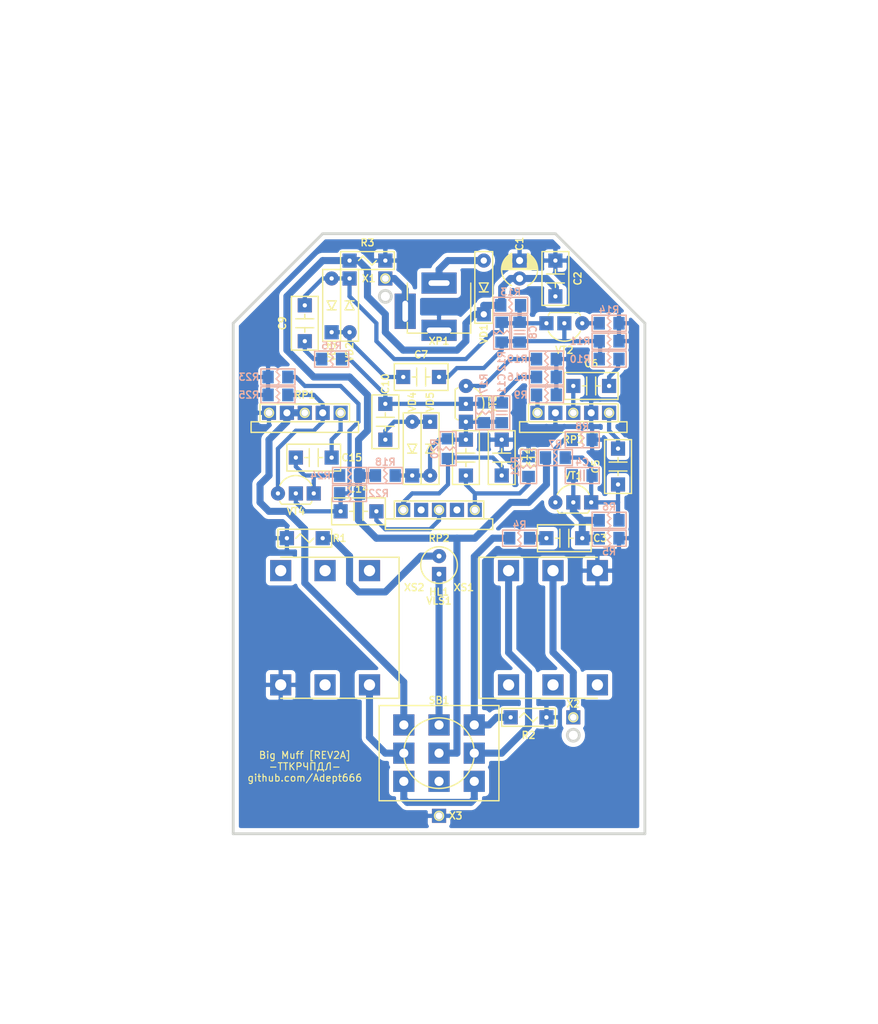
<source format=kicad_pcb>
(kicad_pcb (version 20171130) (host pcbnew 5.1.6-c6e7f7d~87~ubuntu19.10.1)

  (general
    (thickness 1.5)
    (drawings 10)
    (tracks 215)
    (zones 0)
    (modules 63)
    (nets 45)
  )

  (page A4 portrait)
  (title_block
    (title "Big Muff (NYC)")
    (date 2021-04-03)
    (rev 2A)
    (company "Igor Ivanov")
    (comment 1 https://github.com/Adept666)
    (comment 2 "This project is licensed under GNU General Public License v3.0 or later")
  )

  (layers
    (0 F.Cu jumper)
    (31 B.Cu signal)
    (36 B.SilkS user)
    (37 F.SilkS user)
    (38 B.Mask user)
    (40 Dwgs.User user)
    (42 Eco1.User user)
    (44 Edge.Cuts user)
    (45 Margin user)
    (46 B.CrtYd user)
    (47 F.CrtYd user)
    (48 B.Fab user)
    (49 F.Fab user)
  )

  (setup
    (last_trace_width 1)
    (user_trace_width 0.6)
    (trace_clearance 0)
    (zone_clearance 0.6)
    (zone_45_only no)
    (trace_min 0.2)
    (via_size 2)
    (via_drill 1)
    (via_min_size 0.4)
    (via_min_drill 0.3)
    (uvia_size 0.3)
    (uvia_drill 0.1)
    (uvias_allowed no)
    (uvia_min_size 0)
    (uvia_min_drill 0)
    (edge_width 0.4)
    (segment_width 0.2)
    (pcb_text_width 0.3)
    (pcb_text_size 1.5 1.5)
    (mod_edge_width 0.15)
    (mod_text_size 1 1)
    (mod_text_width 0.15)
    (pad_size 2 2)
    (pad_drill 1)
    (pad_to_mask_clearance 0.2)
    (solder_mask_min_width 0.25)
    (aux_axis_origin 0 0)
    (visible_elements 7FFFFFFF)
    (pcbplotparams
      (layerselection 0x20000_7ffffffe)
      (usegerberextensions false)
      (usegerberattributes false)
      (usegerberadvancedattributes false)
      (creategerberjobfile false)
      (excludeedgelayer false)
      (linewidth 0.100000)
      (plotframeref true)
      (viasonmask false)
      (mode 1)
      (useauxorigin false)
      (hpglpennumber 1)
      (hpglpenspeed 20)
      (hpglpendiameter 15.000000)
      (psnegative false)
      (psa4output false)
      (plotreference false)
      (plotvalue true)
      (plotinvisibletext false)
      (padsonsilk true)
      (subtractmaskfromsilk false)
      (outputformat 4)
      (mirror false)
      (drillshape 0)
      (scaleselection 1)
      (outputdirectory ""))
  )

  (net 0 "")
  (net 1 COM)
  (net 2 "Net-(HL1-PadC)")
  (net 3 /LED)
  (net 4 "Net-(SB1-PadNC1)")
  (net 5 "Net-(SB1-PadNC2)")
  (net 6 "Net-(XS1-PadSN)")
  (net 7 "Net-(XS1-PadRN)")
  (net 8 "Net-(XS1-PadTN)")
  (net 9 "Net-(XS2-PadSN)")
  (net 10 "Net-(XS2-PadTN)")
  (net 11 /IN-SCH)
  (net 12 /IN-CON)
  (net 13 /OUT-SCH)
  (net 14 /OUT-CON)
  (net 15 /PP3-POS)
  (net 16 /PP3-NEG)
  (net 17 "Net-(XS2-PadR)")
  (net 18 "Net-(XS2-PadRN)")
  (net 19 "Net-(VD1-PadA)")
  (net 20 "Net-(C3-Pad2)")
  (net 21 "Net-(C4-Pad2)")
  (net 22 "Net-(C5-Pad2)")
  (net 23 "Net-(C6-Pad1)")
  (net 24 "Net-(C6-Pad2)")
  (net 25 "Net-(C7-Pad1)")
  (net 26 "Net-(C7-Pad2)")
  (net 27 "Net-(C8-Pad2)")
  (net 28 "Net-(C9-Pad2)")
  (net 29 "Net-(C10-Pad1)")
  (net 30 "Net-(C10-Pad2)")
  (net 31 "Net-(C11-Pad2)")
  (net 32 "Net-(C12-Pad2)")
  (net 33 "Net-(C13-Pad1)")
  (net 34 "Net-(C14-Pad1)")
  (net 35 "Net-(C14-Pad2)")
  (net 36 "Net-(C15-Pad1)")
  (net 37 "Net-(C15-Pad2)")
  (net 38 "Net-(R8-Pad2)")
  (net 39 "Net-(C3-Pad1)")
  (net 40 "Net-(R9-Pad2)")
  (net 41 "Net-(R14-Pad2)")
  (net 42 "Net-(R19-Pad2)")
  (net 43 "Net-(R25-Pad2)")
  (net 44 V)

  (net_class Default "This is the default net class."
    (clearance 0)
    (trace_width 1)
    (via_dia 2)
    (via_drill 1)
    (uvia_dia 0.3)
    (uvia_drill 0.1)
    (add_net /IN-CON)
    (add_net /IN-SCH)
    (add_net /LED)
    (add_net /OUT-CON)
    (add_net /OUT-SCH)
    (add_net /PP3-NEG)
    (add_net /PP3-POS)
    (add_net COM)
    (add_net "Net-(C10-Pad1)")
    (add_net "Net-(C10-Pad2)")
    (add_net "Net-(C11-Pad2)")
    (add_net "Net-(C12-Pad2)")
    (add_net "Net-(C13-Pad1)")
    (add_net "Net-(C14-Pad1)")
    (add_net "Net-(C14-Pad2)")
    (add_net "Net-(C15-Pad1)")
    (add_net "Net-(C15-Pad2)")
    (add_net "Net-(C3-Pad1)")
    (add_net "Net-(C3-Pad2)")
    (add_net "Net-(C4-Pad2)")
    (add_net "Net-(C5-Pad2)")
    (add_net "Net-(C6-Pad1)")
    (add_net "Net-(C6-Pad2)")
    (add_net "Net-(C7-Pad1)")
    (add_net "Net-(C7-Pad2)")
    (add_net "Net-(C8-Pad2)")
    (add_net "Net-(C9-Pad2)")
    (add_net "Net-(HL1-PadC)")
    (add_net "Net-(R14-Pad2)")
    (add_net "Net-(R19-Pad2)")
    (add_net "Net-(R25-Pad2)")
    (add_net "Net-(R8-Pad2)")
    (add_net "Net-(R9-Pad2)")
    (add_net "Net-(SB1-PadNC1)")
    (add_net "Net-(SB1-PadNC2)")
    (add_net "Net-(VD1-PadA)")
    (add_net "Net-(XS1-PadRN)")
    (add_net "Net-(XS1-PadSN)")
    (add_net "Net-(XS1-PadTN)")
    (add_net "Net-(XS2-PadR)")
    (add_net "Net-(XS2-PadRN)")
    (add_net "Net-(XS2-PadSN)")
    (add_net "Net-(XS2-PadTN)")
    (add_net V)
  )

  (module SBKCL:RP-PDB181-K-F-PCB-RND (layer F.Cu) (tedit 5F7F3DEC) (tstamp 5E5B6DB9)
    (at 124.46 108.15)
    (path /5F3FC4FA)
    (fp_text reference RP3 (at 0 15.04) (layer F.SilkS)
      (effects (font (size 1 1) (thickness 0.2)))
    )
    (fp_text value A100K (at 0 11.23) (layer F.Fab)
      (effects (font (size 1 1) (thickness 0.2)))
    )
    (fp_circle (center 0 0) (end 3.5 0) (layer Dwgs.User) (width 0.2))
    (fp_circle (center 0 0) (end 3 0) (layer Dwgs.User) (width 0.2))
    (fp_line (start 7.5 4) (end 7.5 12.5) (layer Dwgs.User) (width 0.2))
    (fp_line (start -7.5 4) (end -7.5 12.5) (layer Dwgs.User) (width 0.2))
    (fp_circle (center 0 0) (end 8.5 0) (layer Dwgs.User) (width 0.2))
    (fp_line (start -8.383913 -1.4) (end -7.3 -1.4) (layer Dwgs.User) (width 0.2))
    (fp_line (start -8.383913 1.4) (end -7.3 1.4) (layer Dwgs.User) (width 0.2))
    (fp_line (start -7.3 -1.4) (end -7.3 1.4) (layer Dwgs.User) (width 0.2))
    (fp_line (start -7.5 12.5) (end 7.5 12.5) (layer Dwgs.User) (width 0.2))
    (fp_circle (center 0 0) (end 3.7 0) (layer Eco1.User) (width 0.4))
    (fp_line (start -2.54 1.5) (end 2.54 1.5) (layer Dwgs.User) (width 0.2))
    (fp_line (start -7.62 12.5) (end 7.62 12.5) (layer F.Fab) (width 0.2))
    (fp_line (start -7.62 14) (end 7.62 14) (layer F.Fab) (width 0.2))
    (fp_line (start -7.62 12.5) (end -7.62 14) (layer F.Fab) (width 0.2))
    (fp_line (start 7.62 12.5) (end 7.62 14) (layer F.Fab) (width 0.2))
    (fp_line (start -6.35 9.96) (end 6.35 9.96) (layer F.Fab) (width 0.2))
    (fp_line (start -6.35 9.96) (end -6.35 12.5) (layer F.Fab) (width 0.2))
    (fp_line (start 6.35 9.96) (end 6.35 12.5) (layer F.Fab) (width 0.2))
    (fp_line (start -6.35 9.96) (end 6.35 9.96) (layer F.SilkS) (width 0.2))
    (fp_line (start -7.62 12.5) (end 7.62 12.5) (layer F.SilkS) (width 0.2))
    (fp_line (start -7.62 14) (end 7.62 14) (layer F.SilkS) (width 0.2))
    (fp_line (start -6.35 9.96) (end -6.35 12.5) (layer F.SilkS) (width 0.2))
    (fp_line (start 6.35 9.96) (end 6.35 12.5) (layer F.SilkS) (width 0.2))
    (fp_line (start -7.62 12.5) (end -7.62 14) (layer F.SilkS) (width 0.2))
    (fp_line (start 7.62 12.5) (end 7.62 14) (layer F.SilkS) (width 0.2))
    (fp_circle (center -5.08 11.23) (end -4.445 11.23) (layer F.SilkS) (width 0.2))
    (fp_circle (center 0 11.23) (end 0.635 11.23) (layer F.SilkS) (width 0.2))
    (fp_circle (center 5.08 11.23) (end 5.715 11.23) (layer F.SilkS) (width 0.2))
    (fp_line (start -6.35 9.96) (end 6.35 9.96) (layer F.CrtYd) (width 0.1))
    (fp_line (start -7.62 12.5) (end -6.35 12.5) (layer F.CrtYd) (width 0.1))
    (fp_line (start 6.35 12.5) (end 7.62 12.5) (layer F.CrtYd) (width 0.1))
    (fp_line (start -7.62 14) (end 7.62 14) (layer F.CrtYd) (width 0.1))
    (fp_line (start -6.35 9.96) (end -6.35 12.5) (layer F.CrtYd) (width 0.1))
    (fp_line (start 6.35 9.96) (end 6.35 12.5) (layer F.CrtYd) (width 0.1))
    (fp_line (start -7.62 12.5) (end -7.62 14) (layer F.CrtYd) (width 0.1))
    (fp_line (start 7.62 12.5) (end 7.62 14) (layer F.CrtYd) (width 0.1))
    (fp_circle (center -7.9 0) (end -6.4 0) (layer Eco1.User) (width 0.4))
    (pad 3 thru_hole rect (at 5.08 11.23) (size 2 2) (drill 1) (layers B.Cu B.Mask)
      (net 22 "Net-(C5-Pad2)"))
    (pad NC2 thru_hole rect (at 2.54 11.23) (size 2 2) (drill 1) (layers B.Cu B.Mask))
    (pad 2 thru_hole rect (at 0 11.23) (size 2 2) (drill 1) (layers B.Cu B.Mask)
      (net 23 "Net-(C6-Pad1)"))
    (pad NC1 thru_hole rect (at -2.54 11.23) (size 2 2) (drill 1) (layers B.Cu B.Mask))
    (pad 1 thru_hole rect (at -5.08 11.23) (size 2 2) (drill 1) (layers B.Cu B.Mask)
      (net 40 "Net-(R9-Pad2)"))
  )

  (module SBKCL:RP-PDB181-K-F-PCB-RND (layer F.Cu) (tedit 5F7F3DEC) (tstamp 5F7F73E9)
    (at 105.41 121.92)
    (path /5F3FC4FC)
    (fp_text reference RP2 (at 0 15.24) (layer F.SilkS)
      (effects (font (size 1 1) (thickness 0.2)))
    )
    (fp_text value B100K (at 0 11.43) (layer F.Fab)
      (effects (font (size 1 1) (thickness 0.2)))
    )
    (fp_circle (center 0 0) (end 3.5 0) (layer Dwgs.User) (width 0.2))
    (fp_circle (center 0 0) (end 3 0) (layer Dwgs.User) (width 0.2))
    (fp_line (start 7.5 4) (end 7.5 12.5) (layer Dwgs.User) (width 0.2))
    (fp_line (start -7.5 4) (end -7.5 12.5) (layer Dwgs.User) (width 0.2))
    (fp_circle (center 0 0) (end 8.5 0) (layer Dwgs.User) (width 0.2))
    (fp_line (start -8.383913 -1.4) (end -7.3 -1.4) (layer Dwgs.User) (width 0.2))
    (fp_line (start -8.383913 1.4) (end -7.3 1.4) (layer Dwgs.User) (width 0.2))
    (fp_line (start -7.3 -1.4) (end -7.3 1.4) (layer Dwgs.User) (width 0.2))
    (fp_line (start -7.5 12.5) (end 7.5 12.5) (layer Dwgs.User) (width 0.2))
    (fp_circle (center 0 0) (end 3.7 0) (layer Eco1.User) (width 0.4))
    (fp_line (start -2.54 1.5) (end 2.54 1.5) (layer Dwgs.User) (width 0.2))
    (fp_line (start -7.62 12.5) (end 7.62 12.5) (layer F.Fab) (width 0.2))
    (fp_line (start -7.62 14) (end 7.62 14) (layer F.Fab) (width 0.2))
    (fp_line (start -7.62 12.5) (end -7.62 14) (layer F.Fab) (width 0.2))
    (fp_line (start 7.62 12.5) (end 7.62 14) (layer F.Fab) (width 0.2))
    (fp_line (start -6.35 9.96) (end 6.35 9.96) (layer F.Fab) (width 0.2))
    (fp_line (start -6.35 9.96) (end -6.35 12.5) (layer F.Fab) (width 0.2))
    (fp_line (start 6.35 9.96) (end 6.35 12.5) (layer F.Fab) (width 0.2))
    (fp_line (start -6.35 9.96) (end 6.35 9.96) (layer F.SilkS) (width 0.2))
    (fp_line (start -7.62 12.5) (end 7.62 12.5) (layer F.SilkS) (width 0.2))
    (fp_line (start -7.62 14) (end 7.62 14) (layer F.SilkS) (width 0.2))
    (fp_line (start -6.35 9.96) (end -6.35 12.5) (layer F.SilkS) (width 0.2))
    (fp_line (start 6.35 9.96) (end 6.35 12.5) (layer F.SilkS) (width 0.2))
    (fp_line (start -7.62 12.5) (end -7.62 14) (layer F.SilkS) (width 0.2))
    (fp_line (start 7.62 12.5) (end 7.62 14) (layer F.SilkS) (width 0.2))
    (fp_circle (center -5.08 11.23) (end -4.445 11.23) (layer F.SilkS) (width 0.2))
    (fp_circle (center 0 11.23) (end 0.635 11.23) (layer F.SilkS) (width 0.2))
    (fp_circle (center 5.08 11.23) (end 5.715 11.23) (layer F.SilkS) (width 0.2))
    (fp_line (start -6.35 9.96) (end 6.35 9.96) (layer F.CrtYd) (width 0.1))
    (fp_line (start -7.62 12.5) (end -6.35 12.5) (layer F.CrtYd) (width 0.1))
    (fp_line (start 6.35 12.5) (end 7.62 12.5) (layer F.CrtYd) (width 0.1))
    (fp_line (start -7.62 14) (end 7.62 14) (layer F.CrtYd) (width 0.1))
    (fp_line (start -6.35 9.96) (end -6.35 12.5) (layer F.CrtYd) (width 0.1))
    (fp_line (start 6.35 9.96) (end 6.35 12.5) (layer F.CrtYd) (width 0.1))
    (fp_line (start -7.62 12.5) (end -7.62 14) (layer F.CrtYd) (width 0.1))
    (fp_line (start 7.62 12.5) (end 7.62 14) (layer F.CrtYd) (width 0.1))
    (fp_circle (center -7.9 0) (end -6.4 0) (layer Eco1.User) (width 0.4))
    (pad 3 thru_hole rect (at 5.08 11.23) (size 2 2) (drill 1) (layers B.Cu B.Mask)
      (net 32 "Net-(C12-Pad2)"))
    (pad NC2 thru_hole rect (at 2.54 11.23) (size 2 2) (drill 1) (layers B.Cu B.Mask))
    (pad 2 thru_hole rect (at 0 11.23) (size 2 2) (drill 1) (layers B.Cu B.Mask)
      (net 34 "Net-(C14-Pad1)"))
    (pad NC1 thru_hole rect (at -2.54 11.23) (size 2 2) (drill 1) (layers B.Cu B.Mask))
    (pad 1 thru_hole rect (at -5.08 11.23) (size 2 2) (drill 1) (layers B.Cu B.Mask)
      (net 33 "Net-(C13-Pad1)"))
  )

  (module SBKCL:RP-PDB181-K-F-PCB-RND (layer F.Cu) (tedit 5F7F3DEC) (tstamp 5F457720)
    (at 86.36 108.15)
    (path /5F3FC4FD)
    (fp_text reference RP1 (at 0 8.69) (layer F.SilkS)
      (effects (font (size 1 1) (thickness 0.2)))
    )
    (fp_text value A100K (at 0 11.23) (layer F.Fab)
      (effects (font (size 1 1) (thickness 0.2)))
    )
    (fp_circle (center 0 0) (end 3.5 0) (layer Dwgs.User) (width 0.2))
    (fp_circle (center 0 0) (end 3 0) (layer Dwgs.User) (width 0.2))
    (fp_line (start 7.5 4) (end 7.5 12.5) (layer Dwgs.User) (width 0.2))
    (fp_line (start -7.5 4) (end -7.5 12.5) (layer Dwgs.User) (width 0.2))
    (fp_circle (center 0 0) (end 8.5 0) (layer Dwgs.User) (width 0.2))
    (fp_line (start -8.383913 -1.4) (end -7.3 -1.4) (layer Dwgs.User) (width 0.2))
    (fp_line (start -8.383913 1.4) (end -7.3 1.4) (layer Dwgs.User) (width 0.2))
    (fp_line (start -7.3 -1.4) (end -7.3 1.4) (layer Dwgs.User) (width 0.2))
    (fp_line (start -7.5 12.5) (end 7.5 12.5) (layer Dwgs.User) (width 0.2))
    (fp_circle (center 0 0) (end 3.7 0) (layer Eco1.User) (width 0.4))
    (fp_line (start -2.54 1.5) (end 2.54 1.5) (layer Dwgs.User) (width 0.2))
    (fp_line (start -7.62 12.5) (end 7.62 12.5) (layer F.Fab) (width 0.2))
    (fp_line (start -7.62 14) (end 7.62 14) (layer F.Fab) (width 0.2))
    (fp_line (start -7.62 12.5) (end -7.62 14) (layer F.Fab) (width 0.2))
    (fp_line (start 7.62 12.5) (end 7.62 14) (layer F.Fab) (width 0.2))
    (fp_line (start -6.35 9.96) (end 6.35 9.96) (layer F.Fab) (width 0.2))
    (fp_line (start -6.35 9.96) (end -6.35 12.5) (layer F.Fab) (width 0.2))
    (fp_line (start 6.35 9.96) (end 6.35 12.5) (layer F.Fab) (width 0.2))
    (fp_line (start -6.35 9.96) (end 6.35 9.96) (layer F.SilkS) (width 0.2))
    (fp_line (start -7.62 12.5) (end 7.62 12.5) (layer F.SilkS) (width 0.2))
    (fp_line (start -7.62 14) (end 7.62 14) (layer F.SilkS) (width 0.2))
    (fp_line (start -6.35 9.96) (end -6.35 12.5) (layer F.SilkS) (width 0.2))
    (fp_line (start 6.35 9.96) (end 6.35 12.5) (layer F.SilkS) (width 0.2))
    (fp_line (start -7.62 12.5) (end -7.62 14) (layer F.SilkS) (width 0.2))
    (fp_line (start 7.62 12.5) (end 7.62 14) (layer F.SilkS) (width 0.2))
    (fp_circle (center -5.08 11.23) (end -4.445 11.23) (layer F.SilkS) (width 0.2))
    (fp_circle (center 0 11.23) (end 0.635 11.23) (layer F.SilkS) (width 0.2))
    (fp_circle (center 5.08 11.23) (end 5.715 11.23) (layer F.SilkS) (width 0.2))
    (fp_line (start -6.35 9.96) (end 6.35 9.96) (layer F.CrtYd) (width 0.1))
    (fp_line (start -7.62 12.5) (end -6.35 12.5) (layer F.CrtYd) (width 0.1))
    (fp_line (start 6.35 12.5) (end 7.62 12.5) (layer F.CrtYd) (width 0.1))
    (fp_line (start -7.62 14) (end 7.62 14) (layer F.CrtYd) (width 0.1))
    (fp_line (start -6.35 9.96) (end -6.35 12.5) (layer F.CrtYd) (width 0.1))
    (fp_line (start 6.35 9.96) (end 6.35 12.5) (layer F.CrtYd) (width 0.1))
    (fp_line (start -7.62 12.5) (end -7.62 14) (layer F.CrtYd) (width 0.1))
    (fp_line (start 7.62 12.5) (end 7.62 14) (layer F.CrtYd) (width 0.1))
    (fp_circle (center -7.9 0) (end -6.4 0) (layer Eco1.User) (width 0.4))
    (pad 3 thru_hole rect (at 5.08 11.23) (size 2 2) (drill 1) (layers B.Cu B.Mask)
      (net 37 "Net-(C15-Pad2)"))
    (pad NC2 thru_hole rect (at 2.54 11.23) (size 2 2) (drill 1) (layers B.Cu B.Mask))
    (pad 2 thru_hole rect (at 0 11.23) (size 2 2) (drill 1) (layers B.Cu B.Mask)
      (net 13 /OUT-SCH))
    (pad NC1 thru_hole rect (at -2.54 11.23) (size 2 2) (drill 1) (layers B.Cu B.Mask))
    (pad 1 thru_hole rect (at -5.08 11.23) (size 2 2) (drill 1) (layers B.Cu B.Mask)
      (net 1 COM))
  )

  (module SBKCL:B013_big_muff_r2a locked (layer F.Cu) (tedit 5F641B2E) (tstamp 5F50226F)
    (at 105.41 148.59)
    (path /5E73CB02)
    (fp_text reference VE1 (at 0 54.61) (layer F.SilkS) hide
      (effects (font (size 1 1) (thickness 0.2)))
    )
    (fp_text value B013 (at 0 53.34) (layer F.Fab) hide
      (effects (font (size 1 1) (thickness 0.2)))
    )
    (fp_line (start 23.85 52.25) (end 23.85 55.75) (layer Eco1.User) (width 0.4))
    (fp_line (start -23.85 52.25) (end -23.85 55.75) (layer Eco1.User) (width 0.4))
    (fp_line (start 23.85 -55.75) (end 23.85 -52.25) (layer Eco1.User) (width 0.4))
    (fp_line (start -23.85 -55.75) (end -23.85 -52.25) (layer Eco1.User) (width 0.4))
    (fp_line (start 27.1 49) (end 30.45 49) (layer Eco1.User) (width 0.4))
    (fp_line (start -30.45 49) (end -27.1 49) (layer Eco1.User) (width 0.4))
    (fp_line (start 27.1 -49) (end 30.45 -49) (layer Eco1.User) (width 0.4))
    (fp_line (start -30.45 -49) (end -27.1 -49) (layer Eco1.User) (width 0.4))
    (fp_circle (center 27.1 52.25) (end 28.6 52.25) (layer Eco1.User) (width 0.4))
    (fp_circle (center -27.1 52.25) (end -25.6 52.25) (layer Eco1.User) (width 0.4))
    (fp_circle (center 27.1 -52.25) (end 28.6 -52.25) (layer Eco1.User) (width 0.4))
    (fp_circle (center -27.1 -52.25) (end -25.6 -52.25) (layer Eco1.User) (width 0.4))
    (fp_line (start 30.45 -55.75) (end 30.45 55.75) (layer Eco1.User) (width 0.4))
    (fp_line (start -30.45 -55.75) (end -30.45 55.75) (layer Eco1.User) (width 0.4))
    (fp_line (start -30.45 55.75) (end 30.45 55.75) (layer Eco1.User) (width 0.4))
    (fp_line (start -30.45 -55.75) (end 30.45 -55.75) (layer Eco1.User) (width 0.4))
    (fp_line (start 31.8 -57.25) (end 31.8 57.25) (layer Eco1.User) (width 0.4))
    (fp_line (start -31.8 -57.25) (end -31.8 57.25) (layer Eco1.User) (width 0.4))
    (fp_line (start -31.8 57.25) (end 31.8 57.25) (layer Eco1.User) (width 0.4))
    (fp_line (start -31.8 -57.25) (end 31.8 -57.25) (layer Eco1.User) (width 0.4))
    (fp_line (start -31.8 -87.55) (end 31.8 -87.55) (layer Eco1.User) (width 0.4))
    (fp_line (start -62.1 -57.25) (end -31.8 -57.25) (layer Eco1.User) (width 0.4))
    (fp_line (start 31.8 -57.25) (end 62.1 -57.25) (layer Eco1.User) (width 0.4))
    (fp_line (start -62.1 57.25) (end -31.8 57.25) (layer Eco1.User) (width 0.4))
    (fp_line (start 31.8 57.25) (end 62.1 57.25) (layer Eco1.User) (width 0.4))
    (fp_line (start -31.8 -87.55) (end -31.8 -57.25) (layer Eco1.User) (width 0.4))
    (fp_line (start 31.8 -87.55) (end 31.8 -57.25) (layer Eco1.User) (width 0.4))
    (fp_line (start -62.1 -57.25) (end -62.1 57.25) (layer Eco1.User) (width 0.4))
    (fp_line (start 62.1 -57.25) (end 62.1 57.25) (layer Eco1.User) (width 0.4))
    (fp_line (start -31.8 -83.55) (end 31.8 -83.55) (layer Eco1.User) (width 0.4))
    (fp_line (start -58.1 -57.25) (end -58.1 57.25) (layer Eco1.User) (width 0.4))
    (fp_line (start 58.1 -57.25) (end 58.1 57.25) (layer Eco1.User) (width 0.4))
    (fp_circle (center 0 -71) (end 5.5 -71) (layer Eco1.User) (width 0.4))
    (fp_circle (center -43.95 1.27) (end -37.95 1.27) (layer Eco1.User) (width 0.4))
    (fp_circle (center 43.95 1.27) (end 49.95 1.27) (layer Eco1.User) (width 0.4))
    (fp_arc (start 27.1 52.25) (end 27.1 49) (angle -90) (layer Eco1.User) (width 0.4))
    (fp_arc (start -27.1 52.25) (end -23.85 52.25) (angle -90) (layer Eco1.User) (width 0.4))
    (fp_arc (start 27.1 -52.25) (end 23.85 -52.25) (angle -90) (layer Eco1.User) (width 0.4))
    (fp_arc (start -27.1 -52.25) (end -27.1 -49) (angle -90) (layer Eco1.User) (width 0.4))
  )

  (module KCL:R-MFR-12 (layer F.Cu) (tedit 5D7AAF20) (tstamp 5F406881)
    (at 95.25 97.79 180)
    (path /5F414B0E)
    (fp_text reference R3 (at 0 2.54) (layer F.SilkS)
      (effects (font (size 1 1) (thickness 0.2)))
    )
    (fp_text value 223 (at 0 0) (layer F.Fab)
      (effects (font (size 1 1) (thickness 0.2)))
    )
    (fp_line (start 0.635 0.635) (end 1.27 0) (layer F.SilkS) (width 0.2))
    (fp_line (start -0.635 -0.635) (end 0.635 0.635) (layer F.SilkS) (width 0.2))
    (fp_line (start -1.27 0) (end -0.635 -0.635) (layer F.SilkS) (width 0.2))
    (fp_line (start -3.81 1.27) (end -3.81 -1.27) (layer F.CrtYd) (width 0.1))
    (fp_line (start 3.81 1.27) (end -3.81 1.27) (layer F.CrtYd) (width 0.1))
    (fp_line (start 3.81 -1.27) (end 3.81 1.27) (layer F.CrtYd) (width 0.1))
    (fp_line (start -3.81 -1.27) (end 3.81 -1.27) (layer F.CrtYd) (width 0.1))
    (fp_line (start 3.81 -1.27) (end 3.81 1.27) (layer F.SilkS) (width 0.2))
    (fp_line (start -3.81 -1.27) (end -3.81 1.27) (layer F.SilkS) (width 0.2))
    (fp_line (start -3.81 1.27) (end 3.81 1.27) (layer F.SilkS) (width 0.2))
    (fp_line (start -3.81 -1.27) (end 3.81 -1.27) (layer F.SilkS) (width 0.2))
    (fp_line (start 1.7 -0.95) (end 1.7 0.95) (layer F.Fab) (width 0.2))
    (fp_line (start -1.7 -0.95) (end -1.7 0.95) (layer F.Fab) (width 0.2))
    (fp_line (start -1.7 0.95) (end 1.7 0.95) (layer F.Fab) (width 0.2))
    (fp_line (start -1.7 -0.95) (end 1.7 -0.95) (layer F.Fab) (width 0.2))
    (pad 1 thru_hole rect (at -2.54 0 180) (size 2 2) (drill 0.6) (layers *.Cu *.Mask)
      (net 1 COM))
    (pad 2 thru_hole rect (at 2.54 0 180) (size 2 2) (drill 0.6) (layers *.Cu *.Mask)
      (net 44 V))
  )

  (module KCL:C-SM-1206 (layer B.Cu) (tedit 5F453DFF) (tstamp 5F4286E2)
    (at 114.3 119.38 270)
    (path /5E8C5900)
    (fp_text reference C11 (at -2.54 0 270) (layer B.SilkS)
      (effects (font (size 1 1) (thickness 0.2)) (justify right mirror))
    )
    (fp_text value 471 (at 0 0 270) (layer B.Fab)
      (effects (font (size 1 1) (thickness 0.2)) (justify mirror))
    )
    (fp_line (start -2.413 1.143) (end 2.413 1.143) (layer B.CrtYd) (width 0.1))
    (fp_line (start 2.413 1.143) (end 2.413 -1.143) (layer B.CrtYd) (width 0.1))
    (fp_line (start 2.413 -1.143) (end -2.413 -1.143) (layer B.CrtYd) (width 0.1))
    (fp_line (start -2.413 -1.143) (end -2.413 1.143) (layer B.CrtYd) (width 0.1))
    (fp_line (start -2.413 -1.143) (end 2.413 -1.143) (layer B.SilkS) (width 0.2))
    (fp_line (start -2.413 1.143) (end 2.413 1.143) (layer B.SilkS) (width 0.2))
    (fp_line (start 0.254 0.762) (end 0.254 -0.762) (layer B.SilkS) (width 0.2))
    (fp_line (start -0.254 0.762) (end -0.254 -0.762) (layer B.SilkS) (width 0.2))
    (fp_line (start 2.413 1.143) (end 2.413 -1.143) (layer B.SilkS) (width 0.2))
    (fp_line (start -2.413 1.143) (end -2.413 -1.143) (layer B.SilkS) (width 0.2))
    (fp_line (start -1.6 0.8) (end 1.6 0.8) (layer B.Fab) (width 0.2))
    (fp_line (start 1.6 0.8) (end 1.6 -0.8) (layer B.Fab) (width 0.2))
    (fp_line (start -1.6 -0.8) (end 1.6 -0.8) (layer B.Fab) (width 0.2))
    (fp_line (start -1.6 0.8) (end -1.6 -0.8) (layer B.Fab) (width 0.2))
    (pad 2 smd rect (at 1.4 0 270) (size 1.6 1.8) (layers B.Cu B.Mask)
      (net 31 "Net-(C11-Pad2)"))
    (pad 1 smd rect (at -1.4 0 270) (size 1.6 1.8) (layers B.Cu B.Mask)
      (net 29 "Net-(C10-Pad1)"))
  )

  (module KCL:C-SM-1206 (layer B.Cu) (tedit 5F453DFF) (tstamp 5F4251A3)
    (at 116.84 107.95 90)
    (path /5EBF2A40)
    (fp_text reference C8 (at 0 1.905 270) (layer B.SilkS)
      (effects (font (size 1 1) (thickness 0.2)) (justify mirror))
    )
    (fp_text value 471 (at 0 0 270) (layer B.Fab)
      (effects (font (size 1 1) (thickness 0.2)) (justify mirror))
    )
    (fp_line (start -2.413 1.143) (end 2.413 1.143) (layer B.CrtYd) (width 0.1))
    (fp_line (start 2.413 1.143) (end 2.413 -1.143) (layer B.CrtYd) (width 0.1))
    (fp_line (start 2.413 -1.143) (end -2.413 -1.143) (layer B.CrtYd) (width 0.1))
    (fp_line (start -2.413 -1.143) (end -2.413 1.143) (layer B.CrtYd) (width 0.1))
    (fp_line (start -2.413 -1.143) (end 2.413 -1.143) (layer B.SilkS) (width 0.2))
    (fp_line (start -2.413 1.143) (end 2.413 1.143) (layer B.SilkS) (width 0.2))
    (fp_line (start 0.254 0.762) (end 0.254 -0.762) (layer B.SilkS) (width 0.2))
    (fp_line (start -0.254 0.762) (end -0.254 -0.762) (layer B.SilkS) (width 0.2))
    (fp_line (start 2.413 1.143) (end 2.413 -1.143) (layer B.SilkS) (width 0.2))
    (fp_line (start -2.413 1.143) (end -2.413 -1.143) (layer B.SilkS) (width 0.2))
    (fp_line (start -1.6 0.8) (end 1.6 0.8) (layer B.Fab) (width 0.2))
    (fp_line (start 1.6 0.8) (end 1.6 -0.8) (layer B.Fab) (width 0.2))
    (fp_line (start -1.6 -0.8) (end 1.6 -0.8) (layer B.Fab) (width 0.2))
    (fp_line (start -1.6 0.8) (end -1.6 -0.8) (layer B.Fab) (width 0.2))
    (pad 2 smd rect (at 1.4 0 90) (size 1.6 1.8) (layers B.Cu B.Mask)
      (net 27 "Net-(C8-Pad2)"))
    (pad 1 smd rect (at -1.4 0 90) (size 1.6 1.8) (layers B.Cu B.Mask)
      (net 25 "Net-(C7-Pad1)"))
  )

  (module KCL:C-SM-1206 (layer B.Cu) (tedit 5F453DFF) (tstamp 5F3B715A)
    (at 125.73 128.27)
    (path /5E56234D)
    (fp_text reference C4 (at 0 -1.905) (layer B.SilkS)
      (effects (font (size 1 1) (thickness 0.2)) (justify mirror))
    )
    (fp_text value 471 (at 0 0) (layer B.Fab)
      (effects (font (size 1 1) (thickness 0.2)) (justify mirror))
    )
    (fp_line (start -2.413 1.143) (end 2.413 1.143) (layer B.CrtYd) (width 0.1))
    (fp_line (start 2.413 1.143) (end 2.413 -1.143) (layer B.CrtYd) (width 0.1))
    (fp_line (start 2.413 -1.143) (end -2.413 -1.143) (layer B.CrtYd) (width 0.1))
    (fp_line (start -2.413 -1.143) (end -2.413 1.143) (layer B.CrtYd) (width 0.1))
    (fp_line (start -2.413 -1.143) (end 2.413 -1.143) (layer B.SilkS) (width 0.2))
    (fp_line (start -2.413 1.143) (end 2.413 1.143) (layer B.SilkS) (width 0.2))
    (fp_line (start 0.254 0.762) (end 0.254 -0.762) (layer B.SilkS) (width 0.2))
    (fp_line (start -0.254 0.762) (end -0.254 -0.762) (layer B.SilkS) (width 0.2))
    (fp_line (start 2.413 1.143) (end 2.413 -1.143) (layer B.SilkS) (width 0.2))
    (fp_line (start -2.413 1.143) (end -2.413 -1.143) (layer B.SilkS) (width 0.2))
    (fp_line (start -1.6 0.8) (end 1.6 0.8) (layer B.Fab) (width 0.2))
    (fp_line (start 1.6 0.8) (end 1.6 -0.8) (layer B.Fab) (width 0.2))
    (fp_line (start -1.6 -0.8) (end 1.6 -0.8) (layer B.Fab) (width 0.2))
    (fp_line (start -1.6 0.8) (end -1.6 -0.8) (layer B.Fab) (width 0.2))
    (pad 2 smd rect (at 1.4 0) (size 1.6 1.8) (layers B.Cu B.Mask)
      (net 21 "Net-(C4-Pad2)"))
    (pad 1 smd rect (at -1.4 0) (size 1.6 1.8) (layers B.Cu B.Mask)
      (net 20 "Net-(C3-Pad2)"))
  )

  (module KCL:R-SM-1206 (layer B.Cu) (tedit 5E86DED5) (tstamp 5F3B4B6E)
    (at 82.55 116.84)
    (path /5EBBDC25)
    (fp_text reference R25 (at -2.54 0) (layer B.SilkS)
      (effects (font (size 1 1) (thickness 0.2)) (justify left mirror))
    )
    (fp_text value 202 (at 0 0) (layer B.Fab)
      (effects (font (size 1 1) (thickness 0.2)) (justify mirror))
    )
    (fp_line (start -1.6 0.8) (end -1.6 -0.8) (layer B.Fab) (width 0.2))
    (fp_line (start -1.6 -0.8) (end 1.6 -0.8) (layer B.Fab) (width 0.2))
    (fp_line (start 1.6 0.8) (end 1.6 -0.8) (layer B.Fab) (width 0.2))
    (fp_line (start -1.6 0.8) (end 1.6 0.8) (layer B.Fab) (width 0.2))
    (fp_line (start -2.413 1.143) (end -2.413 -1.143) (layer B.SilkS) (width 0.2))
    (fp_line (start 2.413 1.143) (end 2.413 -1.143) (layer B.SilkS) (width 0.2))
    (fp_line (start -2.413 1.143) (end 2.413 1.143) (layer B.SilkS) (width 0.2))
    (fp_line (start -2.413 -1.143) (end 2.413 -1.143) (layer B.SilkS) (width 0.2))
    (fp_line (start -0.254 -0.762) (end 0.127 -1.143) (layer B.SilkS) (width 0.2))
    (fp_line (start 0.254 -0.254) (end -0.254 -0.762) (layer B.SilkS) (width 0.2))
    (fp_line (start -0.254 0.254) (end 0.254 -0.254) (layer B.SilkS) (width 0.2))
    (fp_line (start 0.254 0.762) (end -0.127 1.143) (layer B.SilkS) (width 0.2))
    (fp_line (start -0.254 0.254) (end 0.254 0.762) (layer B.SilkS) (width 0.2))
    (fp_line (start -2.413 -1.143) (end -2.413 1.143) (layer B.CrtYd) (width 0.1))
    (fp_line (start 2.413 -1.143) (end -2.413 -1.143) (layer B.CrtYd) (width 0.1))
    (fp_line (start 2.413 1.143) (end 2.413 -1.143) (layer B.CrtYd) (width 0.1))
    (fp_line (start -2.413 1.143) (end 2.413 1.143) (layer B.CrtYd) (width 0.1))
    (pad 2 smd rect (at 1.4 0) (size 1.6 1.8) (layers B.Cu B.Mask)
      (net 43 "Net-(R25-Pad2)"))
    (pad 1 smd rect (at -1.4 0) (size 1.6 1.8) (layers B.Cu B.Mask)
      (net 1 COM))
  )

  (module KCL:R-SM-1206 (layer B.Cu) (tedit 5E86DED5) (tstamp 5F3BF02A)
    (at 92.71 128.27)
    (path /5ECA3DF1)
    (fp_text reference R24 (at -2.54 0) (layer B.SilkS)
      (effects (font (size 1 1) (thickness 0.2)) (justify left mirror))
    )
    (fp_text value 103 (at 0 0) (layer B.Fab)
      (effects (font (size 1 1) (thickness 0.2)) (justify mirror))
    )
    (fp_line (start -1.6 0.8) (end -1.6 -0.8) (layer B.Fab) (width 0.2))
    (fp_line (start -1.6 -0.8) (end 1.6 -0.8) (layer B.Fab) (width 0.2))
    (fp_line (start 1.6 0.8) (end 1.6 -0.8) (layer B.Fab) (width 0.2))
    (fp_line (start -1.6 0.8) (end 1.6 0.8) (layer B.Fab) (width 0.2))
    (fp_line (start -2.413 1.143) (end -2.413 -1.143) (layer B.SilkS) (width 0.2))
    (fp_line (start 2.413 1.143) (end 2.413 -1.143) (layer B.SilkS) (width 0.2))
    (fp_line (start -2.413 1.143) (end 2.413 1.143) (layer B.SilkS) (width 0.2))
    (fp_line (start -2.413 -1.143) (end 2.413 -1.143) (layer B.SilkS) (width 0.2))
    (fp_line (start -0.254 -0.762) (end 0.127 -1.143) (layer B.SilkS) (width 0.2))
    (fp_line (start 0.254 -0.254) (end -0.254 -0.762) (layer B.SilkS) (width 0.2))
    (fp_line (start -0.254 0.254) (end 0.254 -0.254) (layer B.SilkS) (width 0.2))
    (fp_line (start 0.254 0.762) (end -0.127 1.143) (layer B.SilkS) (width 0.2))
    (fp_line (start -0.254 0.254) (end 0.254 0.762) (layer B.SilkS) (width 0.2))
    (fp_line (start -2.413 -1.143) (end -2.413 1.143) (layer B.CrtYd) (width 0.1))
    (fp_line (start 2.413 -1.143) (end -2.413 -1.143) (layer B.CrtYd) (width 0.1))
    (fp_line (start 2.413 1.143) (end 2.413 -1.143) (layer B.CrtYd) (width 0.1))
    (fp_line (start -2.413 1.143) (end 2.413 1.143) (layer B.CrtYd) (width 0.1))
    (pad 2 smd rect (at 1.4 0) (size 1.6 1.8) (layers B.Cu B.Mask)
      (net 44 V))
    (pad 1 smd rect (at -1.4 0) (size 1.6 1.8) (layers B.Cu B.Mask)
      (net 36 "Net-(C15-Pad1)"))
  )

  (module KCL:R-SM-1206 (layer B.Cu) (tedit 5E86DED5) (tstamp 5F3B4B40)
    (at 82.55 114.3)
    (path /5EBBDC36)
    (fp_text reference R23 (at -2.54 0) (layer B.SilkS)
      (effects (font (size 1 1) (thickness 0.2)) (justify left mirror))
    )
    (fp_text value 104 (at 0 0) (layer B.Fab)
      (effects (font (size 1 1) (thickness 0.2)) (justify mirror))
    )
    (fp_line (start -1.6 0.8) (end -1.6 -0.8) (layer B.Fab) (width 0.2))
    (fp_line (start -1.6 -0.8) (end 1.6 -0.8) (layer B.Fab) (width 0.2))
    (fp_line (start 1.6 0.8) (end 1.6 -0.8) (layer B.Fab) (width 0.2))
    (fp_line (start -1.6 0.8) (end 1.6 0.8) (layer B.Fab) (width 0.2))
    (fp_line (start -2.413 1.143) (end -2.413 -1.143) (layer B.SilkS) (width 0.2))
    (fp_line (start 2.413 1.143) (end 2.413 -1.143) (layer B.SilkS) (width 0.2))
    (fp_line (start -2.413 1.143) (end 2.413 1.143) (layer B.SilkS) (width 0.2))
    (fp_line (start -2.413 -1.143) (end 2.413 -1.143) (layer B.SilkS) (width 0.2))
    (fp_line (start -0.254 -0.762) (end 0.127 -1.143) (layer B.SilkS) (width 0.2))
    (fp_line (start 0.254 -0.254) (end -0.254 -0.762) (layer B.SilkS) (width 0.2))
    (fp_line (start -0.254 0.254) (end 0.254 -0.254) (layer B.SilkS) (width 0.2))
    (fp_line (start 0.254 0.762) (end -0.127 1.143) (layer B.SilkS) (width 0.2))
    (fp_line (start -0.254 0.254) (end 0.254 0.762) (layer B.SilkS) (width 0.2))
    (fp_line (start -2.413 -1.143) (end -2.413 1.143) (layer B.CrtYd) (width 0.1))
    (fp_line (start 2.413 -1.143) (end -2.413 -1.143) (layer B.CrtYd) (width 0.1))
    (fp_line (start 2.413 1.143) (end 2.413 -1.143) (layer B.CrtYd) (width 0.1))
    (fp_line (start -2.413 1.143) (end 2.413 1.143) (layer B.CrtYd) (width 0.1))
    (pad 2 smd rect (at 1.4 0) (size 1.6 1.8) (layers B.Cu B.Mask)
      (net 35 "Net-(C14-Pad2)"))
    (pad 1 smd rect (at -1.4 0) (size 1.6 1.8) (layers B.Cu B.Mask)
      (net 1 COM))
  )

  (module KCL:R-SM-1206 (layer B.Cu) (tedit 5E86DED5) (tstamp 5F3B4B29)
    (at 92.71 130.81)
    (path /5ECA3DFA)
    (fp_text reference R22 (at 2.54 0) (layer B.SilkS)
      (effects (font (size 1 1) (thickness 0.2)) (justify right mirror))
    )
    (fp_text value 474 (at 0 0) (layer B.Fab)
      (effects (font (size 1 1) (thickness 0.2)) (justify mirror))
    )
    (fp_line (start -1.6 0.8) (end -1.6 -0.8) (layer B.Fab) (width 0.2))
    (fp_line (start -1.6 -0.8) (end 1.6 -0.8) (layer B.Fab) (width 0.2))
    (fp_line (start 1.6 0.8) (end 1.6 -0.8) (layer B.Fab) (width 0.2))
    (fp_line (start -1.6 0.8) (end 1.6 0.8) (layer B.Fab) (width 0.2))
    (fp_line (start -2.413 1.143) (end -2.413 -1.143) (layer B.SilkS) (width 0.2))
    (fp_line (start 2.413 1.143) (end 2.413 -1.143) (layer B.SilkS) (width 0.2))
    (fp_line (start -2.413 1.143) (end 2.413 1.143) (layer B.SilkS) (width 0.2))
    (fp_line (start -2.413 -1.143) (end 2.413 -1.143) (layer B.SilkS) (width 0.2))
    (fp_line (start -0.254 -0.762) (end 0.127 -1.143) (layer B.SilkS) (width 0.2))
    (fp_line (start 0.254 -0.254) (end -0.254 -0.762) (layer B.SilkS) (width 0.2))
    (fp_line (start -0.254 0.254) (end 0.254 -0.254) (layer B.SilkS) (width 0.2))
    (fp_line (start 0.254 0.762) (end -0.127 1.143) (layer B.SilkS) (width 0.2))
    (fp_line (start -0.254 0.254) (end 0.254 0.762) (layer B.SilkS) (width 0.2))
    (fp_line (start -2.413 -1.143) (end -2.413 1.143) (layer B.CrtYd) (width 0.1))
    (fp_line (start 2.413 -1.143) (end -2.413 -1.143) (layer B.CrtYd) (width 0.1))
    (fp_line (start 2.413 1.143) (end 2.413 -1.143) (layer B.CrtYd) (width 0.1))
    (fp_line (start -2.413 1.143) (end 2.413 1.143) (layer B.CrtYd) (width 0.1))
    (pad 2 smd rect (at 1.4 0) (size 1.6 1.8) (layers B.Cu B.Mask)
      (net 44 V))
    (pad 1 smd rect (at -1.4 0) (size 1.6 1.8) (layers B.Cu B.Mask)
      (net 35 "Net-(C14-Pad2)"))
  )

  (module KCL:R-SM-1206 (layer B.Cu) (tedit 5E86DED5) (tstamp 5F3B4B12)
    (at 118.11 127 90)
    (path /5F4A6204)
    (fp_text reference R21 (at 0 -1.905 90) (layer B.SilkS)
      (effects (font (size 1 1) (thickness 0.2)) (justify mirror))
    )
    (fp_text value 223 (at 0 0 90) (layer B.Fab)
      (effects (font (size 1 1) (thickness 0.2)) (justify mirror))
    )
    (fp_line (start -1.6 0.8) (end -1.6 -0.8) (layer B.Fab) (width 0.2))
    (fp_line (start -1.6 -0.8) (end 1.6 -0.8) (layer B.Fab) (width 0.2))
    (fp_line (start 1.6 0.8) (end 1.6 -0.8) (layer B.Fab) (width 0.2))
    (fp_line (start -1.6 0.8) (end 1.6 0.8) (layer B.Fab) (width 0.2))
    (fp_line (start -2.413 1.143) (end -2.413 -1.143) (layer B.SilkS) (width 0.2))
    (fp_line (start 2.413 1.143) (end 2.413 -1.143) (layer B.SilkS) (width 0.2))
    (fp_line (start -2.413 1.143) (end 2.413 1.143) (layer B.SilkS) (width 0.2))
    (fp_line (start -2.413 -1.143) (end 2.413 -1.143) (layer B.SilkS) (width 0.2))
    (fp_line (start -0.254 -0.762) (end 0.127 -1.143) (layer B.SilkS) (width 0.2))
    (fp_line (start 0.254 -0.254) (end -0.254 -0.762) (layer B.SilkS) (width 0.2))
    (fp_line (start -0.254 0.254) (end 0.254 -0.254) (layer B.SilkS) (width 0.2))
    (fp_line (start 0.254 0.762) (end -0.127 1.143) (layer B.SilkS) (width 0.2))
    (fp_line (start -0.254 0.254) (end 0.254 0.762) (layer B.SilkS) (width 0.2))
    (fp_line (start -2.413 -1.143) (end -2.413 1.143) (layer B.CrtYd) (width 0.1))
    (fp_line (start 2.413 -1.143) (end -2.413 -1.143) (layer B.CrtYd) (width 0.1))
    (fp_line (start 2.413 1.143) (end 2.413 -1.143) (layer B.CrtYd) (width 0.1))
    (fp_line (start -2.413 1.143) (end 2.413 1.143) (layer B.CrtYd) (width 0.1))
    (pad 2 smd rect (at 1.4 0 90) (size 1.6 1.8) (layers B.Cu B.Mask)
      (net 1 COM))
    (pad 1 smd rect (at -1.4 0 90) (size 1.6 1.8) (layers B.Cu B.Mask)
      (net 32 "Net-(C12-Pad2)"))
  )

  (module KCL:R-SM-1206 (layer B.Cu) (tedit 5E86DED5) (tstamp 5F3B4AFB)
    (at 106.68 124.46 270)
    (path /5F62F8A6)
    (fp_text reference R20 (at 0 1.905 270) (layer B.SilkS)
      (effects (font (size 1 1) (thickness 0.2)) (justify mirror))
    )
    (fp_text value 223 (at 0 0 270) (layer B.Fab)
      (effects (font (size 1 1) (thickness 0.2)) (justify mirror))
    )
    (fp_line (start -1.6 0.8) (end -1.6 -0.8) (layer B.Fab) (width 0.2))
    (fp_line (start -1.6 -0.8) (end 1.6 -0.8) (layer B.Fab) (width 0.2))
    (fp_line (start 1.6 0.8) (end 1.6 -0.8) (layer B.Fab) (width 0.2))
    (fp_line (start -1.6 0.8) (end 1.6 0.8) (layer B.Fab) (width 0.2))
    (fp_line (start -2.413 1.143) (end -2.413 -1.143) (layer B.SilkS) (width 0.2))
    (fp_line (start 2.413 1.143) (end 2.413 -1.143) (layer B.SilkS) (width 0.2))
    (fp_line (start -2.413 1.143) (end 2.413 1.143) (layer B.SilkS) (width 0.2))
    (fp_line (start -2.413 -1.143) (end 2.413 -1.143) (layer B.SilkS) (width 0.2))
    (fp_line (start -0.254 -0.762) (end 0.127 -1.143) (layer B.SilkS) (width 0.2))
    (fp_line (start 0.254 -0.254) (end -0.254 -0.762) (layer B.SilkS) (width 0.2))
    (fp_line (start -0.254 0.254) (end 0.254 -0.254) (layer B.SilkS) (width 0.2))
    (fp_line (start 0.254 0.762) (end -0.127 1.143) (layer B.SilkS) (width 0.2))
    (fp_line (start -0.254 0.254) (end 0.254 0.762) (layer B.SilkS) (width 0.2))
    (fp_line (start -2.413 -1.143) (end -2.413 1.143) (layer B.CrtYd) (width 0.1))
    (fp_line (start 2.413 -1.143) (end -2.413 -1.143) (layer B.CrtYd) (width 0.1))
    (fp_line (start 2.413 1.143) (end 2.413 -1.143) (layer B.CrtYd) (width 0.1))
    (fp_line (start -2.413 1.143) (end 2.413 1.143) (layer B.CrtYd) (width 0.1))
    (pad 2 smd rect (at 1.4 0 270) (size 1.6 1.8) (layers B.Cu B.Mask)
      (net 33 "Net-(C13-Pad1)"))
    (pad 1 smd rect (at -1.4 0 270) (size 1.6 1.8) (layers B.Cu B.Mask)
      (net 31 "Net-(C11-Pad2)"))
  )

  (module KCL:R-SM-1206 (layer B.Cu) (tedit 5E86DED5) (tstamp 5F425021)
    (at 120.65 111.76 180)
    (path /5E8C58E0)
    (fp_text reference R19 (at 2.54 0) (layer B.SilkS)
      (effects (font (size 1 1) (thickness 0.2)) (justify left mirror))
    )
    (fp_text value 391 (at 0 0) (layer B.Fab)
      (effects (font (size 1 1) (thickness 0.2)) (justify mirror))
    )
    (fp_line (start -1.6 0.8) (end -1.6 -0.8) (layer B.Fab) (width 0.2))
    (fp_line (start -1.6 -0.8) (end 1.6 -0.8) (layer B.Fab) (width 0.2))
    (fp_line (start 1.6 0.8) (end 1.6 -0.8) (layer B.Fab) (width 0.2))
    (fp_line (start -1.6 0.8) (end 1.6 0.8) (layer B.Fab) (width 0.2))
    (fp_line (start -2.413 1.143) (end -2.413 -1.143) (layer B.SilkS) (width 0.2))
    (fp_line (start 2.413 1.143) (end 2.413 -1.143) (layer B.SilkS) (width 0.2))
    (fp_line (start -2.413 1.143) (end 2.413 1.143) (layer B.SilkS) (width 0.2))
    (fp_line (start -2.413 -1.143) (end 2.413 -1.143) (layer B.SilkS) (width 0.2))
    (fp_line (start -0.254 -0.762) (end 0.127 -1.143) (layer B.SilkS) (width 0.2))
    (fp_line (start 0.254 -0.254) (end -0.254 -0.762) (layer B.SilkS) (width 0.2))
    (fp_line (start -0.254 0.254) (end 0.254 -0.254) (layer B.SilkS) (width 0.2))
    (fp_line (start 0.254 0.762) (end -0.127 1.143) (layer B.SilkS) (width 0.2))
    (fp_line (start -0.254 0.254) (end 0.254 0.762) (layer B.SilkS) (width 0.2))
    (fp_line (start -2.413 -1.143) (end -2.413 1.143) (layer B.CrtYd) (width 0.1))
    (fp_line (start 2.413 -1.143) (end -2.413 -1.143) (layer B.CrtYd) (width 0.1))
    (fp_line (start 2.413 1.143) (end 2.413 -1.143) (layer B.CrtYd) (width 0.1))
    (fp_line (start -2.413 1.143) (end 2.413 1.143) (layer B.CrtYd) (width 0.1))
    (pad 2 smd rect (at 1.4 0 180) (size 1.6 1.8) (layers B.Cu B.Mask)
      (net 42 "Net-(R19-Pad2)"))
    (pad 1 smd rect (at -1.4 0 180) (size 1.6 1.8) (layers B.Cu B.Mask)
      (net 1 COM))
  )

  (module KCL:R-SM-1206 (layer B.Cu) (tedit 5E86DED5) (tstamp 5F3B4ACD)
    (at 97.79 128.27 180)
    (path /5E8C591D)
    (fp_text reference R18 (at 0 1.905) (layer B.SilkS)
      (effects (font (size 1 1) (thickness 0.2)) (justify mirror))
    )
    (fp_text value 103 (at 0 0) (layer B.Fab)
      (effects (font (size 1 1) (thickness 0.2)) (justify mirror))
    )
    (fp_line (start -1.6 0.8) (end -1.6 -0.8) (layer B.Fab) (width 0.2))
    (fp_line (start -1.6 -0.8) (end 1.6 -0.8) (layer B.Fab) (width 0.2))
    (fp_line (start 1.6 0.8) (end 1.6 -0.8) (layer B.Fab) (width 0.2))
    (fp_line (start -1.6 0.8) (end 1.6 0.8) (layer B.Fab) (width 0.2))
    (fp_line (start -2.413 1.143) (end -2.413 -1.143) (layer B.SilkS) (width 0.2))
    (fp_line (start 2.413 1.143) (end 2.413 -1.143) (layer B.SilkS) (width 0.2))
    (fp_line (start -2.413 1.143) (end 2.413 1.143) (layer B.SilkS) (width 0.2))
    (fp_line (start -2.413 -1.143) (end 2.413 -1.143) (layer B.SilkS) (width 0.2))
    (fp_line (start -0.254 -0.762) (end 0.127 -1.143) (layer B.SilkS) (width 0.2))
    (fp_line (start 0.254 -0.254) (end -0.254 -0.762) (layer B.SilkS) (width 0.2))
    (fp_line (start -0.254 0.254) (end 0.254 -0.254) (layer B.SilkS) (width 0.2))
    (fp_line (start 0.254 0.762) (end -0.127 1.143) (layer B.SilkS) (width 0.2))
    (fp_line (start -0.254 0.254) (end 0.254 0.762) (layer B.SilkS) (width 0.2))
    (fp_line (start -2.413 -1.143) (end -2.413 1.143) (layer B.CrtYd) (width 0.1))
    (fp_line (start 2.413 -1.143) (end -2.413 -1.143) (layer B.CrtYd) (width 0.1))
    (fp_line (start 2.413 1.143) (end 2.413 -1.143) (layer B.CrtYd) (width 0.1))
    (fp_line (start -2.413 1.143) (end 2.413 1.143) (layer B.CrtYd) (width 0.1))
    (pad 2 smd rect (at 1.4 0 180) (size 1.6 1.8) (layers B.Cu B.Mask)
      (net 44 V))
    (pad 1 smd rect (at -1.4 0 180) (size 1.6 1.8) (layers B.Cu B.Mask)
      (net 31 "Net-(C11-Pad2)"))
  )

  (module KCL:R-SM-1206 (layer B.Cu) (tedit 5E86DED5) (tstamp 5F3B4AB6)
    (at 111.76 119.38 270)
    (path /5E8C58CF)
    (fp_text reference R17 (at -2.54 0 90) (layer B.SilkS)
      (effects (font (size 1 1) (thickness 0.2)) (justify right mirror))
    )
    (fp_text value 474 (at 0 0 90) (layer B.Fab)
      (effects (font (size 1 1) (thickness 0.2)) (justify mirror))
    )
    (fp_line (start -1.6 0.8) (end -1.6 -0.8) (layer B.Fab) (width 0.2))
    (fp_line (start -1.6 -0.8) (end 1.6 -0.8) (layer B.Fab) (width 0.2))
    (fp_line (start 1.6 0.8) (end 1.6 -0.8) (layer B.Fab) (width 0.2))
    (fp_line (start -1.6 0.8) (end 1.6 0.8) (layer B.Fab) (width 0.2))
    (fp_line (start -2.413 1.143) (end -2.413 -1.143) (layer B.SilkS) (width 0.2))
    (fp_line (start 2.413 1.143) (end 2.413 -1.143) (layer B.SilkS) (width 0.2))
    (fp_line (start -2.413 1.143) (end 2.413 1.143) (layer B.SilkS) (width 0.2))
    (fp_line (start -2.413 -1.143) (end 2.413 -1.143) (layer B.SilkS) (width 0.2))
    (fp_line (start -0.254 -0.762) (end 0.127 -1.143) (layer B.SilkS) (width 0.2))
    (fp_line (start 0.254 -0.254) (end -0.254 -0.762) (layer B.SilkS) (width 0.2))
    (fp_line (start -0.254 0.254) (end 0.254 -0.254) (layer B.SilkS) (width 0.2))
    (fp_line (start 0.254 0.762) (end -0.127 1.143) (layer B.SilkS) (width 0.2))
    (fp_line (start -0.254 0.254) (end 0.254 0.762) (layer B.SilkS) (width 0.2))
    (fp_line (start -2.413 -1.143) (end -2.413 1.143) (layer B.CrtYd) (width 0.1))
    (fp_line (start 2.413 -1.143) (end -2.413 -1.143) (layer B.CrtYd) (width 0.1))
    (fp_line (start 2.413 1.143) (end 2.413 -1.143) (layer B.CrtYd) (width 0.1))
    (fp_line (start -2.413 1.143) (end 2.413 1.143) (layer B.CrtYd) (width 0.1))
    (pad 2 smd rect (at 1.4 0 270) (size 1.6 1.8) (layers B.Cu B.Mask)
      (net 31 "Net-(C11-Pad2)"))
    (pad 1 smd rect (at -1.4 0 270) (size 1.6 1.8) (layers B.Cu B.Mask)
      (net 29 "Net-(C10-Pad1)"))
  )

  (module KCL:R-SM-1206 (layer B.Cu) (tedit 5E86DED5) (tstamp 5F3B4A9F)
    (at 120.65 114.3 180)
    (path /5E8C58F1)
    (fp_text reference R16 (at 2.54 0) (layer B.SilkS)
      (effects (font (size 1 1) (thickness 0.2)) (justify left mirror))
    )
    (fp_text value 104 (at 0 0) (layer B.Fab)
      (effects (font (size 1 1) (thickness 0.2)) (justify mirror))
    )
    (fp_line (start -1.6 0.8) (end -1.6 -0.8) (layer B.Fab) (width 0.2))
    (fp_line (start -1.6 -0.8) (end 1.6 -0.8) (layer B.Fab) (width 0.2))
    (fp_line (start 1.6 0.8) (end 1.6 -0.8) (layer B.Fab) (width 0.2))
    (fp_line (start -1.6 0.8) (end 1.6 0.8) (layer B.Fab) (width 0.2))
    (fp_line (start -2.413 1.143) (end -2.413 -1.143) (layer B.SilkS) (width 0.2))
    (fp_line (start 2.413 1.143) (end 2.413 -1.143) (layer B.SilkS) (width 0.2))
    (fp_line (start -2.413 1.143) (end 2.413 1.143) (layer B.SilkS) (width 0.2))
    (fp_line (start -2.413 -1.143) (end 2.413 -1.143) (layer B.SilkS) (width 0.2))
    (fp_line (start -0.254 -0.762) (end 0.127 -1.143) (layer B.SilkS) (width 0.2))
    (fp_line (start 0.254 -0.254) (end -0.254 -0.762) (layer B.SilkS) (width 0.2))
    (fp_line (start -0.254 0.254) (end 0.254 -0.254) (layer B.SilkS) (width 0.2))
    (fp_line (start 0.254 0.762) (end -0.127 1.143) (layer B.SilkS) (width 0.2))
    (fp_line (start -0.254 0.254) (end 0.254 0.762) (layer B.SilkS) (width 0.2))
    (fp_line (start -2.413 -1.143) (end -2.413 1.143) (layer B.CrtYd) (width 0.1))
    (fp_line (start 2.413 -1.143) (end -2.413 -1.143) (layer B.CrtYd) (width 0.1))
    (fp_line (start 2.413 1.143) (end 2.413 -1.143) (layer B.CrtYd) (width 0.1))
    (fp_line (start -2.413 1.143) (end 2.413 1.143) (layer B.CrtYd) (width 0.1))
    (pad 2 smd rect (at 1.4 0 180) (size 1.6 1.8) (layers B.Cu B.Mask)
      (net 29 "Net-(C10-Pad1)"))
    (pad 1 smd rect (at -1.4 0 180) (size 1.6 1.8) (layers B.Cu B.Mask)
      (net 1 COM))
  )

  (module KCL:R-SM-1206 (layer B.Cu) (tedit 5E86DED5) (tstamp 5F3C0AF2)
    (at 90.17 111.76)
    (path /5E8C58B4)
    (fp_text reference R15 (at 0 -1.905) (layer B.SilkS)
      (effects (font (size 1 1) (thickness 0.2)) (justify mirror))
    )
    (fp_text value 103 (at 0 0) (layer B.Fab)
      (effects (font (size 1 1) (thickness 0.2)) (justify mirror))
    )
    (fp_line (start -1.6 0.8) (end -1.6 -0.8) (layer B.Fab) (width 0.2))
    (fp_line (start -1.6 -0.8) (end 1.6 -0.8) (layer B.Fab) (width 0.2))
    (fp_line (start 1.6 0.8) (end 1.6 -0.8) (layer B.Fab) (width 0.2))
    (fp_line (start -1.6 0.8) (end 1.6 0.8) (layer B.Fab) (width 0.2))
    (fp_line (start -2.413 1.143) (end -2.413 -1.143) (layer B.SilkS) (width 0.2))
    (fp_line (start 2.413 1.143) (end 2.413 -1.143) (layer B.SilkS) (width 0.2))
    (fp_line (start -2.413 1.143) (end 2.413 1.143) (layer B.SilkS) (width 0.2))
    (fp_line (start -2.413 -1.143) (end 2.413 -1.143) (layer B.SilkS) (width 0.2))
    (fp_line (start -0.254 -0.762) (end 0.127 -1.143) (layer B.SilkS) (width 0.2))
    (fp_line (start 0.254 -0.254) (end -0.254 -0.762) (layer B.SilkS) (width 0.2))
    (fp_line (start -0.254 0.254) (end 0.254 -0.254) (layer B.SilkS) (width 0.2))
    (fp_line (start 0.254 0.762) (end -0.127 1.143) (layer B.SilkS) (width 0.2))
    (fp_line (start -0.254 0.254) (end 0.254 0.762) (layer B.SilkS) (width 0.2))
    (fp_line (start -2.413 -1.143) (end -2.413 1.143) (layer B.CrtYd) (width 0.1))
    (fp_line (start 2.413 -1.143) (end -2.413 -1.143) (layer B.CrtYd) (width 0.1))
    (fp_line (start 2.413 1.143) (end 2.413 -1.143) (layer B.CrtYd) (width 0.1))
    (fp_line (start -2.413 1.143) (end 2.413 1.143) (layer B.CrtYd) (width 0.1))
    (pad 2 smd rect (at 1.4 0) (size 1.6 1.8) (layers B.Cu B.Mask)
      (net 29 "Net-(C10-Pad1)"))
    (pad 1 smd rect (at -1.4 0) (size 1.6 1.8) (layers B.Cu B.Mask)
      (net 28 "Net-(C9-Pad2)"))
  )

  (module KCL:R-SM-1206 (layer B.Cu) (tedit 5E86DED5) (tstamp 5F3C027D)
    (at 129.54 106.68 180)
    (path /5EBF2A20)
    (fp_text reference R14 (at 0 1.905) (layer B.SilkS)
      (effects (font (size 1 1) (thickness 0.2)) (justify mirror))
    )
    (fp_text value 391 (at 0 0) (layer B.Fab)
      (effects (font (size 1 1) (thickness 0.2)) (justify mirror))
    )
    (fp_line (start -1.6 0.8) (end -1.6 -0.8) (layer B.Fab) (width 0.2))
    (fp_line (start -1.6 -0.8) (end 1.6 -0.8) (layer B.Fab) (width 0.2))
    (fp_line (start 1.6 0.8) (end 1.6 -0.8) (layer B.Fab) (width 0.2))
    (fp_line (start -1.6 0.8) (end 1.6 0.8) (layer B.Fab) (width 0.2))
    (fp_line (start -2.413 1.143) (end -2.413 -1.143) (layer B.SilkS) (width 0.2))
    (fp_line (start 2.413 1.143) (end 2.413 -1.143) (layer B.SilkS) (width 0.2))
    (fp_line (start -2.413 1.143) (end 2.413 1.143) (layer B.SilkS) (width 0.2))
    (fp_line (start -2.413 -1.143) (end 2.413 -1.143) (layer B.SilkS) (width 0.2))
    (fp_line (start -0.254 -0.762) (end 0.127 -1.143) (layer B.SilkS) (width 0.2))
    (fp_line (start 0.254 -0.254) (end -0.254 -0.762) (layer B.SilkS) (width 0.2))
    (fp_line (start -0.254 0.254) (end 0.254 -0.254) (layer B.SilkS) (width 0.2))
    (fp_line (start 0.254 0.762) (end -0.127 1.143) (layer B.SilkS) (width 0.2))
    (fp_line (start -0.254 0.254) (end 0.254 0.762) (layer B.SilkS) (width 0.2))
    (fp_line (start -2.413 -1.143) (end -2.413 1.143) (layer B.CrtYd) (width 0.1))
    (fp_line (start 2.413 -1.143) (end -2.413 -1.143) (layer B.CrtYd) (width 0.1))
    (fp_line (start 2.413 1.143) (end 2.413 -1.143) (layer B.CrtYd) (width 0.1))
    (fp_line (start -2.413 1.143) (end 2.413 1.143) (layer B.CrtYd) (width 0.1))
    (pad 2 smd rect (at 1.4 0 180) (size 1.6 1.8) (layers B.Cu B.Mask)
      (net 41 "Net-(R14-Pad2)"))
    (pad 1 smd rect (at -1.4 0 180) (size 1.6 1.8) (layers B.Cu B.Mask)
      (net 1 COM))
  )

  (module KCL:R-SM-1206 (layer B.Cu) (tedit 5E86DED5) (tstamp 5F452573)
    (at 115.57 104.14 180)
    (path /5EBF2A5D)
    (fp_text reference R13 (at 0 1.905) (layer B.SilkS)
      (effects (font (size 1 1) (thickness 0.2)) (justify mirror))
    )
    (fp_text value 103 (at 0 0) (layer B.Fab)
      (effects (font (size 1 1) (thickness 0.2)) (justify mirror))
    )
    (fp_line (start -1.6 0.8) (end -1.6 -0.8) (layer B.Fab) (width 0.2))
    (fp_line (start -1.6 -0.8) (end 1.6 -0.8) (layer B.Fab) (width 0.2))
    (fp_line (start 1.6 0.8) (end 1.6 -0.8) (layer B.Fab) (width 0.2))
    (fp_line (start -1.6 0.8) (end 1.6 0.8) (layer B.Fab) (width 0.2))
    (fp_line (start -2.413 1.143) (end -2.413 -1.143) (layer B.SilkS) (width 0.2))
    (fp_line (start 2.413 1.143) (end 2.413 -1.143) (layer B.SilkS) (width 0.2))
    (fp_line (start -2.413 1.143) (end 2.413 1.143) (layer B.SilkS) (width 0.2))
    (fp_line (start -2.413 -1.143) (end 2.413 -1.143) (layer B.SilkS) (width 0.2))
    (fp_line (start -0.254 -0.762) (end 0.127 -1.143) (layer B.SilkS) (width 0.2))
    (fp_line (start 0.254 -0.254) (end -0.254 -0.762) (layer B.SilkS) (width 0.2))
    (fp_line (start -0.254 0.254) (end 0.254 -0.254) (layer B.SilkS) (width 0.2))
    (fp_line (start 0.254 0.762) (end -0.127 1.143) (layer B.SilkS) (width 0.2))
    (fp_line (start -0.254 0.254) (end 0.254 0.762) (layer B.SilkS) (width 0.2))
    (fp_line (start -2.413 -1.143) (end -2.413 1.143) (layer B.CrtYd) (width 0.1))
    (fp_line (start 2.413 -1.143) (end -2.413 -1.143) (layer B.CrtYd) (width 0.1))
    (fp_line (start 2.413 1.143) (end 2.413 -1.143) (layer B.CrtYd) (width 0.1))
    (fp_line (start -2.413 1.143) (end 2.413 1.143) (layer B.CrtYd) (width 0.1))
    (pad 2 smd rect (at 1.4 0 180) (size 1.6 1.8) (layers B.Cu B.Mask)
      (net 44 V))
    (pad 1 smd rect (at -1.4 0 180) (size 1.6 1.8) (layers B.Cu B.Mask)
      (net 27 "Net-(C8-Pad2)"))
  )

  (module KCL:R-SM-1206 (layer B.Cu) (tedit 5E86DED5) (tstamp 5F425271)
    (at 114.3 107.95 90)
    (path /5EBF2A0F)
    (fp_text reference R12 (at -2.54 0 90) (layer B.SilkS)
      (effects (font (size 1 1) (thickness 0.2)) (justify left mirror))
    )
    (fp_text value 474 (at 0 0 90) (layer B.Fab)
      (effects (font (size 1 1) (thickness 0.2)) (justify mirror))
    )
    (fp_line (start -1.6 0.8) (end -1.6 -0.8) (layer B.Fab) (width 0.2))
    (fp_line (start -1.6 -0.8) (end 1.6 -0.8) (layer B.Fab) (width 0.2))
    (fp_line (start 1.6 0.8) (end 1.6 -0.8) (layer B.Fab) (width 0.2))
    (fp_line (start -1.6 0.8) (end 1.6 0.8) (layer B.Fab) (width 0.2))
    (fp_line (start -2.413 1.143) (end -2.413 -1.143) (layer B.SilkS) (width 0.2))
    (fp_line (start 2.413 1.143) (end 2.413 -1.143) (layer B.SilkS) (width 0.2))
    (fp_line (start -2.413 1.143) (end 2.413 1.143) (layer B.SilkS) (width 0.2))
    (fp_line (start -2.413 -1.143) (end 2.413 -1.143) (layer B.SilkS) (width 0.2))
    (fp_line (start -0.254 -0.762) (end 0.127 -1.143) (layer B.SilkS) (width 0.2))
    (fp_line (start 0.254 -0.254) (end -0.254 -0.762) (layer B.SilkS) (width 0.2))
    (fp_line (start -0.254 0.254) (end 0.254 -0.254) (layer B.SilkS) (width 0.2))
    (fp_line (start 0.254 0.762) (end -0.127 1.143) (layer B.SilkS) (width 0.2))
    (fp_line (start -0.254 0.254) (end 0.254 0.762) (layer B.SilkS) (width 0.2))
    (fp_line (start -2.413 -1.143) (end -2.413 1.143) (layer B.CrtYd) (width 0.1))
    (fp_line (start 2.413 -1.143) (end -2.413 -1.143) (layer B.CrtYd) (width 0.1))
    (fp_line (start 2.413 1.143) (end 2.413 -1.143) (layer B.CrtYd) (width 0.1))
    (fp_line (start -2.413 1.143) (end 2.413 1.143) (layer B.CrtYd) (width 0.1))
    (pad 2 smd rect (at 1.4 0 90) (size 1.6 1.8) (layers B.Cu B.Mask)
      (net 27 "Net-(C8-Pad2)"))
    (pad 1 smd rect (at -1.4 0 90) (size 1.6 1.8) (layers B.Cu B.Mask)
      (net 25 "Net-(C7-Pad1)"))
  )

  (module KCL:R-SM-1206 (layer B.Cu) (tedit 5E86DED5) (tstamp 5F424A66)
    (at 129.54 109.22 180)
    (path /5EBF2A31)
    (fp_text reference R11 (at 2.54 0) (layer B.SilkS)
      (effects (font (size 1 1) (thickness 0.2)) (justify left mirror))
    )
    (fp_text value 104 (at 0 0) (layer B.Fab)
      (effects (font (size 1 1) (thickness 0.2)) (justify mirror))
    )
    (fp_line (start -1.6 0.8) (end -1.6 -0.8) (layer B.Fab) (width 0.2))
    (fp_line (start -1.6 -0.8) (end 1.6 -0.8) (layer B.Fab) (width 0.2))
    (fp_line (start 1.6 0.8) (end 1.6 -0.8) (layer B.Fab) (width 0.2))
    (fp_line (start -1.6 0.8) (end 1.6 0.8) (layer B.Fab) (width 0.2))
    (fp_line (start -2.413 1.143) (end -2.413 -1.143) (layer B.SilkS) (width 0.2))
    (fp_line (start 2.413 1.143) (end 2.413 -1.143) (layer B.SilkS) (width 0.2))
    (fp_line (start -2.413 1.143) (end 2.413 1.143) (layer B.SilkS) (width 0.2))
    (fp_line (start -2.413 -1.143) (end 2.413 -1.143) (layer B.SilkS) (width 0.2))
    (fp_line (start -0.254 -0.762) (end 0.127 -1.143) (layer B.SilkS) (width 0.2))
    (fp_line (start 0.254 -0.254) (end -0.254 -0.762) (layer B.SilkS) (width 0.2))
    (fp_line (start -0.254 0.254) (end 0.254 -0.254) (layer B.SilkS) (width 0.2))
    (fp_line (start 0.254 0.762) (end -0.127 1.143) (layer B.SilkS) (width 0.2))
    (fp_line (start -0.254 0.254) (end 0.254 0.762) (layer B.SilkS) (width 0.2))
    (fp_line (start -2.413 -1.143) (end -2.413 1.143) (layer B.CrtYd) (width 0.1))
    (fp_line (start 2.413 -1.143) (end -2.413 -1.143) (layer B.CrtYd) (width 0.1))
    (fp_line (start 2.413 1.143) (end 2.413 -1.143) (layer B.CrtYd) (width 0.1))
    (fp_line (start -2.413 1.143) (end 2.413 1.143) (layer B.CrtYd) (width 0.1))
    (pad 2 smd rect (at 1.4 0 180) (size 1.6 1.8) (layers B.Cu B.Mask)
      (net 25 "Net-(C7-Pad1)"))
    (pad 1 smd rect (at -1.4 0 180) (size 1.6 1.8) (layers B.Cu B.Mask)
      (net 1 COM))
  )

  (module KCL:R-SM-1206 (layer B.Cu) (tedit 5E86DED5) (tstamp 5F3B4A15)
    (at 129.54 111.76 180)
    (path /5EABE46A)
    (fp_text reference R10 (at 2.54 0) (layer B.SilkS)
      (effects (font (size 1 1) (thickness 0.2)) (justify left mirror))
    )
    (fp_text value 103 (at 0 0) (layer B.Fab)
      (effects (font (size 1 1) (thickness 0.2)) (justify mirror))
    )
    (fp_line (start -1.6 0.8) (end -1.6 -0.8) (layer B.Fab) (width 0.2))
    (fp_line (start -1.6 -0.8) (end 1.6 -0.8) (layer B.Fab) (width 0.2))
    (fp_line (start 1.6 0.8) (end 1.6 -0.8) (layer B.Fab) (width 0.2))
    (fp_line (start -1.6 0.8) (end 1.6 0.8) (layer B.Fab) (width 0.2))
    (fp_line (start -2.413 1.143) (end -2.413 -1.143) (layer B.SilkS) (width 0.2))
    (fp_line (start 2.413 1.143) (end 2.413 -1.143) (layer B.SilkS) (width 0.2))
    (fp_line (start -2.413 1.143) (end 2.413 1.143) (layer B.SilkS) (width 0.2))
    (fp_line (start -2.413 -1.143) (end 2.413 -1.143) (layer B.SilkS) (width 0.2))
    (fp_line (start -0.254 -0.762) (end 0.127 -1.143) (layer B.SilkS) (width 0.2))
    (fp_line (start 0.254 -0.254) (end -0.254 -0.762) (layer B.SilkS) (width 0.2))
    (fp_line (start -0.254 0.254) (end 0.254 -0.254) (layer B.SilkS) (width 0.2))
    (fp_line (start 0.254 0.762) (end -0.127 1.143) (layer B.SilkS) (width 0.2))
    (fp_line (start -0.254 0.254) (end 0.254 0.762) (layer B.SilkS) (width 0.2))
    (fp_line (start -2.413 -1.143) (end -2.413 1.143) (layer B.CrtYd) (width 0.1))
    (fp_line (start 2.413 -1.143) (end -2.413 -1.143) (layer B.CrtYd) (width 0.1))
    (fp_line (start 2.413 1.143) (end 2.413 -1.143) (layer B.CrtYd) (width 0.1))
    (fp_line (start -2.413 1.143) (end 2.413 1.143) (layer B.CrtYd) (width 0.1))
    (pad 2 smd rect (at 1.4 0 180) (size 1.6 1.8) (layers B.Cu B.Mask)
      (net 25 "Net-(C7-Pad1)"))
    (pad 1 smd rect (at -1.4 0 180) (size 1.6 1.8) (layers B.Cu B.Mask)
      (net 24 "Net-(C6-Pad2)"))
  )

  (module KCL:R-SM-1206 (layer B.Cu) (tedit 5E86DED5) (tstamp 5F3B49FE)
    (at 120.65 116.84 180)
    (path /5E525FD1)
    (fp_text reference R9 (at 2.54 0) (layer B.SilkS)
      (effects (font (size 1 1) (thickness 0.2)) (justify left mirror))
    )
    (fp_text value 182 (at 0 0) (layer B.Fab)
      (effects (font (size 1 1) (thickness 0.2)) (justify mirror))
    )
    (fp_line (start -1.6 0.8) (end -1.6 -0.8) (layer B.Fab) (width 0.2))
    (fp_line (start -1.6 -0.8) (end 1.6 -0.8) (layer B.Fab) (width 0.2))
    (fp_line (start 1.6 0.8) (end 1.6 -0.8) (layer B.Fab) (width 0.2))
    (fp_line (start -1.6 0.8) (end 1.6 0.8) (layer B.Fab) (width 0.2))
    (fp_line (start -2.413 1.143) (end -2.413 -1.143) (layer B.SilkS) (width 0.2))
    (fp_line (start 2.413 1.143) (end 2.413 -1.143) (layer B.SilkS) (width 0.2))
    (fp_line (start -2.413 1.143) (end 2.413 1.143) (layer B.SilkS) (width 0.2))
    (fp_line (start -2.413 -1.143) (end 2.413 -1.143) (layer B.SilkS) (width 0.2))
    (fp_line (start -0.254 -0.762) (end 0.127 -1.143) (layer B.SilkS) (width 0.2))
    (fp_line (start 0.254 -0.254) (end -0.254 -0.762) (layer B.SilkS) (width 0.2))
    (fp_line (start -0.254 0.254) (end 0.254 -0.254) (layer B.SilkS) (width 0.2))
    (fp_line (start 0.254 0.762) (end -0.127 1.143) (layer B.SilkS) (width 0.2))
    (fp_line (start -0.254 0.254) (end 0.254 0.762) (layer B.SilkS) (width 0.2))
    (fp_line (start -2.413 -1.143) (end -2.413 1.143) (layer B.CrtYd) (width 0.1))
    (fp_line (start 2.413 -1.143) (end -2.413 -1.143) (layer B.CrtYd) (width 0.1))
    (fp_line (start 2.413 1.143) (end 2.413 -1.143) (layer B.CrtYd) (width 0.1))
    (fp_line (start -2.413 1.143) (end 2.413 1.143) (layer B.CrtYd) (width 0.1))
    (pad 2 smd rect (at 1.4 0 180) (size 1.6 1.8) (layers B.Cu B.Mask)
      (net 40 "Net-(R9-Pad2)"))
    (pad 1 smd rect (at -1.4 0 180) (size 1.6 1.8) (layers B.Cu B.Mask)
      (net 1 COM))
  )

  (module KCL:R-SM-1206 (layer B.Cu) (tedit 5E86DED5) (tstamp 5F3B49E7)
    (at 125.73 123.19 180)
    (path /5E34A578)
    (fp_text reference R8 (at 0 1.905) (layer B.SilkS)
      (effects (font (size 1 1) (thickness 0.2)) (justify mirror))
    )
    (fp_text value 101 (at 0 0) (layer B.Fab)
      (effects (font (size 1 1) (thickness 0.2)) (justify mirror))
    )
    (fp_line (start -1.6 0.8) (end -1.6 -0.8) (layer B.Fab) (width 0.2))
    (fp_line (start -1.6 -0.8) (end 1.6 -0.8) (layer B.Fab) (width 0.2))
    (fp_line (start 1.6 0.8) (end 1.6 -0.8) (layer B.Fab) (width 0.2))
    (fp_line (start -1.6 0.8) (end 1.6 0.8) (layer B.Fab) (width 0.2))
    (fp_line (start -2.413 1.143) (end -2.413 -1.143) (layer B.SilkS) (width 0.2))
    (fp_line (start 2.413 1.143) (end 2.413 -1.143) (layer B.SilkS) (width 0.2))
    (fp_line (start -2.413 1.143) (end 2.413 1.143) (layer B.SilkS) (width 0.2))
    (fp_line (start -2.413 -1.143) (end 2.413 -1.143) (layer B.SilkS) (width 0.2))
    (fp_line (start -0.254 -0.762) (end 0.127 -1.143) (layer B.SilkS) (width 0.2))
    (fp_line (start 0.254 -0.254) (end -0.254 -0.762) (layer B.SilkS) (width 0.2))
    (fp_line (start -0.254 0.254) (end 0.254 -0.254) (layer B.SilkS) (width 0.2))
    (fp_line (start 0.254 0.762) (end -0.127 1.143) (layer B.SilkS) (width 0.2))
    (fp_line (start -0.254 0.254) (end 0.254 0.762) (layer B.SilkS) (width 0.2))
    (fp_line (start -2.413 -1.143) (end -2.413 1.143) (layer B.CrtYd) (width 0.1))
    (fp_line (start 2.413 -1.143) (end -2.413 -1.143) (layer B.CrtYd) (width 0.1))
    (fp_line (start 2.413 1.143) (end 2.413 -1.143) (layer B.CrtYd) (width 0.1))
    (fp_line (start -2.413 1.143) (end 2.413 1.143) (layer B.CrtYd) (width 0.1))
    (pad 2 smd rect (at 1.4 0 180) (size 1.6 1.8) (layers B.Cu B.Mask)
      (net 38 "Net-(R8-Pad2)"))
    (pad 1 smd rect (at -1.4 0 180) (size 1.6 1.8) (layers B.Cu B.Mask)
      (net 1 COM))
  )

  (module KCL:R-SM-1206 (layer B.Cu) (tedit 5E86DED5) (tstamp 5F3B49D0)
    (at 121.92 125.73 180)
    (path /5E6E3647)
    (fp_text reference R7 (at 0 1.905) (layer B.SilkS)
      (effects (font (size 1 1) (thickness 0.2)) (justify mirror))
    )
    (fp_text value 103 (at 0 0) (layer B.Fab)
      (effects (font (size 1 1) (thickness 0.2)) (justify mirror))
    )
    (fp_line (start -1.6 0.8) (end -1.6 -0.8) (layer B.Fab) (width 0.2))
    (fp_line (start -1.6 -0.8) (end 1.6 -0.8) (layer B.Fab) (width 0.2))
    (fp_line (start 1.6 0.8) (end 1.6 -0.8) (layer B.Fab) (width 0.2))
    (fp_line (start -1.6 0.8) (end 1.6 0.8) (layer B.Fab) (width 0.2))
    (fp_line (start -2.413 1.143) (end -2.413 -1.143) (layer B.SilkS) (width 0.2))
    (fp_line (start 2.413 1.143) (end 2.413 -1.143) (layer B.SilkS) (width 0.2))
    (fp_line (start -2.413 1.143) (end 2.413 1.143) (layer B.SilkS) (width 0.2))
    (fp_line (start -2.413 -1.143) (end 2.413 -1.143) (layer B.SilkS) (width 0.2))
    (fp_line (start -0.254 -0.762) (end 0.127 -1.143) (layer B.SilkS) (width 0.2))
    (fp_line (start 0.254 -0.254) (end -0.254 -0.762) (layer B.SilkS) (width 0.2))
    (fp_line (start -0.254 0.254) (end 0.254 -0.254) (layer B.SilkS) (width 0.2))
    (fp_line (start 0.254 0.762) (end -0.127 1.143) (layer B.SilkS) (width 0.2))
    (fp_line (start -0.254 0.254) (end 0.254 0.762) (layer B.SilkS) (width 0.2))
    (fp_line (start -2.413 -1.143) (end -2.413 1.143) (layer B.CrtYd) (width 0.1))
    (fp_line (start 2.413 -1.143) (end -2.413 -1.143) (layer B.CrtYd) (width 0.1))
    (fp_line (start 2.413 1.143) (end 2.413 -1.143) (layer B.CrtYd) (width 0.1))
    (fp_line (start -2.413 1.143) (end 2.413 1.143) (layer B.CrtYd) (width 0.1))
    (pad 2 smd rect (at 1.4 0 180) (size 1.6 1.8) (layers B.Cu B.Mask)
      (net 44 V))
    (pad 1 smd rect (at -1.4 0 180) (size 1.6 1.8) (layers B.Cu B.Mask)
      (net 21 "Net-(C4-Pad2)"))
  )

  (module KCL:R-SM-1206 (layer B.Cu) (tedit 5E86DED5) (tstamp 5E5BF678)
    (at 129.54 134.62)
    (path /5E2F043C)
    (fp_text reference R6 (at 0 -1.905) (layer B.SilkS)
      (effects (font (size 1 1) (thickness 0.2)) (justify mirror))
    )
    (fp_text value 514 (at 0 0) (layer B.Fab)
      (effects (font (size 1 1) (thickness 0.2)) (justify mirror))
    )
    (fp_line (start -1.6 0.8) (end -1.6 -0.8) (layer B.Fab) (width 0.2))
    (fp_line (start -1.6 -0.8) (end 1.6 -0.8) (layer B.Fab) (width 0.2))
    (fp_line (start 1.6 0.8) (end 1.6 -0.8) (layer B.Fab) (width 0.2))
    (fp_line (start -1.6 0.8) (end 1.6 0.8) (layer B.Fab) (width 0.2))
    (fp_line (start -2.413 1.143) (end -2.413 -1.143) (layer B.SilkS) (width 0.2))
    (fp_line (start 2.413 1.143) (end 2.413 -1.143) (layer B.SilkS) (width 0.2))
    (fp_line (start -2.413 1.143) (end 2.413 1.143) (layer B.SilkS) (width 0.2))
    (fp_line (start -2.413 -1.143) (end 2.413 -1.143) (layer B.SilkS) (width 0.2))
    (fp_line (start -0.254 -0.762) (end 0.127 -1.143) (layer B.SilkS) (width 0.2))
    (fp_line (start 0.254 -0.254) (end -0.254 -0.762) (layer B.SilkS) (width 0.2))
    (fp_line (start -0.254 0.254) (end 0.254 -0.254) (layer B.SilkS) (width 0.2))
    (fp_line (start 0.254 0.762) (end -0.127 1.143) (layer B.SilkS) (width 0.2))
    (fp_line (start -0.254 0.254) (end 0.254 0.762) (layer B.SilkS) (width 0.2))
    (fp_line (start -2.413 -1.143) (end -2.413 1.143) (layer B.CrtYd) (width 0.1))
    (fp_line (start 2.413 -1.143) (end -2.413 -1.143) (layer B.CrtYd) (width 0.1))
    (fp_line (start 2.413 1.143) (end 2.413 -1.143) (layer B.CrtYd) (width 0.1))
    (fp_line (start -2.413 1.143) (end 2.413 1.143) (layer B.CrtYd) (width 0.1))
    (pad 2 smd rect (at 1.4 0) (size 1.6 1.8) (layers B.Cu B.Mask)
      (net 21 "Net-(C4-Pad2)"))
    (pad 1 smd rect (at -1.4 0) (size 1.6 1.8) (layers B.Cu B.Mask)
      (net 20 "Net-(C3-Pad2)"))
  )

  (module KCL:R-SM-1206 (layer B.Cu) (tedit 5E86DED5) (tstamp 5E5BF65F)
    (at 129.54 137.16 180)
    (path /5E3E8425)
    (fp_text reference R5 (at 0 -1.905) (layer B.SilkS)
      (effects (font (size 1 1) (thickness 0.2)) (justify mirror))
    )
    (fp_text value 104 (at 0 0) (layer B.Fab)
      (effects (font (size 1 1) (thickness 0.2)) (justify mirror))
    )
    (fp_line (start -1.6 0.8) (end -1.6 -0.8) (layer B.Fab) (width 0.2))
    (fp_line (start -1.6 -0.8) (end 1.6 -0.8) (layer B.Fab) (width 0.2))
    (fp_line (start 1.6 0.8) (end 1.6 -0.8) (layer B.Fab) (width 0.2))
    (fp_line (start -1.6 0.8) (end 1.6 0.8) (layer B.Fab) (width 0.2))
    (fp_line (start -2.413 1.143) (end -2.413 -1.143) (layer B.SilkS) (width 0.2))
    (fp_line (start 2.413 1.143) (end 2.413 -1.143) (layer B.SilkS) (width 0.2))
    (fp_line (start -2.413 1.143) (end 2.413 1.143) (layer B.SilkS) (width 0.2))
    (fp_line (start -2.413 -1.143) (end 2.413 -1.143) (layer B.SilkS) (width 0.2))
    (fp_line (start -0.254 -0.762) (end 0.127 -1.143) (layer B.SilkS) (width 0.2))
    (fp_line (start 0.254 -0.254) (end -0.254 -0.762) (layer B.SilkS) (width 0.2))
    (fp_line (start -0.254 0.254) (end 0.254 -0.254) (layer B.SilkS) (width 0.2))
    (fp_line (start 0.254 0.762) (end -0.127 1.143) (layer B.SilkS) (width 0.2))
    (fp_line (start -0.254 0.254) (end 0.254 0.762) (layer B.SilkS) (width 0.2))
    (fp_line (start -2.413 -1.143) (end -2.413 1.143) (layer B.CrtYd) (width 0.1))
    (fp_line (start 2.413 -1.143) (end -2.413 -1.143) (layer B.CrtYd) (width 0.1))
    (fp_line (start 2.413 1.143) (end 2.413 -1.143) (layer B.CrtYd) (width 0.1))
    (fp_line (start -2.413 1.143) (end 2.413 1.143) (layer B.CrtYd) (width 0.1))
    (pad 2 smd rect (at 1.4 0 180) (size 1.6 1.8) (layers B.Cu B.Mask)
      (net 20 "Net-(C3-Pad2)"))
    (pad 1 smd rect (at -1.4 0 180) (size 1.6 1.8) (layers B.Cu B.Mask)
      (net 1 COM))
  )

  (module KCL:R-SM-1206 (layer B.Cu) (tedit 5E86DED5) (tstamp 5F3B0B19)
    (at 116.84 137.16)
    (path /5E83B459)
    (fp_text reference R4 (at 0 -1.905) (layer B.SilkS)
      (effects (font (size 1 1) (thickness 0.2)) (justify mirror))
    )
    (fp_text value 393 (at 0 0) (layer B.Fab)
      (effects (font (size 1 1) (thickness 0.2)) (justify mirror))
    )
    (fp_line (start -1.6 0.8) (end -1.6 -0.8) (layer B.Fab) (width 0.2))
    (fp_line (start -1.6 -0.8) (end 1.6 -0.8) (layer B.Fab) (width 0.2))
    (fp_line (start 1.6 0.8) (end 1.6 -0.8) (layer B.Fab) (width 0.2))
    (fp_line (start -1.6 0.8) (end 1.6 0.8) (layer B.Fab) (width 0.2))
    (fp_line (start -2.413 1.143) (end -2.413 -1.143) (layer B.SilkS) (width 0.2))
    (fp_line (start 2.413 1.143) (end 2.413 -1.143) (layer B.SilkS) (width 0.2))
    (fp_line (start -2.413 1.143) (end 2.413 1.143) (layer B.SilkS) (width 0.2))
    (fp_line (start -2.413 -1.143) (end 2.413 -1.143) (layer B.SilkS) (width 0.2))
    (fp_line (start -0.254 -0.762) (end 0.127 -1.143) (layer B.SilkS) (width 0.2))
    (fp_line (start 0.254 -0.254) (end -0.254 -0.762) (layer B.SilkS) (width 0.2))
    (fp_line (start -0.254 0.254) (end 0.254 -0.254) (layer B.SilkS) (width 0.2))
    (fp_line (start 0.254 0.762) (end -0.127 1.143) (layer B.SilkS) (width 0.2))
    (fp_line (start -0.254 0.254) (end 0.254 0.762) (layer B.SilkS) (width 0.2))
    (fp_line (start -2.413 -1.143) (end -2.413 1.143) (layer B.CrtYd) (width 0.1))
    (fp_line (start 2.413 -1.143) (end -2.413 -1.143) (layer B.CrtYd) (width 0.1))
    (fp_line (start 2.413 1.143) (end 2.413 -1.143) (layer B.CrtYd) (width 0.1))
    (fp_line (start -2.413 1.143) (end 2.413 1.143) (layer B.CrtYd) (width 0.1))
    (pad 2 smd rect (at 1.4 0) (size 1.6 1.8) (layers B.Cu B.Mask)
      (net 39 "Net-(C3-Pad1)"))
    (pad 1 smd rect (at -1.4 0) (size 1.6 1.8) (layers B.Cu B.Mask)
      (net 11 /IN-SCH))
  )

  (module KCL:P-TO-92-E-B-C (layer F.Cu) (tedit 5BD882D9) (tstamp 5F3B7528)
    (at 85.09 130.81)
    (path /5EBBDC14)
    (fp_text reference VT4 (at 0 2.54) (layer F.SilkS)
      (effects (font (size 1 1) (thickness 0.2)))
    )
    (fp_text value 5088 (at 0 0) (layer F.Fab)
      (effects (font (size 1 1) (thickness 0.2)))
    )
    (fp_line (start 2.84 -2.54) (end 2.84 1.525) (layer F.CrtYd) (width 0.1))
    (fp_line (start -2.84 -2.54) (end -2.84 1.525) (layer F.CrtYd) (width 0.1))
    (fp_line (start -2.84 1.525) (end 2.84 1.525) (layer F.CrtYd) (width 0.1))
    (fp_line (start -2.84 -2.54) (end 2.84 -2.54) (layer F.CrtYd) (width 0.1))
    (fp_line (start -2.032 1.524) (end 2.032 1.524) (layer F.SilkS) (width 0.2))
    (fp_line (start -2.03125 1.525) (end 2.03125 1.525) (layer F.Fab) (width 0.2))
    (fp_arc (start 0 0) (end -2.03125 1.525) (angle 253.8) (layer F.Fab) (width 0.2))
    (fp_arc (start 0 0) (end 0 -2.54) (angle -63.4) (layer F.SilkS) (width 0.2))
    (fp_arc (start 0 0) (end 0 -2.54) (angle 63.4) (layer F.SilkS) (width 0.2))
    (fp_arc (start 0 0) (end 2.032 1.524) (angle -10.30485656) (layer F.SilkS) (width 0.2))
    (fp_arc (start 0 0) (end -2.032 1.524) (angle 10.3) (layer F.SilkS) (width 0.2))
    (pad C thru_hole rect (at 2.54 0) (size 2 2) (drill 0.6) (layers *.Cu *.Mask)
      (net 36 "Net-(C15-Pad1)"))
    (pad B thru_hole rect (at 0 0) (size 2 2) (drill 0.6) (layers *.Cu *.Mask)
      (net 35 "Net-(C14-Pad2)"))
    (pad E thru_hole circle (at -2.54 0) (size 2 2) (drill 0.6) (layers *.Cu *.Mask)
      (net 43 "Net-(R25-Pad2)"))
  )

  (module KCL:P-TO-92-E-B-C (layer F.Cu) (tedit 5BD882D9) (tstamp 5F3B2BA8)
    (at 109.22 118.11 270)
    (path /5E8C58C6)
    (fp_text reference VT3 (at 0 -3.81 90) (layer F.SilkS)
      (effects (font (size 1 1) (thickness 0.2)))
    )
    (fp_text value 5088 (at 0 0 90) (layer F.Fab)
      (effects (font (size 1 1) (thickness 0.2)))
    )
    (fp_line (start 2.84 -2.54) (end 2.84 1.525) (layer F.CrtYd) (width 0.1))
    (fp_line (start -2.84 -2.54) (end -2.84 1.525) (layer F.CrtYd) (width 0.1))
    (fp_line (start -2.84 1.525) (end 2.84 1.525) (layer F.CrtYd) (width 0.1))
    (fp_line (start -2.84 -2.54) (end 2.84 -2.54) (layer F.CrtYd) (width 0.1))
    (fp_line (start -2.032 1.524) (end 2.032 1.524) (layer F.SilkS) (width 0.2))
    (fp_line (start -2.03125 1.525) (end 2.03125 1.525) (layer F.Fab) (width 0.2))
    (fp_arc (start 0 0) (end -2.03125 1.525) (angle 253.8) (layer F.Fab) (width 0.2))
    (fp_arc (start 0 0) (end 0 -2.54) (angle -63.4) (layer F.SilkS) (width 0.2))
    (fp_arc (start 0 0) (end 0 -2.54) (angle 63.4) (layer F.SilkS) (width 0.2))
    (fp_arc (start 0 0) (end 2.032 1.524) (angle -10.30485656) (layer F.SilkS) (width 0.2))
    (fp_arc (start 0 0) (end -2.032 1.524) (angle 10.3) (layer F.SilkS) (width 0.2))
    (pad C thru_hole rect (at 2.54 0 270) (size 2 2) (drill 0.6) (layers *.Cu *.Mask)
      (net 31 "Net-(C11-Pad2)"))
    (pad B thru_hole rect (at 0 0 270) (size 2 2) (drill 0.6) (layers *.Cu *.Mask)
      (net 29 "Net-(C10-Pad1)"))
    (pad E thru_hole circle (at -2.54 0 270) (size 2 2) (drill 0.6) (layers *.Cu *.Mask)
      (net 42 "Net-(R19-Pad2)"))
  )

  (module KCL:P-TO-92-E-B-C (layer F.Cu) (tedit 5BD882D9) (tstamp 5F425562)
    (at 123.19 106.68 180)
    (path /5EBF2A06)
    (fp_text reference VT2 (at 0 -3.81) (layer F.SilkS)
      (effects (font (size 1 1) (thickness 0.2)))
    )
    (fp_text value 5088 (at 0 0) (layer F.Fab)
      (effects (font (size 1 1) (thickness 0.2)))
    )
    (fp_line (start 2.84 -2.54) (end 2.84 1.525) (layer F.CrtYd) (width 0.1))
    (fp_line (start -2.84 -2.54) (end -2.84 1.525) (layer F.CrtYd) (width 0.1))
    (fp_line (start -2.84 1.525) (end 2.84 1.525) (layer F.CrtYd) (width 0.1))
    (fp_line (start -2.84 -2.54) (end 2.84 -2.54) (layer F.CrtYd) (width 0.1))
    (fp_line (start -2.032 1.524) (end 2.032 1.524) (layer F.SilkS) (width 0.2))
    (fp_line (start -2.03125 1.525) (end 2.03125 1.525) (layer F.Fab) (width 0.2))
    (fp_arc (start 0 0) (end -2.03125 1.525) (angle 253.8) (layer F.Fab) (width 0.2))
    (fp_arc (start 0 0) (end 0 -2.54) (angle -63.4) (layer F.SilkS) (width 0.2))
    (fp_arc (start 0 0) (end 0 -2.54) (angle 63.4) (layer F.SilkS) (width 0.2))
    (fp_arc (start 0 0) (end 2.032 1.524) (angle -10.30485656) (layer F.SilkS) (width 0.2))
    (fp_arc (start 0 0) (end -2.032 1.524) (angle 10.3) (layer F.SilkS) (width 0.2))
    (pad C thru_hole rect (at 2.54 0 180) (size 2 2) (drill 0.6) (layers *.Cu *.Mask)
      (net 27 "Net-(C8-Pad2)"))
    (pad B thru_hole rect (at 0 0 180) (size 2 2) (drill 0.6) (layers *.Cu *.Mask)
      (net 25 "Net-(C7-Pad1)"))
    (pad E thru_hole circle (at -2.54 0 180) (size 2 2) (drill 0.6) (layers *.Cu *.Mask)
      (net 41 "Net-(R14-Pad2)"))
  )

  (module KCL:P-TO-92-E-B-C (layer F.Cu) (tedit 5BD882D9) (tstamp 5F455D3E)
    (at 124.46 132.08)
    (path /5E20FB88)
    (fp_text reference VT1 (at 0 -3.81) (layer F.SilkS)
      (effects (font (size 1 1) (thickness 0.2)))
    )
    (fp_text value 5088 (at 0 0) (layer F.Fab)
      (effects (font (size 1 1) (thickness 0.2)))
    )
    (fp_line (start 2.84 -2.54) (end 2.84 1.525) (layer F.CrtYd) (width 0.1))
    (fp_line (start -2.84 -2.54) (end -2.84 1.525) (layer F.CrtYd) (width 0.1))
    (fp_line (start -2.84 1.525) (end 2.84 1.525) (layer F.CrtYd) (width 0.1))
    (fp_line (start -2.84 -2.54) (end 2.84 -2.54) (layer F.CrtYd) (width 0.1))
    (fp_line (start -2.032 1.524) (end 2.032 1.524) (layer F.SilkS) (width 0.2))
    (fp_line (start -2.03125 1.525) (end 2.03125 1.525) (layer F.Fab) (width 0.2))
    (fp_arc (start 0 0) (end -2.03125 1.525) (angle 253.8) (layer F.Fab) (width 0.2))
    (fp_arc (start 0 0) (end 0 -2.54) (angle -63.4) (layer F.SilkS) (width 0.2))
    (fp_arc (start 0 0) (end 0 -2.54) (angle 63.4) (layer F.SilkS) (width 0.2))
    (fp_arc (start 0 0) (end 2.032 1.524) (angle -10.30485656) (layer F.SilkS) (width 0.2))
    (fp_arc (start 0 0) (end -2.032 1.524) (angle 10.3) (layer F.SilkS) (width 0.2))
    (pad C thru_hole rect (at 2.54 0) (size 2 2) (drill 0.6) (layers *.Cu *.Mask)
      (net 21 "Net-(C4-Pad2)"))
    (pad B thru_hole rect (at 0 0) (size 2 2) (drill 0.6) (layers *.Cu *.Mask)
      (net 20 "Net-(C3-Pad2)"))
    (pad E thru_hole circle (at -2.54 0) (size 2 2) (drill 0.6) (layers *.Cu *.Mask)
      (net 38 "Net-(R8-Pad2)"))
  )

  (module KCL:P-DO-35 (layer F.Cu) (tedit 5C69F1E4) (tstamp 5F3B2B30)
    (at 104.14 124.46 90)
    (path /5E8C592F)
    (fp_text reference VD5 (at 5.08 0 90) (layer F.SilkS)
      (effects (font (size 1 1) (thickness 0.2)) (justify left))
    )
    (fp_text value 6263 (at 0 0 90) (layer F.Fab)
      (effects (font (size 1 1) (thickness 0.2)))
    )
    (fp_line (start 1.5325 -0.9525) (end 1.5325 0.9525) (layer F.Fab) (width 0.2))
    (fp_line (start 0.635 -0.635) (end 0.635 0.635) (layer F.SilkS) (width 0.2))
    (fp_line (start -0.635 0.635) (end 0.635 0) (layer F.SilkS) (width 0.2))
    (fp_line (start -0.635 -0.635) (end 0.635 0) (layer F.SilkS) (width 0.2))
    (fp_line (start -0.635 -0.635) (end -0.635 0.635) (layer F.SilkS) (width 0.2))
    (fp_line (start -5.08 1.27) (end -5.08 -1.27) (layer F.CrtYd) (width 0.1))
    (fp_line (start 5.08 1.27) (end -5.08 1.27) (layer F.CrtYd) (width 0.1))
    (fp_line (start 5.08 -1.27) (end 5.08 1.27) (layer F.CrtYd) (width 0.1))
    (fp_line (start -5.08 -1.27) (end 5.08 -1.27) (layer F.CrtYd) (width 0.1))
    (fp_line (start 5.08 -1.27) (end 5.08 1.27) (layer F.SilkS) (width 0.2))
    (fp_line (start -5.08 -1.27) (end -5.08 1.27) (layer F.SilkS) (width 0.2))
    (fp_line (start -5.08 1.27) (end 5.08 1.27) (layer F.SilkS) (width 0.2))
    (fp_line (start -5.08 -1.27) (end 5.08 -1.27) (layer F.SilkS) (width 0.2))
    (fp_line (start 2.0325 -0.9525) (end 2.0325 0.9525) (layer F.Fab) (width 0.2))
    (fp_line (start -2.0325 -0.9525) (end -2.0325 0.9525) (layer F.Fab) (width 0.2))
    (fp_line (start -2.0325 0.9525) (end 2.0325 0.9525) (layer F.Fab) (width 0.2))
    (fp_line (start -2.0325 -0.9525) (end 2.0325 -0.9525) (layer F.Fab) (width 0.2))
    (pad A thru_hole circle (at -3.81 0 90) (size 2 2) (drill 0.6) (layers *.Cu *.Mask)
      (net 31 "Net-(C11-Pad2)"))
    (pad C thru_hole rect (at 3.81 0 90) (size 2 2) (drill 0.6) (layers *.Cu *.Mask)
      (net 30 "Net-(C10-Pad2)"))
  )

  (module KCL:P-DO-35 (layer F.Cu) (tedit 5C69F1E4) (tstamp 5F3B2B19)
    (at 101.6 124.46 270)
    (path /5E8C5927)
    (fp_text reference VD4 (at -5.08 0 90) (layer F.SilkS)
      (effects (font (size 1 1) (thickness 0.2)) (justify left))
    )
    (fp_text value 6263 (at 0 0 90) (layer F.Fab)
      (effects (font (size 1 1) (thickness 0.2)))
    )
    (fp_line (start 1.5325 -0.9525) (end 1.5325 0.9525) (layer F.Fab) (width 0.2))
    (fp_line (start 0.635 -0.635) (end 0.635 0.635) (layer F.SilkS) (width 0.2))
    (fp_line (start -0.635 0.635) (end 0.635 0) (layer F.SilkS) (width 0.2))
    (fp_line (start -0.635 -0.635) (end 0.635 0) (layer F.SilkS) (width 0.2))
    (fp_line (start -0.635 -0.635) (end -0.635 0.635) (layer F.SilkS) (width 0.2))
    (fp_line (start -5.08 1.27) (end -5.08 -1.27) (layer F.CrtYd) (width 0.1))
    (fp_line (start 5.08 1.27) (end -5.08 1.27) (layer F.CrtYd) (width 0.1))
    (fp_line (start 5.08 -1.27) (end 5.08 1.27) (layer F.CrtYd) (width 0.1))
    (fp_line (start -5.08 -1.27) (end 5.08 -1.27) (layer F.CrtYd) (width 0.1))
    (fp_line (start 5.08 -1.27) (end 5.08 1.27) (layer F.SilkS) (width 0.2))
    (fp_line (start -5.08 -1.27) (end -5.08 1.27) (layer F.SilkS) (width 0.2))
    (fp_line (start -5.08 1.27) (end 5.08 1.27) (layer F.SilkS) (width 0.2))
    (fp_line (start -5.08 -1.27) (end 5.08 -1.27) (layer F.SilkS) (width 0.2))
    (fp_line (start 2.0325 -0.9525) (end 2.0325 0.9525) (layer F.Fab) (width 0.2))
    (fp_line (start -2.0325 -0.9525) (end -2.0325 0.9525) (layer F.Fab) (width 0.2))
    (fp_line (start -2.0325 0.9525) (end 2.0325 0.9525) (layer F.Fab) (width 0.2))
    (fp_line (start -2.0325 -0.9525) (end 2.0325 -0.9525) (layer F.Fab) (width 0.2))
    (pad A thru_hole circle (at -3.81 0 270) (size 2 2) (drill 0.6) (layers *.Cu *.Mask)
      (net 30 "Net-(C10-Pad2)"))
    (pad C thru_hole rect (at 3.81 0 270) (size 2 2) (drill 0.6) (layers *.Cu *.Mask)
      (net 31 "Net-(C11-Pad2)"))
  )

  (module KCL:P-DO-35 (layer F.Cu) (tedit 5C69F1E4) (tstamp 5F3C08A6)
    (at 90.17 104.14 270)
    (path /5E2C480E)
    (fp_text reference VD3 (at 5.08 0 90) (layer F.SilkS)
      (effects (font (size 1 1) (thickness 0.2)) (justify right))
    )
    (fp_text value 6263 (at 0 0 90) (layer F.Fab)
      (effects (font (size 1 1) (thickness 0.2)))
    )
    (fp_line (start 1.5325 -0.9525) (end 1.5325 0.9525) (layer F.Fab) (width 0.2))
    (fp_line (start 0.635 -0.635) (end 0.635 0.635) (layer F.SilkS) (width 0.2))
    (fp_line (start -0.635 0.635) (end 0.635 0) (layer F.SilkS) (width 0.2))
    (fp_line (start -0.635 -0.635) (end 0.635 0) (layer F.SilkS) (width 0.2))
    (fp_line (start -0.635 -0.635) (end -0.635 0.635) (layer F.SilkS) (width 0.2))
    (fp_line (start -5.08 1.27) (end -5.08 -1.27) (layer F.CrtYd) (width 0.1))
    (fp_line (start 5.08 1.27) (end -5.08 1.27) (layer F.CrtYd) (width 0.1))
    (fp_line (start 5.08 -1.27) (end 5.08 1.27) (layer F.CrtYd) (width 0.1))
    (fp_line (start -5.08 -1.27) (end 5.08 -1.27) (layer F.CrtYd) (width 0.1))
    (fp_line (start 5.08 -1.27) (end 5.08 1.27) (layer F.SilkS) (width 0.2))
    (fp_line (start -5.08 -1.27) (end -5.08 1.27) (layer F.SilkS) (width 0.2))
    (fp_line (start -5.08 1.27) (end 5.08 1.27) (layer F.SilkS) (width 0.2))
    (fp_line (start -5.08 -1.27) (end 5.08 -1.27) (layer F.SilkS) (width 0.2))
    (fp_line (start 2.0325 -0.9525) (end 2.0325 0.9525) (layer F.Fab) (width 0.2))
    (fp_line (start -2.0325 -0.9525) (end -2.0325 0.9525) (layer F.Fab) (width 0.2))
    (fp_line (start -2.0325 0.9525) (end 2.0325 0.9525) (layer F.Fab) (width 0.2))
    (fp_line (start -2.0325 -0.9525) (end 2.0325 -0.9525) (layer F.Fab) (width 0.2))
    (pad A thru_hole circle (at -3.81 0 270) (size 2 2) (drill 0.6) (layers *.Cu *.Mask)
      (net 27 "Net-(C8-Pad2)"))
    (pad C thru_hole rect (at 3.81 0 270) (size 2 2) (drill 0.6) (layers *.Cu *.Mask)
      (net 26 "Net-(C7-Pad2)"))
  )

  (module KCL:P-DO-35 (layer F.Cu) (tedit 5C69F1E4) (tstamp 5F3C08E8)
    (at 92.71 104.14 90)
    (path /5E248A52)
    (fp_text reference VD2 (at -5.08 0 90) (layer F.SilkS)
      (effects (font (size 1 1) (thickness 0.2)) (justify right))
    )
    (fp_text value 6263 (at 0 0 90) (layer F.Fab)
      (effects (font (size 1 1) (thickness 0.2)))
    )
    (fp_line (start 1.5325 -0.9525) (end 1.5325 0.9525) (layer F.Fab) (width 0.2))
    (fp_line (start 0.635 -0.635) (end 0.635 0.635) (layer F.SilkS) (width 0.2))
    (fp_line (start -0.635 0.635) (end 0.635 0) (layer F.SilkS) (width 0.2))
    (fp_line (start -0.635 -0.635) (end 0.635 0) (layer F.SilkS) (width 0.2))
    (fp_line (start -0.635 -0.635) (end -0.635 0.635) (layer F.SilkS) (width 0.2))
    (fp_line (start -5.08 1.27) (end -5.08 -1.27) (layer F.CrtYd) (width 0.1))
    (fp_line (start 5.08 1.27) (end -5.08 1.27) (layer F.CrtYd) (width 0.1))
    (fp_line (start 5.08 -1.27) (end 5.08 1.27) (layer F.CrtYd) (width 0.1))
    (fp_line (start -5.08 -1.27) (end 5.08 -1.27) (layer F.CrtYd) (width 0.1))
    (fp_line (start 5.08 -1.27) (end 5.08 1.27) (layer F.SilkS) (width 0.2))
    (fp_line (start -5.08 -1.27) (end -5.08 1.27) (layer F.SilkS) (width 0.2))
    (fp_line (start -5.08 1.27) (end 5.08 1.27) (layer F.SilkS) (width 0.2))
    (fp_line (start -5.08 -1.27) (end 5.08 -1.27) (layer F.SilkS) (width 0.2))
    (fp_line (start 2.0325 -0.9525) (end 2.0325 0.9525) (layer F.Fab) (width 0.2))
    (fp_line (start -2.0325 -0.9525) (end -2.0325 0.9525) (layer F.Fab) (width 0.2))
    (fp_line (start -2.0325 0.9525) (end 2.0325 0.9525) (layer F.Fab) (width 0.2))
    (fp_line (start -2.0325 -0.9525) (end 2.0325 -0.9525) (layer F.Fab) (width 0.2))
    (pad A thru_hole circle (at -3.81 0 90) (size 2 2) (drill 0.6) (layers *.Cu *.Mask)
      (net 26 "Net-(C7-Pad2)"))
    (pad C thru_hole rect (at 3.81 0 90) (size 2 2) (drill 0.6) (layers *.Cu *.Mask)
      (net 27 "Net-(C8-Pad2)"))
  )

  (module KCL:C-DISK-D04.2-T03.0-P05.08-d0.5 (layer F.Cu) (tedit 5BCF2C49) (tstamp 5F452491)
    (at 87.63 125.73)
    (path /5F718D27)
    (fp_text reference C15 (at 3.81 0) (layer F.SilkS)
      (effects (font (size 1 1) (thickness 0.2)) (justify left))
    )
    (fp_text value 105 (at 0 0) (layer F.Fab)
      (effects (font (size 1 1) (thickness 0.2)))
    )
    (fp_line (start 3.81 -1.905) (end 3.81 1.905) (layer F.CrtYd) (width 0.1))
    (fp_line (start -3.81 -1.905) (end -3.81 1.905) (layer F.CrtYd) (width 0.1))
    (fp_line (start -3.81 1.905) (end 3.81 1.905) (layer F.CrtYd) (width 0.1))
    (fp_line (start -3.81 -1.905) (end 3.81 -1.905) (layer F.CrtYd) (width 0.1))
    (fp_line (start 0.635 -1.27) (end 0.635 1.27) (layer F.SilkS) (width 0.2))
    (fp_line (start -0.635 -1.27) (end -0.635 1.27) (layer F.SilkS) (width 0.2))
    (fp_line (start 0.635 0) (end 1.27 0) (layer F.SilkS) (width 0.2))
    (fp_line (start -1.27 0) (end -0.635 0) (layer F.SilkS) (width 0.2))
    (fp_line (start 3.81 -1.905) (end 3.81 1.905) (layer F.SilkS) (width 0.2))
    (fp_line (start -3.81 -1.905) (end -3.81 1.905) (layer F.SilkS) (width 0.2))
    (fp_line (start -3.81 1.905) (end 3.81 1.905) (layer F.SilkS) (width 0.2))
    (fp_line (start -3.81 -1.905) (end 3.81 -1.905) (layer F.SilkS) (width 0.2))
    (fp_line (start -0.6 1.5) (end 0.6 1.5) (layer F.Fab) (width 0.2))
    (fp_line (start -0.6 -1.5) (end 0.6 -1.5) (layer F.Fab) (width 0.2))
    (fp_arc (start 0.6 0) (end 0.6 1.5) (angle -180) (layer F.Fab) (width 0.2))
    (fp_arc (start -0.6 0) (end -0.6 -1.5) (angle -180) (layer F.Fab) (width 0.2))
    (pad 1 thru_hole rect (at -2.54 0) (size 2 2) (drill 0.6) (layers *.Cu *.Mask)
      (net 36 "Net-(C15-Pad1)"))
    (pad 2 thru_hole rect (at 2.54 0) (size 2 2) (drill 0.6) (layers *.Cu *.Mask)
      (net 37 "Net-(C15-Pad2)"))
  )

  (module KCL:C-DISK-D04.2-T03.0-P05.08-d0.5 (layer F.Cu) (tedit 5BCF2C49) (tstamp 5F45233F)
    (at 93.98 133.35 180)
    (path /5EDB4DC4)
    (fp_text reference C14 (at 0 3.175) (layer F.SilkS)
      (effects (font (size 1 1) (thickness 0.2)))
    )
    (fp_text value 105 (at 0 0) (layer F.Fab)
      (effects (font (size 1 1) (thickness 0.2)))
    )
    (fp_line (start 3.81 -1.905) (end 3.81 1.905) (layer F.CrtYd) (width 0.1))
    (fp_line (start -3.81 -1.905) (end -3.81 1.905) (layer F.CrtYd) (width 0.1))
    (fp_line (start -3.81 1.905) (end 3.81 1.905) (layer F.CrtYd) (width 0.1))
    (fp_line (start -3.81 -1.905) (end 3.81 -1.905) (layer F.CrtYd) (width 0.1))
    (fp_line (start 0.635 -1.27) (end 0.635 1.27) (layer F.SilkS) (width 0.2))
    (fp_line (start -0.635 -1.27) (end -0.635 1.27) (layer F.SilkS) (width 0.2))
    (fp_line (start 0.635 0) (end 1.27 0) (layer F.SilkS) (width 0.2))
    (fp_line (start -1.27 0) (end -0.635 0) (layer F.SilkS) (width 0.2))
    (fp_line (start 3.81 -1.905) (end 3.81 1.905) (layer F.SilkS) (width 0.2))
    (fp_line (start -3.81 -1.905) (end -3.81 1.905) (layer F.SilkS) (width 0.2))
    (fp_line (start -3.81 1.905) (end 3.81 1.905) (layer F.SilkS) (width 0.2))
    (fp_line (start -3.81 -1.905) (end 3.81 -1.905) (layer F.SilkS) (width 0.2))
    (fp_line (start -0.6 1.5) (end 0.6 1.5) (layer F.Fab) (width 0.2))
    (fp_line (start -0.6 -1.5) (end 0.6 -1.5) (layer F.Fab) (width 0.2))
    (fp_arc (start 0.6 0) (end 0.6 1.5) (angle -180) (layer F.Fab) (width 0.2))
    (fp_arc (start -0.6 0) (end -0.6 -1.5) (angle -180) (layer F.Fab) (width 0.2))
    (pad 1 thru_hole rect (at -2.54 0 180) (size 2 2) (drill 0.6) (layers *.Cu *.Mask)
      (net 34 "Net-(C14-Pad1)"))
    (pad 2 thru_hole rect (at 2.54 0 180) (size 2 2) (drill 0.6) (layers *.Cu *.Mask)
      (net 35 "Net-(C14-Pad2)"))
  )

  (module KCL:C-DISK-D04.2-T03.0-P05.08-d0.5 (layer F.Cu) (tedit 5BCF2C49) (tstamp 5F3B2940)
    (at 114.3 125.73 90)
    (path /5F111028)
    (fp_text reference C13 (at 0 4.445 90) (layer F.SilkS)
      (effects (font (size 1 1) (thickness 0.2)))
    )
    (fp_text value 103 (at 0 0 90) (layer F.Fab)
      (effects (font (size 1 1) (thickness 0.2)))
    )
    (fp_line (start 3.81 -1.905) (end 3.81 1.905) (layer F.CrtYd) (width 0.1))
    (fp_line (start -3.81 -1.905) (end -3.81 1.905) (layer F.CrtYd) (width 0.1))
    (fp_line (start -3.81 1.905) (end 3.81 1.905) (layer F.CrtYd) (width 0.1))
    (fp_line (start -3.81 -1.905) (end 3.81 -1.905) (layer F.CrtYd) (width 0.1))
    (fp_line (start 0.635 -1.27) (end 0.635 1.27) (layer F.SilkS) (width 0.2))
    (fp_line (start -0.635 -1.27) (end -0.635 1.27) (layer F.SilkS) (width 0.2))
    (fp_line (start 0.635 0) (end 1.27 0) (layer F.SilkS) (width 0.2))
    (fp_line (start -1.27 0) (end -0.635 0) (layer F.SilkS) (width 0.2))
    (fp_line (start 3.81 -1.905) (end 3.81 1.905) (layer F.SilkS) (width 0.2))
    (fp_line (start -3.81 -1.905) (end -3.81 1.905) (layer F.SilkS) (width 0.2))
    (fp_line (start -3.81 1.905) (end 3.81 1.905) (layer F.SilkS) (width 0.2))
    (fp_line (start -3.81 -1.905) (end 3.81 -1.905) (layer F.SilkS) (width 0.2))
    (fp_line (start -0.6 1.5) (end 0.6 1.5) (layer F.Fab) (width 0.2))
    (fp_line (start -0.6 -1.5) (end 0.6 -1.5) (layer F.Fab) (width 0.2))
    (fp_arc (start 0.6 0) (end 0.6 1.5) (angle -180) (layer F.Fab) (width 0.2))
    (fp_arc (start -0.6 0) (end -0.6 -1.5) (angle -180) (layer F.Fab) (width 0.2))
    (pad 1 thru_hole rect (at -2.54 0 90) (size 2 2) (drill 0.6) (layers *.Cu *.Mask)
      (net 33 "Net-(C13-Pad1)"))
    (pad 2 thru_hole rect (at 2.54 0 90) (size 2 2) (drill 0.6) (layers *.Cu *.Mask)
      (net 1 COM))
  )

  (module KCL:C-DISK-D04.2-T03.0-P05.08-d0.5 (layer F.Cu) (tedit 5BCF2C49) (tstamp 5F3B292A)
    (at 109.22 125.73 270)
    (path /5E8C590A)
    (fp_text reference C12 (at 0 -8.255 90) (layer F.SilkS)
      (effects (font (size 1 1) (thickness 0.2)))
    )
    (fp_text value 392 (at 0 0 90) (layer F.Fab)
      (effects (font (size 1 1) (thickness 0.2)))
    )
    (fp_line (start 3.81 -1.905) (end 3.81 1.905) (layer F.CrtYd) (width 0.1))
    (fp_line (start -3.81 -1.905) (end -3.81 1.905) (layer F.CrtYd) (width 0.1))
    (fp_line (start -3.81 1.905) (end 3.81 1.905) (layer F.CrtYd) (width 0.1))
    (fp_line (start -3.81 -1.905) (end 3.81 -1.905) (layer F.CrtYd) (width 0.1))
    (fp_line (start 0.635 -1.27) (end 0.635 1.27) (layer F.SilkS) (width 0.2))
    (fp_line (start -0.635 -1.27) (end -0.635 1.27) (layer F.SilkS) (width 0.2))
    (fp_line (start 0.635 0) (end 1.27 0) (layer F.SilkS) (width 0.2))
    (fp_line (start -1.27 0) (end -0.635 0) (layer F.SilkS) (width 0.2))
    (fp_line (start 3.81 -1.905) (end 3.81 1.905) (layer F.SilkS) (width 0.2))
    (fp_line (start -3.81 -1.905) (end -3.81 1.905) (layer F.SilkS) (width 0.2))
    (fp_line (start -3.81 1.905) (end 3.81 1.905) (layer F.SilkS) (width 0.2))
    (fp_line (start -3.81 -1.905) (end 3.81 -1.905) (layer F.SilkS) (width 0.2))
    (fp_line (start -0.6 1.5) (end 0.6 1.5) (layer F.Fab) (width 0.2))
    (fp_line (start -0.6 -1.5) (end 0.6 -1.5) (layer F.Fab) (width 0.2))
    (fp_arc (start 0.6 0) (end 0.6 1.5) (angle -180) (layer F.Fab) (width 0.2))
    (fp_arc (start -0.6 0) (end -0.6 -1.5) (angle -180) (layer F.Fab) (width 0.2))
    (pad 1 thru_hole rect (at -2.54 0 270) (size 2 2) (drill 0.6) (layers *.Cu *.Mask)
      (net 31 "Net-(C11-Pad2)"))
    (pad 2 thru_hole rect (at 2.54 0 270) (size 2 2) (drill 0.6) (layers *.Cu *.Mask)
      (net 32 "Net-(C12-Pad2)"))
  )

  (module KCL:C-DISK-D04.2-T03.0-P05.08-d0.5 (layer F.Cu) (tedit 5BCF2C49) (tstamp 5F4282A3)
    (at 97.79 120.65 270)
    (path /5E8C5938)
    (fp_text reference C10 (at -3.81 0 90) (layer F.SilkS)
      (effects (font (size 1 1) (thickness 0.2)) (justify left))
    )
    (fp_text value 105 (at 0 0 90) (layer F.Fab)
      (effects (font (size 1 1) (thickness 0.2)))
    )
    (fp_line (start 3.81 -1.905) (end 3.81 1.905) (layer F.CrtYd) (width 0.1))
    (fp_line (start -3.81 -1.905) (end -3.81 1.905) (layer F.CrtYd) (width 0.1))
    (fp_line (start -3.81 1.905) (end 3.81 1.905) (layer F.CrtYd) (width 0.1))
    (fp_line (start -3.81 -1.905) (end 3.81 -1.905) (layer F.CrtYd) (width 0.1))
    (fp_line (start 0.635 -1.27) (end 0.635 1.27) (layer F.SilkS) (width 0.2))
    (fp_line (start -0.635 -1.27) (end -0.635 1.27) (layer F.SilkS) (width 0.2))
    (fp_line (start 0.635 0) (end 1.27 0) (layer F.SilkS) (width 0.2))
    (fp_line (start -1.27 0) (end -0.635 0) (layer F.SilkS) (width 0.2))
    (fp_line (start 3.81 -1.905) (end 3.81 1.905) (layer F.SilkS) (width 0.2))
    (fp_line (start -3.81 -1.905) (end -3.81 1.905) (layer F.SilkS) (width 0.2))
    (fp_line (start -3.81 1.905) (end 3.81 1.905) (layer F.SilkS) (width 0.2))
    (fp_line (start -3.81 -1.905) (end 3.81 -1.905) (layer F.SilkS) (width 0.2))
    (fp_line (start -0.6 1.5) (end 0.6 1.5) (layer F.Fab) (width 0.2))
    (fp_line (start -0.6 -1.5) (end 0.6 -1.5) (layer F.Fab) (width 0.2))
    (fp_arc (start 0.6 0) (end 0.6 1.5) (angle -180) (layer F.Fab) (width 0.2))
    (fp_arc (start -0.6 0) (end -0.6 -1.5) (angle -180) (layer F.Fab) (width 0.2))
    (pad 1 thru_hole rect (at -2.54 0 270) (size 2 2) (drill 0.6) (layers *.Cu *.Mask)
      (net 29 "Net-(C10-Pad1)"))
    (pad 2 thru_hole rect (at 2.54 0 270) (size 2 2) (drill 0.6) (layers *.Cu *.Mask)
      (net 30 "Net-(C10-Pad2)"))
  )

  (module KCL:C-DISK-D04.2-T03.0-P05.08-d0.5 (layer F.Cu) (tedit 5BCF2C49) (tstamp 5F3B28E8)
    (at 86.36 106.68 270)
    (path /5E8C58BE)
    (fp_text reference C9 (at 0 3.175 90) (layer F.SilkS)
      (effects (font (size 1 1) (thickness 0.2)))
    )
    (fp_text value 105 (at 0 0 90) (layer F.Fab)
      (effects (font (size 1 1) (thickness 0.2)))
    )
    (fp_line (start 3.81 -1.905) (end 3.81 1.905) (layer F.CrtYd) (width 0.1))
    (fp_line (start -3.81 -1.905) (end -3.81 1.905) (layer F.CrtYd) (width 0.1))
    (fp_line (start -3.81 1.905) (end 3.81 1.905) (layer F.CrtYd) (width 0.1))
    (fp_line (start -3.81 -1.905) (end 3.81 -1.905) (layer F.CrtYd) (width 0.1))
    (fp_line (start 0.635 -1.27) (end 0.635 1.27) (layer F.SilkS) (width 0.2))
    (fp_line (start -0.635 -1.27) (end -0.635 1.27) (layer F.SilkS) (width 0.2))
    (fp_line (start 0.635 0) (end 1.27 0) (layer F.SilkS) (width 0.2))
    (fp_line (start -1.27 0) (end -0.635 0) (layer F.SilkS) (width 0.2))
    (fp_line (start 3.81 -1.905) (end 3.81 1.905) (layer F.SilkS) (width 0.2))
    (fp_line (start -3.81 -1.905) (end -3.81 1.905) (layer F.SilkS) (width 0.2))
    (fp_line (start -3.81 1.905) (end 3.81 1.905) (layer F.SilkS) (width 0.2))
    (fp_line (start -3.81 -1.905) (end 3.81 -1.905) (layer F.SilkS) (width 0.2))
    (fp_line (start -0.6 1.5) (end 0.6 1.5) (layer F.Fab) (width 0.2))
    (fp_line (start -0.6 -1.5) (end 0.6 -1.5) (layer F.Fab) (width 0.2))
    (fp_arc (start 0.6 0) (end 0.6 1.5) (angle -180) (layer F.Fab) (width 0.2))
    (fp_arc (start -0.6 0) (end -0.6 -1.5) (angle -180) (layer F.Fab) (width 0.2))
    (pad 1 thru_hole rect (at -2.54 0 270) (size 2 2) (drill 0.6) (layers *.Cu *.Mask)
      (net 27 "Net-(C8-Pad2)"))
    (pad 2 thru_hole rect (at 2.54 0 270) (size 2 2) (drill 0.6) (layers *.Cu *.Mask)
      (net 28 "Net-(C9-Pad2)"))
  )

  (module KCL:C-DISK-D04.2-T03.0-P05.08-d0.5 (layer F.Cu) (tedit 5BCF2C49) (tstamp 5F42878C)
    (at 102.87 114.3 180)
    (path /5E3C3B0E)
    (fp_text reference C7 (at 0 3.175) (layer F.SilkS)
      (effects (font (size 1 1) (thickness 0.2)))
    )
    (fp_text value 105 (at 0 0) (layer F.Fab)
      (effects (font (size 1 1) (thickness 0.2)))
    )
    (fp_line (start 3.81 -1.905) (end 3.81 1.905) (layer F.CrtYd) (width 0.1))
    (fp_line (start -3.81 -1.905) (end -3.81 1.905) (layer F.CrtYd) (width 0.1))
    (fp_line (start -3.81 1.905) (end 3.81 1.905) (layer F.CrtYd) (width 0.1))
    (fp_line (start -3.81 -1.905) (end 3.81 -1.905) (layer F.CrtYd) (width 0.1))
    (fp_line (start 0.635 -1.27) (end 0.635 1.27) (layer F.SilkS) (width 0.2))
    (fp_line (start -0.635 -1.27) (end -0.635 1.27) (layer F.SilkS) (width 0.2))
    (fp_line (start 0.635 0) (end 1.27 0) (layer F.SilkS) (width 0.2))
    (fp_line (start -1.27 0) (end -0.635 0) (layer F.SilkS) (width 0.2))
    (fp_line (start 3.81 -1.905) (end 3.81 1.905) (layer F.SilkS) (width 0.2))
    (fp_line (start -3.81 -1.905) (end -3.81 1.905) (layer F.SilkS) (width 0.2))
    (fp_line (start -3.81 1.905) (end 3.81 1.905) (layer F.SilkS) (width 0.2))
    (fp_line (start -3.81 -1.905) (end 3.81 -1.905) (layer F.SilkS) (width 0.2))
    (fp_line (start -0.6 1.5) (end 0.6 1.5) (layer F.Fab) (width 0.2))
    (fp_line (start -0.6 -1.5) (end 0.6 -1.5) (layer F.Fab) (width 0.2))
    (fp_arc (start 0.6 0) (end 0.6 1.5) (angle -180) (layer F.Fab) (width 0.2))
    (fp_arc (start -0.6 0) (end -0.6 -1.5) (angle -180) (layer F.Fab) (width 0.2))
    (pad 1 thru_hole rect (at -2.54 0 180) (size 2 2) (drill 0.6) (layers *.Cu *.Mask)
      (net 25 "Net-(C7-Pad1)"))
    (pad 2 thru_hole rect (at 2.54 0 180) (size 2 2) (drill 0.6) (layers *.Cu *.Mask)
      (net 26 "Net-(C7-Pad2)"))
  )

  (module KCL:C-DISK-D04.2-T03.0-P05.08-d0.5 (layer F.Cu) (tedit 5BCF2C49) (tstamp 5F3B28A6)
    (at 127 115.57)
    (path /5EAF98B2)
    (fp_text reference C6 (at 0 -3.175) (layer F.SilkS)
      (effects (font (size 1 1) (thickness 0.2)))
    )
    (fp_text value 105 (at 0 0) (layer F.Fab)
      (effects (font (size 1 1) (thickness 0.2)))
    )
    (fp_line (start 3.81 -1.905) (end 3.81 1.905) (layer F.CrtYd) (width 0.1))
    (fp_line (start -3.81 -1.905) (end -3.81 1.905) (layer F.CrtYd) (width 0.1))
    (fp_line (start -3.81 1.905) (end 3.81 1.905) (layer F.CrtYd) (width 0.1))
    (fp_line (start -3.81 -1.905) (end 3.81 -1.905) (layer F.CrtYd) (width 0.1))
    (fp_line (start 0.635 -1.27) (end 0.635 1.27) (layer F.SilkS) (width 0.2))
    (fp_line (start -0.635 -1.27) (end -0.635 1.27) (layer F.SilkS) (width 0.2))
    (fp_line (start 0.635 0) (end 1.27 0) (layer F.SilkS) (width 0.2))
    (fp_line (start -1.27 0) (end -0.635 0) (layer F.SilkS) (width 0.2))
    (fp_line (start 3.81 -1.905) (end 3.81 1.905) (layer F.SilkS) (width 0.2))
    (fp_line (start -3.81 -1.905) (end -3.81 1.905) (layer F.SilkS) (width 0.2))
    (fp_line (start -3.81 1.905) (end 3.81 1.905) (layer F.SilkS) (width 0.2))
    (fp_line (start -3.81 -1.905) (end 3.81 -1.905) (layer F.SilkS) (width 0.2))
    (fp_line (start -0.6 1.5) (end 0.6 1.5) (layer F.Fab) (width 0.2))
    (fp_line (start -0.6 -1.5) (end 0.6 -1.5) (layer F.Fab) (width 0.2))
    (fp_arc (start 0.6 0) (end 0.6 1.5) (angle -180) (layer F.Fab) (width 0.2))
    (fp_arc (start -0.6 0) (end -0.6 -1.5) (angle -180) (layer F.Fab) (width 0.2))
    (pad 1 thru_hole rect (at -2.54 0) (size 2 2) (drill 0.6) (layers *.Cu *.Mask)
      (net 23 "Net-(C6-Pad1)"))
    (pad 2 thru_hole rect (at 2.54 0) (size 2 2) (drill 0.6) (layers *.Cu *.Mask)
      (net 24 "Net-(C6-Pad2)"))
  )

  (module KCL:C-DISK-D04.2-T03.0-P05.08-d0.5 (layer F.Cu) (tedit 5BCF2C49) (tstamp 5F450B07)
    (at 130.81 127 90)
    (path /5E603B5C)
    (fp_text reference C5 (at 0 -3.175 90) (layer F.SilkS)
      (effects (font (size 1 1) (thickness 0.2)))
    )
    (fp_text value 105 (at 0 0 90) (layer F.Fab)
      (effects (font (size 1 1) (thickness 0.2)))
    )
    (fp_line (start 3.81 -1.905) (end 3.81 1.905) (layer F.CrtYd) (width 0.1))
    (fp_line (start -3.81 -1.905) (end -3.81 1.905) (layer F.CrtYd) (width 0.1))
    (fp_line (start -3.81 1.905) (end 3.81 1.905) (layer F.CrtYd) (width 0.1))
    (fp_line (start -3.81 -1.905) (end 3.81 -1.905) (layer F.CrtYd) (width 0.1))
    (fp_line (start 0.635 -1.27) (end 0.635 1.27) (layer F.SilkS) (width 0.2))
    (fp_line (start -0.635 -1.27) (end -0.635 1.27) (layer F.SilkS) (width 0.2))
    (fp_line (start 0.635 0) (end 1.27 0) (layer F.SilkS) (width 0.2))
    (fp_line (start -1.27 0) (end -0.635 0) (layer F.SilkS) (width 0.2))
    (fp_line (start 3.81 -1.905) (end 3.81 1.905) (layer F.SilkS) (width 0.2))
    (fp_line (start -3.81 -1.905) (end -3.81 1.905) (layer F.SilkS) (width 0.2))
    (fp_line (start -3.81 1.905) (end 3.81 1.905) (layer F.SilkS) (width 0.2))
    (fp_line (start -3.81 -1.905) (end 3.81 -1.905) (layer F.SilkS) (width 0.2))
    (fp_line (start -0.6 1.5) (end 0.6 1.5) (layer F.Fab) (width 0.2))
    (fp_line (start -0.6 -1.5) (end 0.6 -1.5) (layer F.Fab) (width 0.2))
    (fp_arc (start 0.6 0) (end 0.6 1.5) (angle -180) (layer F.Fab) (width 0.2))
    (fp_arc (start -0.6 0) (end -0.6 -1.5) (angle -180) (layer F.Fab) (width 0.2))
    (pad 1 thru_hole rect (at -2.54 0 90) (size 2 2) (drill 0.6) (layers *.Cu *.Mask)
      (net 21 "Net-(C4-Pad2)"))
    (pad 2 thru_hole rect (at 2.54 0 90) (size 2 2) (drill 0.6) (layers *.Cu *.Mask)
      (net 22 "Net-(C5-Pad2)"))
  )

  (module KCL:C-DISK-D04.2-T03.0-P05.08-d0.5 (layer F.Cu) (tedit 5BCF2C49) (tstamp 5E5BF5D8)
    (at 123.19 137.16)
    (path /5E801D08)
    (fp_text reference C3 (at 5.08 0) (layer F.SilkS)
      (effects (font (size 1 1) (thickness 0.2)))
    )
    (fp_text value 105 (at 0 0) (layer F.Fab)
      (effects (font (size 1 1) (thickness 0.2)))
    )
    (fp_line (start 3.81 -1.905) (end 3.81 1.905) (layer F.CrtYd) (width 0.1))
    (fp_line (start -3.81 -1.905) (end -3.81 1.905) (layer F.CrtYd) (width 0.1))
    (fp_line (start -3.81 1.905) (end 3.81 1.905) (layer F.CrtYd) (width 0.1))
    (fp_line (start -3.81 -1.905) (end 3.81 -1.905) (layer F.CrtYd) (width 0.1))
    (fp_line (start 0.635 -1.27) (end 0.635 1.27) (layer F.SilkS) (width 0.2))
    (fp_line (start -0.635 -1.27) (end -0.635 1.27) (layer F.SilkS) (width 0.2))
    (fp_line (start 0.635 0) (end 1.27 0) (layer F.SilkS) (width 0.2))
    (fp_line (start -1.27 0) (end -0.635 0) (layer F.SilkS) (width 0.2))
    (fp_line (start 3.81 -1.905) (end 3.81 1.905) (layer F.SilkS) (width 0.2))
    (fp_line (start -3.81 -1.905) (end -3.81 1.905) (layer F.SilkS) (width 0.2))
    (fp_line (start -3.81 1.905) (end 3.81 1.905) (layer F.SilkS) (width 0.2))
    (fp_line (start -3.81 -1.905) (end 3.81 -1.905) (layer F.SilkS) (width 0.2))
    (fp_line (start -0.6 1.5) (end 0.6 1.5) (layer F.Fab) (width 0.2))
    (fp_line (start -0.6 -1.5) (end 0.6 -1.5) (layer F.Fab) (width 0.2))
    (fp_arc (start 0.6 0) (end 0.6 1.5) (angle -180) (layer F.Fab) (width 0.2))
    (fp_arc (start -0.6 0) (end -0.6 -1.5) (angle -180) (layer F.Fab) (width 0.2))
    (pad 1 thru_hole rect (at -2.54 0) (size 2 2) (drill 0.6) (layers *.Cu *.Mask)
      (net 39 "Net-(C3-Pad1)"))
    (pad 2 thru_hole rect (at 2.54 0) (size 2 2) (drill 0.6) (layers *.Cu *.Mask)
      (net 20 "Net-(C3-Pad2)"))
  )

  (module KCL:P-DO-41 (layer F.Cu) (tedit 5D6140AF) (tstamp 5E5BAA64)
    (at 111.76 101.6 270)
    (path /5F00D812)
    (fp_text reference VD1 (at 5.08 0 270) (layer F.SilkS)
      (effects (font (size 1 1) (thickness 0.2)) (justify right))
    )
    (fp_text value 5817 (at 0 0 270) (layer F.Fab)
      (effects (font (size 1 1) (thickness 0.2)))
    )
    (fp_line (start 1.8175 -1.1875) (end 1.8175 1.1875) (layer F.Fab) (width 0.2))
    (fp_line (start 0.635 -0.635) (end 0.635 0.635) (layer F.SilkS) (width 0.2))
    (fp_line (start -0.635 0.635) (end 0.635 0) (layer F.SilkS) (width 0.2))
    (fp_line (start -0.635 -0.635) (end 0.635 0) (layer F.SilkS) (width 0.2))
    (fp_line (start -0.635 -0.635) (end -0.635 0.635) (layer F.SilkS) (width 0.2))
    (fp_line (start -5.08 1.27) (end -5.08 -1.27) (layer F.CrtYd) (width 0.1))
    (fp_line (start 5.08 1.27) (end -5.08 1.27) (layer F.CrtYd) (width 0.1))
    (fp_line (start 5.08 -1.27) (end 5.08 1.27) (layer F.CrtYd) (width 0.1))
    (fp_line (start -5.08 -1.27) (end 5.08 -1.27) (layer F.CrtYd) (width 0.1))
    (fp_line (start 5.08 -1.27) (end 5.08 1.27) (layer F.SilkS) (width 0.2))
    (fp_line (start -5.08 -1.27) (end -5.08 1.27) (layer F.SilkS) (width 0.2))
    (fp_line (start -5.08 1.27) (end 5.08 1.27) (layer F.SilkS) (width 0.2))
    (fp_line (start -5.08 -1.27) (end 5.08 -1.27) (layer F.SilkS) (width 0.2))
    (fp_line (start 2.3175 -1.1875) (end 2.3175 1.1875) (layer F.Fab) (width 0.2))
    (fp_line (start -2.3175 -1.1875) (end -2.3175 1.1875) (layer F.Fab) (width 0.2))
    (fp_line (start -2.3175 1.1875) (end 2.3175 1.1875) (layer F.Fab) (width 0.2))
    (fp_line (start -2.3175 -1.1875) (end 2.3175 -1.1875) (layer F.Fab) (width 0.2))
    (pad A thru_hole circle (at -3.81 0 270) (size 2 2) (drill 0.9) (layers *.Cu *.Mask)
      (net 19 "Net-(VD1-PadA)"))
    (pad C thru_hole rect (at 3.81 0 270) (size 2 2) (drill 0.9) (layers *.Cu *.Mask)
      (net 44 V))
  )

  (module KCL:CP-RADIAL-D05.0-P02.0-CLS (layer F.Cu) (tedit 5F1072EC) (tstamp 5F424845)
    (at 116.84 99.06 90)
    (path /5F00D814)
    (fp_text reference C1 (at 2.54 0 90) (layer F.SilkS)
      (effects (font (size 1 1) (thickness 0.2)) (justify left))
    )
    (fp_text value 107 (at 0 0 90) (layer F.Fab)
      (effects (font (size 1 1) (thickness 0.2)))
    )
    (fp_circle (center 0 0) (end 2.286 -1.143) (layer F.CrtYd) (width 0.1))
    (fp_circle (center 0 0) (end 2.5 0) (layer F.Fab) (width 0.2))
    (fp_poly (pts (xy 0 -2.54) (xy 0.762 -2.413) (xy 1.905 -1.651) (xy 2.286 -1.143)
      (xy 0.127 -1.143) (xy 0.127 1.143) (xy 2.286 1.143) (xy 1.905 1.651)
      (xy 0.762 2.413) (xy 0 2.54)) (layer F.SilkS) (width 0.2))
    (fp_arc (start 0 0) (end -2.285999 1.142999) (angle -126.8698976) (layer F.SilkS) (width 0.2))
    (fp_arc (start 0 0) (end 2.285999 -1.142999) (angle -126.8698976) (layer F.SilkS) (width 0.2))
    (pad + thru_hole circle (at -1.27 0 90) (size 2 2) (drill 1) (layers B.Cu B.Mask)
      (net 44 V))
    (pad - thru_hole rect (at 1.27 0 90) (size 2 2) (drill 1) (layers B.Cu B.Mask)
      (net 1 COM))
  )

  (module KCL:CON-PJ-644C (layer F.Cu) (tedit 5F192EE4) (tstamp 5F3AF8F5)
    (at 78.74 149.86 270)
    (path /5F00D80C)
    (fp_text reference XS2 (at -5.715 -21.59) (layer F.SilkS)
      (effects (font (size 1 1) (thickness 0.2)) (justify left))
    )
    (fp_text value PJ-644C (at 0 -10.16) (layer F.Fab)
      (effects (font (size 1 1) (thickness 0.2)))
    )
    (fp_line (start 4.5 -24.8) (end 4.5 -21) (layer F.CrtYd) (width 0.1))
    (fp_line (start -4.5 -24.8) (end -4.5 -21) (layer F.CrtYd) (width 0.1))
    (fp_line (start 4.5 -21) (end 10 -21) (layer F.CrtYd) (width 0.1))
    (fp_line (start -10 -21) (end -4.5 -21) (layer F.CrtYd) (width 0.1))
    (fp_line (start 7.85 4.5) (end 6.5 6) (layer F.Fab) (width 0.2))
    (fp_line (start -7.85 4.5) (end -6.5 6) (layer F.Fab) (width 0.2))
    (fp_line (start 7.85 4) (end 7.85 4.5) (layer F.Fab) (width 0.2))
    (fp_line (start -7.85 4) (end -7.85 4.5) (layer F.Fab) (width 0.2))
    (fp_line (start 5.5 1.4) (end 5.5 4) (layer F.Fab) (width 0.2))
    (fp_line (start -5.5 1.4) (end -5.5 4) (layer F.Fab) (width 0.2))
    (fp_line (start -7.85 4.5) (end 7.85 4.5) (layer F.Fab) (width 0.2))
    (fp_line (start -7.85 4) (end 7.85 4) (layer F.Fab) (width 0.2))
    (fp_line (start -5.5 3.75) (end 5.5 3.75) (layer F.Fab) (width 0.2))
    (fp_line (start 4.5 -24.8) (end 4.5 -21) (layer F.Fab) (width 0.2))
    (fp_line (start -4.5 -24.8) (end -4.5 -21) (layer F.Fab) (width 0.2))
    (fp_line (start -4.5 -24.8) (end 4.5 -24.8) (layer F.Fab) (width 0.2))
    (fp_line (start 10 -21) (end 10 8) (layer F.CrtYd) (width 0.1))
    (fp_line (start -10 -21) (end -10 8) (layer F.CrtYd) (width 0.1))
    (fp_line (start -10 8) (end 10 8) (layer F.CrtYd) (width 0.1))
    (fp_line (start -4.5 -24.8) (end 4.5 -24.8) (layer F.CrtYd) (width 0.1))
    (fp_line (start 10 -21) (end 10 -4.2) (layer F.SilkS) (width 0.2))
    (fp_line (start -10 -21) (end -10 -4.2) (layer F.SilkS) (width 0.2))
    (fp_line (start -10 -21) (end 10 -21) (layer F.SilkS) (width 0.2))
    (fp_line (start 6.350853 6) (end 6.350853 8) (layer F.Fab) (width 0.2))
    (fp_line (start -6.350853 6) (end -6.350853 8) (layer F.Fab) (width 0.2))
    (fp_line (start 3.175426 6) (end 3.175426 8) (layer F.Fab) (width 0.2))
    (fp_line (start -3.175426 6) (end -3.175426 8) (layer F.Fab) (width 0.2))
    (fp_line (start 7.85 0) (end 7.85 1.4) (layer F.Fab) (width 0.2))
    (fp_line (start -7.85 0) (end -7.85 1.4) (layer F.Fab) (width 0.2))
    (fp_line (start 10 -21) (end 10 0) (layer F.Fab) (width 0.2))
    (fp_line (start -10 -21) (end -10 0) (layer F.Fab) (width 0.2))
    (fp_line (start -6.350853 8) (end 6.350853 8) (layer F.Fab) (width 0.2))
    (fp_line (start -6.5 6) (end 6.5 6) (layer F.Fab) (width 0.2))
    (fp_line (start -10 0) (end 10 0) (layer F.Fab) (width 0.2))
    (fp_line (start -7.85 1.4) (end 7.85 1.4) (layer F.Fab) (width 0.2))
    (fp_line (start -10 -21) (end 10 -21) (layer F.Fab) (width 0.2))
    (pad TN thru_hole rect (at -8.1 -16.8 270) (size 3 3) (drill 1.6) (layers B.Cu B.Mask)
      (net 10 "Net-(XS2-PadTN)"))
    (pad RN thru_hole rect (at -8.1 -10.5 270) (size 3 3) (drill 1.6) (layers B.Cu B.Mask)
      (net 18 "Net-(XS2-PadRN)"))
    (pad SN thru_hole rect (at -8.1 -4.2 270) (size 3 3) (drill 1.6) (layers B.Cu B.Mask)
      (net 9 "Net-(XS2-PadSN)"))
    (pad T thru_hole rect (at 8.1 -16.8 270) (size 3 3) (drill 1.6) (layers B.Cu B.Mask)
      (net 14 /OUT-CON))
    (pad R thru_hole rect (at 8.1 -10.5 270) (size 3 3) (drill 1.6) (layers B.Cu B.Mask)
      (net 17 "Net-(XS2-PadR)"))
    (pad S thru_hole rect (at 8.1 -4.2 270) (size 3 3) (drill 1.6) (layers B.Cu B.Mask)
      (net 1 COM))
  )

  (module KCL:CON-PJ-644C (layer F.Cu) (tedit 5F192EE4) (tstamp 5F3AF172)
    (at 132.08 149.86 90)
    (path /5F00D80B)
    (fp_text reference XS1 (at 5.715 -21.59 180) (layer F.SilkS)
      (effects (font (size 1 1) (thickness 0.2)) (justify right))
    )
    (fp_text value PJ-644C (at 0 -10.16 180) (layer F.Fab)
      (effects (font (size 1 1) (thickness 0.2)))
    )
    (fp_line (start 4.5 -24.8) (end 4.5 -21) (layer F.CrtYd) (width 0.1))
    (fp_line (start -4.5 -24.8) (end -4.5 -21) (layer F.CrtYd) (width 0.1))
    (fp_line (start 4.5 -21) (end 10 -21) (layer F.CrtYd) (width 0.1))
    (fp_line (start -10 -21) (end -4.5 -21) (layer F.CrtYd) (width 0.1))
    (fp_line (start 7.85 4.5) (end 6.5 6) (layer F.Fab) (width 0.2))
    (fp_line (start -7.85 4.5) (end -6.5 6) (layer F.Fab) (width 0.2))
    (fp_line (start 7.85 4) (end 7.85 4.5) (layer F.Fab) (width 0.2))
    (fp_line (start -7.85 4) (end -7.85 4.5) (layer F.Fab) (width 0.2))
    (fp_line (start 5.5 1.4) (end 5.5 4) (layer F.Fab) (width 0.2))
    (fp_line (start -5.5 1.4) (end -5.5 4) (layer F.Fab) (width 0.2))
    (fp_line (start -7.85 4.5) (end 7.85 4.5) (layer F.Fab) (width 0.2))
    (fp_line (start -7.85 4) (end 7.85 4) (layer F.Fab) (width 0.2))
    (fp_line (start -5.5 3.75) (end 5.5 3.75) (layer F.Fab) (width 0.2))
    (fp_line (start 4.5 -24.8) (end 4.5 -21) (layer F.Fab) (width 0.2))
    (fp_line (start -4.5 -24.8) (end -4.5 -21) (layer F.Fab) (width 0.2))
    (fp_line (start -4.5 -24.8) (end 4.5 -24.8) (layer F.Fab) (width 0.2))
    (fp_line (start 10 -21) (end 10 8) (layer F.CrtYd) (width 0.1))
    (fp_line (start -10 -21) (end -10 8) (layer F.CrtYd) (width 0.1))
    (fp_line (start -10 8) (end 10 8) (layer F.CrtYd) (width 0.1))
    (fp_line (start -4.5 -24.8) (end 4.5 -24.8) (layer F.CrtYd) (width 0.1))
    (fp_line (start 10 -21) (end 10 -4.2) (layer F.SilkS) (width 0.2))
    (fp_line (start -10 -21) (end -10 -4.2) (layer F.SilkS) (width 0.2))
    (fp_line (start -10 -21) (end 10 -21) (layer F.SilkS) (width 0.2))
    (fp_line (start 6.350853 6) (end 6.350853 8) (layer F.Fab) (width 0.2))
    (fp_line (start -6.350853 6) (end -6.350853 8) (layer F.Fab) (width 0.2))
    (fp_line (start 3.175426 6) (end 3.175426 8) (layer F.Fab) (width 0.2))
    (fp_line (start -3.175426 6) (end -3.175426 8) (layer F.Fab) (width 0.2))
    (fp_line (start 7.85 0) (end 7.85 1.4) (layer F.Fab) (width 0.2))
    (fp_line (start -7.85 0) (end -7.85 1.4) (layer F.Fab) (width 0.2))
    (fp_line (start 10 -21) (end 10 0) (layer F.Fab) (width 0.2))
    (fp_line (start -10 -21) (end -10 0) (layer F.Fab) (width 0.2))
    (fp_line (start -6.350853 8) (end 6.350853 8) (layer F.Fab) (width 0.2))
    (fp_line (start -6.5 6) (end 6.5 6) (layer F.Fab) (width 0.2))
    (fp_line (start -10 0) (end 10 0) (layer F.Fab) (width 0.2))
    (fp_line (start -7.85 1.4) (end 7.85 1.4) (layer F.Fab) (width 0.2))
    (fp_line (start -10 -21) (end 10 -21) (layer F.Fab) (width 0.2))
    (pad TN thru_hole rect (at -8.1 -16.8 90) (size 3 3) (drill 1.6) (layers B.Cu B.Mask)
      (net 8 "Net-(XS1-PadTN)"))
    (pad RN thru_hole rect (at -8.1 -10.5 90) (size 3 3) (drill 1.6) (layers B.Cu B.Mask)
      (net 7 "Net-(XS1-PadRN)"))
    (pad SN thru_hole rect (at -8.1 -4.2 90) (size 3 3) (drill 1.6) (layers B.Cu B.Mask)
      (net 6 "Net-(XS1-PadSN)"))
    (pad T thru_hole rect (at 8.1 -16.8 90) (size 3 3) (drill 1.6) (layers B.Cu B.Mask)
      (net 12 /IN-CON))
    (pad R thru_hole rect (at 8.1 -10.5 90) (size 3 3) (drill 1.6) (layers B.Cu B.Mask)
      (net 16 /PP3-NEG))
    (pad S thru_hole rect (at 8.1 -4.2 90) (size 3 3) (drill 1.6) (layers B.Cu B.Mask)
      (net 1 COM))
  )

  (module KCL:CON-DC-005S (layer F.Cu) (tedit 5EFADD68) (tstamp 5EF59C49)
    (at 105.41 93.98 180)
    (path /5E7A1138)
    (fp_text reference XP1 (at 0 -15.24) (layer F.SilkS)
      (effects (font (size 1 1) (thickness 0.2)))
    )
    (fp_text value DC-005S (at 0 -10.795) (layer F.Fab)
      (effects (font (size 1 1) (thickness 0.2)))
    )
    (fp_line (start 4 0) (end 4 3.4) (layer F.Fab) (width 0.2))
    (fp_line (start -4 0) (end -4 3.4) (layer F.Fab) (width 0.2))
    (fp_line (start -4 3.4) (end 4 3.4) (layer F.Fab) (width 0.2))
    (fp_line (start -4.5 -14.1) (end 4.5 -14.1) (layer F.Fab) (width 0.2))
    (fp_line (start 4.5 -14.1) (end 4.5 0) (layer F.Fab) (width 0.2))
    (fp_line (start -4.5 0) (end 4.5 0) (layer F.Fab) (width 0.2))
    (fp_line (start -4.5 -14.1) (end -4.5 0) (layer F.Fab) (width 0.2))
    (fp_line (start -4.5 -14.1) (end 5.2 -14.1) (layer F.CrtYd) (width 0.1))
    (fp_line (start -4.5 3.4) (end 5.2 3.4) (layer F.CrtYd) (width 0.1))
    (fp_line (start -4.5 -14.1) (end -4.5 3.4) (layer F.CrtYd) (width 0.1))
    (fp_line (start 5.2 -14.1) (end 5.2 3.4) (layer F.CrtYd) (width 0.1))
    (fp_line (start -4.5 -3.5) (end 4.5 -3.5) (layer F.Fab) (width 0.2))
    (fp_line (start -4.5 -14.1) (end -1.651 -14.1) (layer F.SilkS) (width 0.2))
    (fp_line (start -4.5 -14.1) (end -4.5 -7) (layer F.SilkS) (width 0.2))
    (fp_line (start 4.5 -9.398) (end 4.5 -7) (layer F.SilkS) (width 0.2))
    (fp_line (start 4.5 -14.1) (end 4.5 -12.573) (layer F.SilkS) (width 0.2))
    (fp_line (start 1.651 -14.1) (end 4.5 -14.1) (layer F.SilkS) (width 0.2))
    (pad S thru_hole rect (at 0 -7 180) (size 5 3) (drill oval 3 0.8) (layers B.Cu B.Mask)
      (net 19 "Net-(VD1-PadA)"))
    (pad SN thru_hole rect (at 4.8 -11 180) (size 3 5) (drill oval 0.8 3) (layers B.Cu B.Mask)
      (net 15 /PP3-POS))
    (pad C thru_hole rect (at 0 -13.7 180) (size 5 3) (drill oval 3.5 0.8) (layers B.Cu B.Mask)
      (net 1 COM))
  )

  (module KCL:CON-PAD-S-1.0-2.0 (layer F.Cu) (tedit 5F7E478A) (tstamp 5E651C80)
    (at 105.41 176.53)
    (path /5E77B245)
    (fp_text reference X3 (at 1.27 0) (layer F.SilkS)
      (effects (font (size 1 1) (thickness 0.2)) (justify left))
    )
    (fp_text value COM (at -1.27 0) (layer F.Fab)
      (effects (font (size 1 1) (thickness 0.2)) (justify right))
    )
    (fp_circle (center 0 0) (end 0.5 0) (layer F.Fab) (width 0.2))
    (fp_circle (center 0 0) (end 0.635 0) (layer F.SilkS) (width 0.2))
    (fp_circle (center 0 0) (end 0.5 0) (layer F.CrtYd) (width 0.1))
    (pad 1 thru_hole rect (at 0 0) (size 2 2) (drill 1) (layers B.Cu B.Mask)
      (net 1 COM))
  )

  (module KCL:R-MFR-12 (layer F.Cu) (tedit 5D7AAF20) (tstamp 5E5BF646)
    (at 118.11 162.56 180)
    (path /5E774F49)
    (fp_text reference R2 (at 0 -2.54) (layer F.SilkS)
      (effects (font (size 1 1) (thickness 0.2)))
    )
    (fp_text value 105 (at 0 0) (layer F.Fab)
      (effects (font (size 1 1) (thickness 0.2)))
    )
    (fp_line (start 0.635 0.635) (end 1.27 0) (layer F.SilkS) (width 0.2))
    (fp_line (start -0.635 -0.635) (end 0.635 0.635) (layer F.SilkS) (width 0.2))
    (fp_line (start -1.27 0) (end -0.635 -0.635) (layer F.SilkS) (width 0.2))
    (fp_line (start -3.81 1.27) (end -3.81 -1.27) (layer F.CrtYd) (width 0.1))
    (fp_line (start 3.81 1.27) (end -3.81 1.27) (layer F.CrtYd) (width 0.1))
    (fp_line (start 3.81 -1.27) (end 3.81 1.27) (layer F.CrtYd) (width 0.1))
    (fp_line (start -3.81 -1.27) (end 3.81 -1.27) (layer F.CrtYd) (width 0.1))
    (fp_line (start 3.81 -1.27) (end 3.81 1.27) (layer F.SilkS) (width 0.2))
    (fp_line (start -3.81 -1.27) (end -3.81 1.27) (layer F.SilkS) (width 0.2))
    (fp_line (start -3.81 1.27) (end 3.81 1.27) (layer F.SilkS) (width 0.2))
    (fp_line (start -3.81 -1.27) (end 3.81 -1.27) (layer F.SilkS) (width 0.2))
    (fp_line (start 1.7 -0.95) (end 1.7 0.95) (layer F.Fab) (width 0.2))
    (fp_line (start -1.7 -0.95) (end -1.7 0.95) (layer F.Fab) (width 0.2))
    (fp_line (start -1.7 0.95) (end 1.7 0.95) (layer F.Fab) (width 0.2))
    (fp_line (start -1.7 -0.95) (end 1.7 -0.95) (layer F.Fab) (width 0.2))
    (pad 1 thru_hole rect (at -2.54 0 180) (size 2 2) (drill 0.6) (layers *.Cu *.Mask)
      (net 1 COM))
    (pad 2 thru_hole rect (at 2.54 0 180) (size 2 2) (drill 0.6) (layers *.Cu *.Mask)
      (net 11 /IN-SCH))
  )

  (module KCL:C-DISK-D04.2-T03.0-P05.08-d0.5 (layer F.Cu) (tedit 5BCF2C49) (tstamp 5E5BF5C2)
    (at 121.92 100.33 90)
    (path /5E7EFCE2)
    (fp_text reference C2 (at 0 3.175 90) (layer F.SilkS)
      (effects (font (size 1 1) (thickness 0.2)))
    )
    (fp_text value 104 (at 0 0 90) (layer F.Fab)
      (effects (font (size 1 1) (thickness 0.2)))
    )
    (fp_line (start 3.81 -1.905) (end 3.81 1.905) (layer F.CrtYd) (width 0.1))
    (fp_line (start -3.81 -1.905) (end -3.81 1.905) (layer F.CrtYd) (width 0.1))
    (fp_line (start -3.81 1.905) (end 3.81 1.905) (layer F.CrtYd) (width 0.1))
    (fp_line (start -3.81 -1.905) (end 3.81 -1.905) (layer F.CrtYd) (width 0.1))
    (fp_line (start 0.635 -1.27) (end 0.635 1.27) (layer F.SilkS) (width 0.2))
    (fp_line (start -0.635 -1.27) (end -0.635 1.27) (layer F.SilkS) (width 0.2))
    (fp_line (start 0.635 0) (end 1.27 0) (layer F.SilkS) (width 0.2))
    (fp_line (start -1.27 0) (end -0.635 0) (layer F.SilkS) (width 0.2))
    (fp_line (start 3.81 -1.905) (end 3.81 1.905) (layer F.SilkS) (width 0.2))
    (fp_line (start -3.81 -1.905) (end -3.81 1.905) (layer F.SilkS) (width 0.2))
    (fp_line (start -3.81 1.905) (end 3.81 1.905) (layer F.SilkS) (width 0.2))
    (fp_line (start -3.81 -1.905) (end 3.81 -1.905) (layer F.SilkS) (width 0.2))
    (fp_line (start -0.6 1.5) (end 0.6 1.5) (layer F.Fab) (width 0.2))
    (fp_line (start -0.6 -1.5) (end 0.6 -1.5) (layer F.Fab) (width 0.2))
    (fp_arc (start 0.6 0) (end 0.6 1.5) (angle -180) (layer F.Fab) (width 0.2))
    (fp_arc (start -0.6 0) (end -0.6 -1.5) (angle -180) (layer F.Fab) (width 0.2))
    (pad 1 thru_hole rect (at -2.54 0 90) (size 2 2) (drill 0.6) (layers *.Cu *.Mask)
      (net 44 V))
    (pad 2 thru_hole rect (at 2.54 0 90) (size 2 2) (drill 0.6) (layers *.Cu *.Mask)
      (net 1 COM))
  )

  (module KCL:B-PP3-HV (layer F.Cu) (tedit 5E590763) (tstamp 5F501CEC)
    (at 105.41 187.96)
    (path /5E643180)
    (fp_text reference GB1 (at 0 0) (layer F.SilkS) hide
      (effects (font (size 1 1) (thickness 0.2)))
    )
    (fp_text value PP3 (at 0 1.27) (layer F.Fab) hide
      (effects (font (size 1 1) (thickness 0.2)))
    )
    (fp_line (start 24.25 -8.75) (end 24.25 8.75) (layer Dwgs.User) (width 0.2))
    (fp_line (start -24.25 -8.75) (end -24.25 8.75) (layer Dwgs.User) (width 0.2))
    (fp_line (start -24.25 8.75) (end 24.25 8.75) (layer Dwgs.User) (width 0.2))
    (fp_line (start -24.25 -8.75) (end 24.25 -8.75) (layer Dwgs.User) (width 0.2))
  )

  (module KCL:CON-PAD-S-1.0-2.0 (layer F.Cu) (tedit 5F7E478A) (tstamp 5F7F32E7)
    (at 124.46 162.56)
    (path /5F00D813)
    (fp_text reference X2 (at 0 -1.905) (layer F.SilkS)
      (effects (font (size 1 1) (thickness 0.2)))
    )
    (fp_text value - (at 0 2.54) (layer F.Fab)
      (effects (font (size 1 1) (thickness 0.2)))
    )
    (fp_circle (center 0 0) (end 0.5 0) (layer F.Fab) (width 0.2))
    (fp_circle (center 0 0) (end 0.635 0) (layer F.SilkS) (width 0.2))
    (fp_circle (center 0 0) (end 0.5 0) (layer F.CrtYd) (width 0.1))
    (pad 1 thru_hole rect (at 0 0) (size 2 2) (drill 1) (layers B.Cu B.Mask)
      (net 16 /PP3-NEG))
  )

  (module KCL:VLS-BR (layer F.Cu) (tedit 5CE6DA19) (tstamp 5E5BA875)
    (at 105.41 140.97)
    (path /5E88EC8A)
    (fp_text reference VLS1 (at 0 5.08) (layer F.SilkS)
      (effects (font (size 1 1) (thickness 0.2)))
    )
    (fp_text value BR-17.8 (at 0 15.875) (layer F.Fab)
      (effects (font (size 1 1) (thickness 0.2)))
    )
    (fp_circle (center 0 0) (end 2.6 0) (layer F.CrtYd) (width 0.1))
    (fp_circle (center 0 0) (end 2.6 0) (layer F.SilkS) (width 0.2))
    (fp_circle (center 0 0) (end 2.6 0) (layer F.Fab) (width 0.2))
  )

  (module KCL:R-MFR-12 (layer F.Cu) (tedit 5D7AAF20) (tstamp 5E5B7F1A)
    (at 86.36 137.16)
    (path /5E643187)
    (fp_text reference R1 (at 3.81 0) (layer F.SilkS)
      (effects (font (size 1 1) (thickness 0.2)) (justify left))
    )
    (fp_text value 103 (at 0 0) (layer F.Fab)
      (effects (font (size 1 1) (thickness 0.2)))
    )
    (fp_line (start 0.635 0.635) (end 1.27 0) (layer F.SilkS) (width 0.2))
    (fp_line (start -0.635 -0.635) (end 0.635 0.635) (layer F.SilkS) (width 0.2))
    (fp_line (start -1.27 0) (end -0.635 -0.635) (layer F.SilkS) (width 0.2))
    (fp_line (start -3.81 1.27) (end -3.81 -1.27) (layer F.CrtYd) (width 0.1))
    (fp_line (start 3.81 1.27) (end -3.81 1.27) (layer F.CrtYd) (width 0.1))
    (fp_line (start 3.81 -1.27) (end 3.81 1.27) (layer F.CrtYd) (width 0.1))
    (fp_line (start -3.81 -1.27) (end 3.81 -1.27) (layer F.CrtYd) (width 0.1))
    (fp_line (start 3.81 -1.27) (end 3.81 1.27) (layer F.SilkS) (width 0.2))
    (fp_line (start -3.81 -1.27) (end -3.81 1.27) (layer F.SilkS) (width 0.2))
    (fp_line (start -3.81 1.27) (end 3.81 1.27) (layer F.SilkS) (width 0.2))
    (fp_line (start -3.81 -1.27) (end 3.81 -1.27) (layer F.SilkS) (width 0.2))
    (fp_line (start 1.7 -0.95) (end 1.7 0.95) (layer F.Fab) (width 0.2))
    (fp_line (start -1.7 -0.95) (end -1.7 0.95) (layer F.Fab) (width 0.2))
    (fp_line (start -1.7 0.95) (end 1.7 0.95) (layer F.Fab) (width 0.2))
    (fp_line (start -1.7 -0.95) (end 1.7 -0.95) (layer F.Fab) (width 0.2))
    (pad 1 thru_hole rect (at -2.54 0) (size 2 2) (drill 0.6) (layers *.Cu *.Mask)
      (net 1 COM))
    (pad 2 thru_hole rect (at 2.54 0) (size 2 2) (drill 0.6) (layers *.Cu *.Mask)
      (net 2 "Net-(HL1-PadC)"))
  )

  (module KCL:LED-ROUND-05.0-UNI-SH-SPACER (layer F.Cu) (tedit 5D667E8C) (tstamp 5E5B7DCE)
    (at 105.41 140.97 270)
    (path /5E64318D)
    (fp_text reference HL1 (at 3.81 0 180) (layer F.SilkS)
      (effects (font (size 1 1) (thickness 0.2)))
    )
    (fp_text value FYL-5013UWC (at 14.605 0 180) (layer F.Fab)
      (effects (font (size 1 1) (thickness 0.2)))
    )
    (fp_line (start -2.5 -1.466994) (end -2.5 1.466994) (layer F.Fab) (width 0.2))
    (fp_circle (center 0 0) (end 2.5 0) (layer F.Fab) (width 0.2))
    (fp_arc (start 0 0) (end -2.5 1.469694) (angle -299.1) (layer F.Fab) (width 0.2))
    (pad C thru_hole circle (at -1.27 0 270) (size 2 2) (drill 0.7) (layers B.Cu B.Mask)
      (net 2 "Net-(HL1-PadC)"))
    (pad A thru_hole rect (at 1.27 0 270) (size 2 2) (drill 0.7) (layers B.Cu B.Mask)
      (net 3 /LED))
  )

  (module KCL:CON-PAD-S-1.0-2.0 (layer F.Cu) (tedit 5F7E478A) (tstamp 5E2D2903)
    (at 97.79 100.33)
    (path /5F00D808)
    (fp_text reference X1 (at -1.27 0) (layer F.SilkS)
      (effects (font (size 1 1) (thickness 0.2)) (justify right))
    )
    (fp_text value + (at 0 2.54) (layer F.Fab)
      (effects (font (size 1 1) (thickness 0.2)))
    )
    (fp_circle (center 0 0) (end 0.5 0) (layer F.Fab) (width 0.2))
    (fp_circle (center 0 0) (end 0.635 0) (layer F.SilkS) (width 0.2))
    (fp_circle (center 0 0) (end 0.5 0) (layer F.CrtYd) (width 0.1))
    (pad 1 thru_hole rect (at 0 0) (size 2 2) (drill 1) (layers B.Cu B.Mask)
      (net 15 /PP3-POS))
  )

  (module KCL:SW-PBS-24-302SP (layer F.Cu) (tedit 5D72B3A8) (tstamp 5DC671C0)
    (at 105.41 167.64)
    (path /5E643184)
    (fp_text reference SB1 (at 0 -7.493) (layer F.SilkS)
      (effects (font (size 1 1) (thickness 0.2)))
    )
    (fp_text value PBS-24-302SP (at 0 7.62) (layer F.Fab)
      (effects (font (size 1 1) (thickness 0.2)))
    )
    (fp_circle (center 0 0) (end 6 0) (layer F.Fab) (width 0.2))
    (fp_circle (center 0 0) (end 6.5 0) (layer Eco1.User) (width 0.4))
    (fp_line (start 8.5 -6.75) (end 8.5 6.75) (layer F.CrtYd) (width 0.1))
    (fp_line (start -8.5 -6.75) (end -8.5 6.75) (layer F.CrtYd) (width 0.1))
    (fp_line (start -8.5 6.75) (end 8.5 6.75) (layer F.CrtYd) (width 0.1))
    (fp_line (start -8.5 -6.75) (end 8.5 -6.75) (layer F.CrtYd) (width 0.1))
    (fp_line (start -8.5 -6.75) (end 8.5 -6.75) (layer F.Fab) (width 0.2))
    (fp_line (start -8.5 -6.75) (end -8.5 6.75) (layer F.Fab) (width 0.2))
    (fp_line (start 8.5 -6.75) (end 8.5 6.75) (layer F.Fab) (width 0.2))
    (fp_line (start -8.5 6.75) (end 8.5 6.75) (layer F.Fab) (width 0.2))
    (fp_line (start -8.5 -6.75) (end 8.5 -6.75) (layer F.SilkS) (width 0.2))
    (fp_line (start -8.5 6.75) (end 8.5 6.75) (layer F.SilkS) (width 0.2))
    (fp_line (start -8.5 -6.75) (end -8.5 6.75) (layer F.SilkS) (width 0.2))
    (fp_line (start 8.5 -6.75) (end 8.5 6.75) (layer F.SilkS) (width 0.2))
    (fp_circle (center 0 0) (end 5 0) (layer F.Fab) (width 0.2))
    (fp_arc (start 0 0) (end 0 -5) (angle 81.3) (layer F.SilkS) (width 0.2))
    (fp_arc (start 0 0) (end 0 5) (angle 81.25383774) (layer F.SilkS) (width 0.2))
    (fp_arc (start 0 0) (end 0 5) (angle -81.3) (layer F.SilkS) (width 0.2))
    (fp_arc (start 0 0) (end 0 -5) (angle -81.25383774) (layer F.SilkS) (width 0.2))
    (pad COM3 thru_hole rect (at 5 0) (size 3 3) (drill 1.3) (layers B.Cu B.Mask)
      (net 12 /IN-CON))
    (pad NC3 thru_hole rect (at 5 4) (size 3 3) (drill 1.3) (layers B.Cu B.Mask)
      (net 4 "Net-(SB1-PadNC1)"))
    (pad NO3 thru_hole rect (at 5 -4) (size 3 3) (drill 1.3) (layers B.Cu B.Mask)
      (net 11 /IN-SCH))
    (pad COM2 thru_hole rect (at 0 0) (size 3 3) (drill 1.3) (layers B.Cu B.Mask)
      (net 44 V))
    (pad NC2 thru_hole rect (at 0 4) (size 3 3) (drill 1.3) (layers B.Cu B.Mask)
      (net 5 "Net-(SB1-PadNC2)"))
    (pad NO2 thru_hole rect (at 0 -4) (size 3 3) (drill 1.3) (layers B.Cu B.Mask)
      (net 3 /LED))
    (pad NO1 thru_hole rect (at -5 -4) (size 3 3) (drill 1.3) (layers B.Cu B.Mask)
      (net 13 /OUT-SCH))
    (pad COM1 thru_hole rect (at -5 0) (size 3 3) (drill 1.3) (layers B.Cu B.Mask)
      (net 14 /OUT-CON))
    (pad NC1 thru_hole rect (at -5 4) (size 3 3) (drill 1.3) (layers B.Cu B.Mask)
      (net 4 "Net-(SB1-PadNC1)"))
  )

  (gr_text "Big Muff [REV2A]\n-ТТКРЧПДЛ-\ngithub.com/Adept666" (at 86.36 169.545) (layer F.SilkS)
    (effects (font (size 1 1) (thickness 0.15)))
  )
  (gr_circle (center 105.41 140.97) (end 108.06 140.97) (layer Eco1.User) (width 0.4))
  (gr_circle (center 124.46 165.1) (end 125.31 165.1) (layer Edge.Cuts) (width 0.4) (tstamp 5F4242DF))
  (gr_circle (center 97.79 102.87) (end 98.64 102.87) (layer Edge.Cuts) (width 0.4))
  (gr_line (start 121.92 93.98) (end 134.62 106.68) (layer Edge.Cuts) (width 0.4))
  (gr_line (start 76.2 106.68) (end 88.9 93.98) (layer Edge.Cuts) (width 0.4))
  (gr_line (start 134.62 106.68) (end 134.62 179.07) (layer Edge.Cuts) (width 0.4))
  (gr_line (start 76.2 106.68) (end 76.2 179.07) (layer Edge.Cuts) (width 0.4) (tstamp 5E5B5BD1))
  (gr_line (start 76.2 179.07) (end 134.62 179.07) (layer Edge.Cuts) (width 0.4))
  (gr_line (start 88.9 93.98) (end 121.92 93.98) (layer Edge.Cuts) (width 0.4))

  (segment (start 102.87 139.7) (end 105.41 139.7) (width 1) (layer B.Cu) (net 2))
  (segment (start 97.79 144.78) (end 102.87 139.7) (width 1) (layer B.Cu) (net 2))
  (segment (start 93.98 144.78) (end 97.79 144.78) (width 1) (layer B.Cu) (net 2))
  (segment (start 92.71 143.51) (end 93.98 144.78) (width 1) (layer B.Cu) (net 2))
  (segment (start 90.17 137.16) (end 92.71 139.7) (width 1) (layer B.Cu) (net 2))
  (segment (start 92.71 139.7) (end 92.71 143.51) (width 1) (layer B.Cu) (net 2))
  (segment (start 88.9 137.16) (end 90.17 137.16) (width 1) (layer B.Cu) (net 2))
  (segment (start 105.41 163.64) (end 105.41 142.24) (width 1) (layer B.Cu) (net 3))
  (segment (start 110.41 174.14) (end 110.41 171.64) (width 1) (layer B.Cu) (net 4) (status 20))
  (segment (start 109.925 174.625) (end 110.41 174.14) (width 1) (layer B.Cu) (net 4))
  (segment (start 100.895 174.625) (end 109.925 174.625) (width 1) (layer B.Cu) (net 4))
  (segment (start 100.41 174.14) (end 100.895 174.625) (width 1) (layer B.Cu) (net 4))
  (segment (start 100.41 171.64) (end 100.41 174.14) (width 1) (layer B.Cu) (net 4) (status 10))
  (segment (start 113.57 162.56) (end 115.57 162.56) (width 1) (layer B.Cu) (net 11))
  (segment (start 110.41 163.64) (end 112.49 163.64) (width 1) (layer B.Cu) (net 11))
  (segment (start 112.49 163.64) (end 113.57 162.56) (width 1) (layer B.Cu) (net 11))
  (segment (start 113.03 137.16) (end 115.44 137.16) (width 1) (layer B.Cu) (net 11))
  (segment (start 110.41 163.64) (end 110.41 139.78) (width 1) (layer B.Cu) (net 11))
  (segment (start 110.41 139.78) (end 113.03 137.16) (width 1) (layer B.Cu) (net 11))
  (segment (start 114.3 167.64) (end 111.68 167.64) (width 1) (layer B.Cu) (net 12))
  (segment (start 118.11 163.83) (end 114.3 167.64) (width 1) (layer B.Cu) (net 12))
  (segment (start 118.11 156.21) (end 118.11 163.83) (width 1) (layer B.Cu) (net 12))
  (segment (start 115.28 153.38) (end 118.11 156.21) (width 1) (layer B.Cu) (net 12))
  (segment (start 115.28 141.76) (end 115.28 153.38) (width 1) (layer B.Cu) (net 12))
  (segment (start 83.82 119.38) (end 86.36 119.38) (width 1) (layer B.Cu) (net 13))
  (segment (start 100.41 157.56) (end 100.41 163.64) (width 1) (layer B.Cu) (net 13))
  (segment (start 86.36 143.51) (end 100.41 157.56) (width 1) (layer B.Cu) (net 13))
  (segment (start 83.82 133.35) (end 86.36 135.89) (width 1) (layer B.Cu) (net 13))
  (segment (start 81.28 133.35) (end 83.82 133.35) (width 1) (layer B.Cu) (net 13))
  (segment (start 80.01 132.08) (end 81.28 133.35) (width 1) (layer B.Cu) (net 13))
  (segment (start 86.36 135.89) (end 86.36 143.51) (width 1) (layer B.Cu) (net 13))
  (segment (start 83.82 119.38) (end 83.82 120.65) (width 1) (layer B.Cu) (net 13))
  (segment (start 81.28 123.19) (end 81.28 128.27) (width 1) (layer B.Cu) (net 13))
  (segment (start 83.82 120.65) (end 81.28 123.19) (width 1) (layer B.Cu) (net 13))
  (segment (start 81.28 128.27) (end 80.01 129.54) (width 1) (layer B.Cu) (net 13))
  (segment (start 80.01 129.54) (end 80.01 132.08) (width 1) (layer B.Cu) (net 13))
  (segment (start 100.41 167.64) (end 97.79 167.64) (width 1) (layer B.Cu) (net 14))
  (segment (start 95.54 165.39) (end 97.79 167.64) (width 1) (layer B.Cu) (net 14))
  (segment (start 95.54 157.96) (end 95.54 165.39) (width 1) (layer B.Cu) (net 14))
  (segment (start 100.61 104.98) (end 100.61 101.88) (width 1) (layer B.Cu) (net 15))
  (segment (start 100.61 101.88) (end 99.06 100.33) (width 1) (layer B.Cu) (net 15))
  (segment (start 99.06 100.33) (end 97.79 100.33) (width 1) (layer B.Cu) (net 15))
  (segment (start 124.46 162.56) (end 124.46 156.21) (width 1) (layer B.Cu) (net 16) (tstamp 5E5BFA0D))
  (segment (start 121.58 153.33) (end 124.46 156.21) (width 1) (layer B.Cu) (net 16))
  (segment (start 121.58 141.76) (end 121.58 153.33) (width 1) (layer B.Cu) (net 16))
  (segment (start 106.68 97.79) (end 111.76 97.79) (width 1) (layer B.Cu) (net 19))
  (segment (start 105.41 100.98) (end 105.41 99.06) (width 1) (layer B.Cu) (net 19))
  (segment (start 105.41 99.06) (end 106.68 97.79) (width 1) (layer B.Cu) (net 19))
  (segment (start 124.46 128.27) (end 124.46 132.08) (width 0.6) (layer B.Cu) (net 20))
  (segment (start 128.14 137.16) (end 125.73 137.16) (width 1) (layer B.Cu) (net 20))
  (segment (start 125.73 134.62) (end 125.73 137.16) (width 1) (layer B.Cu) (net 20))
  (segment (start 128.14 134.62) (end 125.73 134.62) (width 1) (layer B.Cu) (net 20))
  (segment (start 124.46 133.35) (end 125.73 134.62) (width 1) (layer B.Cu) (net 20))
  (segment (start 124.46 132.08) (end 124.46 133.35) (width 1) (layer B.Cu) (net 20))
  (segment (start 127 132.08) (end 130.81 132.08) (width 0.6) (layer B.Cu) (net 21))
  (segment (start 130.81 132.08) (end 130.81 129.54) (width 0.6) (layer B.Cu) (net 21))
  (segment (start 130.81 132.08) (end 130.81 134.62) (width 0.6) (layer B.Cu) (net 21))
  (segment (start 125.73 125.73) (end 127 127) (width 0.6) (layer B.Cu) (net 21))
  (segment (start 127 127) (end 127 132.08) (width 0.6) (layer B.Cu) (net 21))
  (segment (start 123.32 125.73) (end 125.73 125.73) (width 0.6) (layer B.Cu) (net 21))
  (segment (start 129.54 119.38) (end 129.54 121.92) (width 0.6) (layer B.Cu) (net 22))
  (segment (start 129.54 121.92) (end 130.81 123.19) (width 0.6) (layer B.Cu) (net 22))
  (segment (start 130.81 123.19) (end 130.81 124.46) (width 0.6) (layer B.Cu) (net 22))
  (segment (start 124.46 115.57) (end 124.46 119.38) (width 0.6) (layer B.Cu) (net 23))
  (segment (start 129.54 115.57) (end 129.54 114.3) (width 0.6) (layer B.Cu) (net 24))
  (segment (start 129.54 114.3) (end 130.81 113.03) (width 0.6) (layer B.Cu) (net 24))
  (segment (start 130.81 113.03) (end 130.81 111.76) (width 0.6) (layer B.Cu) (net 24))
  (segment (start 128.27 109.22) (end 128.27 111.76) (width 0.6) (layer B.Cu) (net 25))
  (segment (start 128.14 109.22) (end 123.19 109.22) (width 0.6) (layer B.Cu) (net 25))
  (segment (start 123.19 106.68) (end 123.19 109.22) (width 0.6) (layer B.Cu) (net 25))
  (segment (start 123.19 109.22) (end 116.84 109.22) (width 0.6) (layer B.Cu) (net 25))
  (segment (start 116.84 109.22) (end 114.3 109.22) (width 0.6) (layer B.Cu) (net 25))
  (segment (start 105.41 114.3) (end 106.68 114.3) (width 0.6) (layer B.Cu) (net 25))
  (segment (start 106.68 114.3) (end 107.95 113.03) (width 0.6) (layer B.Cu) (net 25))
  (segment (start 114.3 110.49) (end 114.3 109.35) (width 0.6) (layer B.Cu) (net 25))
  (segment (start 107.95 113.03) (end 111.76 113.03) (width 0.6) (layer B.Cu) (net 25))
  (segment (start 111.76 113.03) (end 114.3 110.49) (width 0.6) (layer B.Cu) (net 25))
  (segment (start 90.17 107.95) (end 92.71 107.95) (width 0.6) (layer B.Cu) (net 26))
  (segment (start 97.79 114.3) (end 100.33 114.3) (width 0.6) (layer B.Cu) (net 26))
  (segment (start 92.71 107.95) (end 92.71 109.22) (width 0.6) (layer B.Cu) (net 26))
  (segment (start 92.71 109.22) (end 97.79 114.3) (width 0.6) (layer B.Cu) (net 26))
  (segment (start 92.71 100.33) (end 90.17 100.33) (width 0.6) (layer B.Cu) (net 27))
  (segment (start 86.36 104.14) (end 86.36 102.87) (width 0.6) (layer B.Cu) (net 27))
  (segment (start 86.36 102.87) (end 88.9 100.33) (width 0.6) (layer B.Cu) (net 27))
  (segment (start 88.9 100.33) (end 90.17 100.33) (width 0.6) (layer B.Cu) (net 27))
  (segment (start 120.65 106.68) (end 116.84 106.68) (width 0.6) (layer B.Cu) (net 27))
  (segment (start 116.84 106.68) (end 114.3 106.68) (width 0.6) (layer B.Cu) (net 27))
  (segment (start 116.84 106.55) (end 116.84 104.14) (width 0.6) (layer B.Cu) (net 27))
  (segment (start 109.22 111.76) (end 113.03 107.95) (width 0.6) (layer B.Cu) (net 27))
  (segment (start 96.52 109.22) (end 99.06 111.76) (width 0.6) (layer B.Cu) (net 27))
  (segment (start 92.71 102.87) (end 96.52 106.68) (width 0.6) (layer B.Cu) (net 27))
  (segment (start 92.71 100.33) (end 92.71 102.87) (width 0.6) (layer B.Cu) (net 27))
  (segment (start 96.52 106.68) (end 96.52 109.22) (width 0.6) (layer B.Cu) (net 27))
  (segment (start 99.06 111.76) (end 109.22 111.76) (width 0.6) (layer B.Cu) (net 27))
  (segment (start 113.03 107.95) (end 114.3 107.95) (width 0.6) (layer B.Cu) (net 27))
  (segment (start 114.3 106.55) (end 114.3 107.95) (width 0.6) (layer B.Cu) (net 27))
  (segment (start 88.77 111.76) (end 87.63 111.76) (width 0.6) (layer B.Cu) (net 28))
  (segment (start 87.63 111.76) (end 86.36 110.49) (width 0.6) (layer B.Cu) (net 28))
  (segment (start 86.36 110.49) (end 86.36 109.22) (width 0.6) (layer B.Cu) (net 28))
  (segment (start 97.79 116.84) (end 97.79 118.11) (width 0.6) (layer B.Cu) (net 29))
  (segment (start 91.57 111.76) (end 92.71 111.76) (width 0.6) (layer B.Cu) (net 29))
  (segment (start 92.71 111.76) (end 97.79 116.84) (width 0.6) (layer B.Cu) (net 29))
  (segment (start 109.22 118.11) (end 111.76 118.11) (width 0.6) (layer B.Cu) (net 29) (tstamp 5F42832F))
  (segment (start 111.76 118.11) (end 114.3 118.11) (width 0.6) (layer B.Cu) (net 29))
  (segment (start 114.3 117.98) (end 114.3 116.84) (width 0.6) (layer B.Cu) (net 29) (tstamp 5F4282FB))
  (segment (start 114.3 116.84) (end 116.84 114.3) (width 0.6) (layer B.Cu) (net 29))
  (segment (start 97.79 118.11) (end 109.22 118.11) (width 0.6) (layer B.Cu) (net 29))
  (segment (start 119.25 114.3) (end 116.84 114.3) (width 0.6) (layer B.Cu) (net 29))
  (segment (start 101.6 120.65) (end 104.14 120.65) (width 0.6) (layer B.Cu) (net 30))
  (segment (start 97.79 123.19) (end 97.79 121.92) (width 0.6) (layer B.Cu) (net 30))
  (segment (start 97.79 121.92) (end 99.06 120.65) (width 0.6) (layer B.Cu) (net 30))
  (segment (start 99.06 120.65) (end 101.6 120.65) (width 0.6) (layer B.Cu) (net 30))
  (segment (start 111.76 120.65) (end 114.3 120.65) (width 0.6) (layer B.Cu) (net 31))
  (segment (start 109.22 120.65) (end 111.76 120.65) (width 0.6) (layer B.Cu) (net 31))
  (segment (start 109.22 120.65) (end 109.22 123.19) (width 0.6) (layer B.Cu) (net 31))
  (segment (start 101.6 128.27) (end 104.14 128.27) (width 0.6) (layer B.Cu) (net 31))
  (segment (start 99.19 128.27) (end 101.6 128.27) (width 0.6) (layer B.Cu) (net 31))
  (segment (start 109.22 123.19) (end 106.68 123.19) (width 0.6) (layer B.Cu) (net 31))
  (segment (start 104.14 124.46) (end 105.41 123.19) (width 0.6) (layer B.Cu) (net 31))
  (segment (start 105.41 123.19) (end 106.68 123.19) (width 0.6) (layer B.Cu) (net 31))
  (segment (start 104.14 128.27) (end 104.14 124.46) (width 0.6) (layer B.Cu) (net 31))
  (segment (start 109.22 128.27) (end 109.22 129.54) (width 0.6) (layer B.Cu) (net 32))
  (segment (start 109.22 129.54) (end 110.49 130.81) (width 0.6) (layer B.Cu) (net 32))
  (segment (start 110.49 130.81) (end 110.49 133.35) (width 0.6) (layer B.Cu) (net 32))
  (segment (start 116.84 130.81) (end 110.49 130.81) (width 0.6) (layer B.Cu) (net 32))
  (segment (start 116.84 130.81) (end 118.11 129.54) (width 0.6) (layer B.Cu) (net 32))
  (segment (start 118.11 128.4) (end 118.11 129.54) (width 0.6) (layer B.Cu) (net 32))
  (segment (start 113.03 125.73) (end 106.68 125.73) (width 0.6) (layer B.Cu) (net 33))
  (segment (start 114.3 128.27) (end 114.3 127) (width 0.6) (layer B.Cu) (net 33))
  (segment (start 114.3 127) (end 113.03 125.73) (width 0.6) (layer B.Cu) (net 33))
  (segment (start 106.68 125.73) (end 106.68 129.54) (width 0.6) (layer B.Cu) (net 33))
  (segment (start 105.41 130.81) (end 106.68 129.54) (width 0.6) (layer B.Cu) (net 33))
  (segment (start 105.41 130.81) (end 101.6 130.81) (width 0.6) (layer B.Cu) (net 33))
  (segment (start 100.33 132.08) (end 101.6 130.81) (width 0.6) (layer B.Cu) (net 33))
  (segment (start 100.33 132.08) (end 100.33 133.35) (width 0.6) (layer B.Cu) (net 33))
  (segment (start 105.41 134.62) (end 105.41 133.35) (width 0.6) (layer B.Cu) (net 34))
  (segment (start 104.14 135.89) (end 105.41 134.62) (width 0.6) (layer B.Cu) (net 34))
  (segment (start 96.52 133.35) (end 96.52 134.62) (width 0.6) (layer B.Cu) (net 34))
  (segment (start 97.79 135.89) (end 104.14 135.89) (width 0.6) (layer B.Cu) (net 34))
  (segment (start 96.52 134.62) (end 97.79 135.89) (width 0.6) (layer B.Cu) (net 34))
  (segment (start 91.44 133.35) (end 91.44 130.81) (width 0.6) (layer B.Cu) (net 35))
  (segment (start 85.09 132.08) (end 86.36 133.35) (width 0.6) (layer B.Cu) (net 35))
  (segment (start 86.36 133.35) (end 91.44 133.35) (width 0.6) (layer B.Cu) (net 35))
  (segment (start 85.09 130.81) (end 85.09 132.08) (width 0.6) (layer B.Cu) (net 35))
  (segment (start 92.71 130.81) (end 91.31 130.81) (width 0.6) (layer B.Cu) (net 35))
  (segment (start 92.71 121.92) (end 92.71 130.81) (width 0.6) (layer B.Cu) (net 35))
  (segment (start 93.98 120.65) (end 92.71 121.92) (width 0.6) (layer B.Cu) (net 35))
  (segment (start 83.95 114.3) (end 85.09 114.3) (width 0.6) (layer B.Cu) (net 35))
  (segment (start 85.09 114.3) (end 86.36 115.57) (width 0.6) (layer B.Cu) (net 35))
  (segment (start 86.36 115.57) (end 91.44 115.57) (width 0.6) (layer B.Cu) (net 35))
  (segment (start 91.44 115.57) (end 93.98 118.11) (width 0.6) (layer B.Cu) (net 35))
  (segment (start 93.98 118.11) (end 93.98 120.65) (width 0.6) (layer B.Cu) (net 35))
  (segment (start 91.31 128.27) (end 87.63 128.27) (width 0.6) (layer B.Cu) (net 36))
  (segment (start 87.63 130.81) (end 87.63 128.27) (width 0.6) (layer B.Cu) (net 36))
  (segment (start 87.63 128.27) (end 86.36 128.27) (width 0.6) (layer B.Cu) (net 36))
  (segment (start 85.09 127) (end 86.36 128.27) (width 0.6) (layer B.Cu) (net 36))
  (segment (start 85.09 125.73) (end 85.09 127) (width 0.6) (layer B.Cu) (net 36))
  (segment (start 90.17 125.73) (end 90.17 123.19) (width 0.6) (layer B.Cu) (net 37))
  (segment (start 90.17 123.19) (end 91.44 121.92) (width 0.6) (layer B.Cu) (net 37))
  (segment (start 91.44 121.92) (end 91.44 119.38) (width 0.6) (layer B.Cu) (net 37))
  (segment (start 124.33 123.19) (end 123.19 123.19) (width 0.6) (layer B.Cu) (net 38))
  (segment (start 121.92 124.46) (end 121.92 132.08) (width 0.6) (layer B.Cu) (net 38))
  (segment (start 121.92 124.46) (end 123.19 123.19) (width 0.6) (layer B.Cu) (net 38))
  (segment (start 118.24 137.16) (end 120.65 137.16) (width 1) (layer B.Cu) (net 39))
  (segment (start 119.25 119.25) (end 119.38 119.38) (width 0.6) (layer B.Cu) (net 40))
  (segment (start 119.38 119.38) (end 119.38 116.84) (width 0.6) (layer B.Cu) (net 40))
  (segment (start 128.14 106.68) (end 125.73 106.68) (width 0.6) (layer B.Cu) (net 41))
  (segment (start 111.76 115.57) (end 109.22 115.57) (width 0.6) (layer B.Cu) (net 42))
  (segment (start 119.25 111.76) (end 115.57 111.76) (width 0.6) (layer B.Cu) (net 42))
  (segment (start 115.57 111.76) (end 111.76 115.57) (width 0.6) (layer B.Cu) (net 42))
  (segment (start 87.63 116.84) (end 88.9 118.11) (width 0.6) (layer B.Cu) (net 43))
  (segment (start 88.9 118.11) (end 88.9 119.38) (width 0.6) (layer B.Cu) (net 43))
  (segment (start 82.55 124.46) (end 85.09 121.92) (width 0.6) (layer B.Cu) (net 43))
  (segment (start 82.55 130.81) (end 82.55 124.46) (width 0.6) (layer B.Cu) (net 43))
  (segment (start 87.63 121.92) (end 88.9 120.65) (width 0.6) (layer B.Cu) (net 43))
  (segment (start 88.9 120.65) (end 88.9 119.38) (width 0.6) (layer B.Cu) (net 43))
  (segment (start 85.09 121.92) (end 87.63 121.92) (width 0.6) (layer B.Cu) (net 43))
  (segment (start 83.95 116.84) (end 87.63 116.84) (width 0.6) (layer B.Cu) (net 43))
  (segment (start 107.95 167.64) (end 105.41 167.64) (width 1) (layer B.Cu) (net 44))
  (segment (start 107.95 137.16) (end 107.95 167.64) (width 1) (layer B.Cu) (net 44))
  (segment (start 120.65 100.33) (end 121.92 101.6) (width 1) (layer B.Cu) (net 44))
  (segment (start 121.92 101.6) (end 121.92 102.87) (width 1) (layer B.Cu) (net 44))
  (segment (start 116.84 100.33) (end 120.65 100.33) (width 1) (layer B.Cu) (net 44))
  (segment (start 96.39 128.27) (end 94.11 128.27) (width 1) (layer B.Cu) (net 44))
  (segment (start 115.57 132.08) (end 118.11 132.08) (width 1) (layer B.Cu) (net 44))
  (segment (start 118.11 132.08) (end 120.65 129.54) (width 1) (layer B.Cu) (net 44))
  (segment (start 107.95 137.16) (end 110.49 137.16) (width 1) (layer B.Cu) (net 44))
  (segment (start 120.65 129.54) (end 120.65 125.73) (width 1) (layer B.Cu) (net 44))
  (segment (start 110.49 137.16) (end 115.57 132.08) (width 1) (layer B.Cu) (net 44))
  (segment (start 111.76 105.41) (end 111.76 104.14) (width 1) (layer B.Cu) (net 44))
  (segment (start 114.17 104.14) (end 111.76 104.14) (width 1) (layer B.Cu) (net 44))
  (segment (start 116.84 100.33) (end 115.57 100.33) (width 1) (layer B.Cu) (net 44))
  (segment (start 115.57 100.33) (end 114.3 101.6) (width 1) (layer B.Cu) (net 44))
  (segment (start 114.3 101.6) (end 114.3 104.14) (width 1) (layer B.Cu) (net 44))
  (segment (start 96.52 137.16) (end 107.95 137.16) (width 1) (layer B.Cu) (net 44))
  (segment (start 93.98 123.19) (end 93.98 134.62) (width 1) (layer B.Cu) (net 44))
  (segment (start 95.25 121.92) (end 93.98 123.19) (width 1) (layer B.Cu) (net 44))
  (segment (start 109.22 109.22) (end 107.95 110.49) (width 1) (layer B.Cu) (net 44))
  (segment (start 92.71 114.3) (end 95.25 116.84) (width 1) (layer B.Cu) (net 44))
  (segment (start 83.82 110.49) (end 87.63 114.3) (width 1) (layer B.Cu) (net 44))
  (segment (start 109.22 106.68) (end 109.22 109.22) (width 1) (layer B.Cu) (net 44))
  (segment (start 93.98 134.62) (end 96.52 137.16) (width 1) (layer B.Cu) (net 44))
  (segment (start 95.25 102.87) (end 95.25 99.06) (width 1) (layer B.Cu) (net 44))
  (segment (start 110.49 105.41) (end 109.22 106.68) (width 1) (layer B.Cu) (net 44))
  (segment (start 95.25 99.06) (end 93.98 97.79) (width 1) (layer B.Cu) (net 44))
  (segment (start 107.95 110.49) (end 100.33 110.49) (width 1) (layer B.Cu) (net 44))
  (segment (start 100.33 110.49) (end 97.79 107.95) (width 1) (layer B.Cu) (net 44))
  (segment (start 87.63 114.3) (end 92.71 114.3) (width 1) (layer B.Cu) (net 44))
  (segment (start 83.82 102.87) (end 83.82 110.49) (width 1) (layer B.Cu) (net 44))
  (segment (start 97.79 107.95) (end 97.79 105.41) (width 1) (layer B.Cu) (net 44))
  (segment (start 95.25 116.84) (end 95.25 121.92) (width 1) (layer B.Cu) (net 44))
  (segment (start 88.9 97.79) (end 83.82 102.87) (width 1) (layer B.Cu) (net 44))
  (segment (start 97.79 105.41) (end 95.25 102.87) (width 1) (layer B.Cu) (net 44))
  (segment (start 111.76 105.41) (end 110.49 105.41) (width 1) (layer B.Cu) (net 44))
  (segment (start 93.98 97.79) (end 88.9 97.79) (width 1) (layer B.Cu) (net 44))

  (zone (net 1) (net_name COM) (layer B.Cu) (tstamp 5E5BBC42) (hatch edge 0.508)
    (connect_pads (clearance 0.6))
    (min_thickness 0.5)
    (fill yes (arc_segments 32) (thermal_gap 0.6) (thermal_bridge_width 0.6))
    (polygon
      (pts
        (xy 74.93 92.71) (xy 135.89 92.71) (xy 135.89 180.34) (xy 74.93 180.34)
      )
    )
    (filled_polygon
      (pts
        (xy 122.393898 95.938821) (xy 122.1825 95.94) (xy 121.97 96.1525) (xy 121.97 97.74) (xy 123.5575 97.74)
        (xy 123.77 97.5275) (xy 123.771179 97.316102) (xy 131.383689 104.928614) (xy 131.2025 104.93) (xy 130.99 105.1425)
        (xy 130.99 106.63) (xy 132.3775 106.63) (xy 132.59 106.4175) (xy 132.591811 106.136736) (xy 133.57 107.114925)
        (xy 133.570001 178.02) (xy 107.107465 178.02) (xy 107.120169 178.00452) (xy 107.199098 177.856855) (xy 107.247701 177.696629)
        (xy 107.264113 177.53) (xy 107.26 176.7925) (xy 107.0475 176.58) (xy 105.46 176.58) (xy 105.46 176.6)
        (xy 105.36 176.6) (xy 105.36 176.58) (xy 103.7725 176.58) (xy 103.56 176.7925) (xy 103.555887 177.53)
        (xy 103.572299 177.696629) (xy 103.620902 177.856855) (xy 103.699831 178.00452) (xy 103.712535 178.02) (xy 77.25 178.02)
        (xy 77.25 159.46) (xy 80.585887 159.46) (xy 80.602299 159.626629) (xy 80.650902 159.786855) (xy 80.729831 159.93452)
        (xy 80.836051 160.063949) (xy 80.96548 160.170169) (xy 81.113145 160.249098) (xy 81.273371 160.297701) (xy 81.44 160.314113)
        (xy 82.6775 160.31) (xy 82.89 160.0975) (xy 82.89 158.01) (xy 82.99 158.01) (xy 82.99 160.0975)
        (xy 83.2025 160.31) (xy 84.44 160.314113) (xy 84.606629 160.297701) (xy 84.766855 160.249098) (xy 84.91452 160.170169)
        (xy 85.043949 160.063949) (xy 85.150169 159.93452) (xy 85.229098 159.786855) (xy 85.277701 159.626629) (xy 85.294113 159.46)
        (xy 85.29 158.2225) (xy 85.0775 158.01) (xy 82.99 158.01) (xy 82.89 158.01) (xy 80.8025 158.01)
        (xy 80.59 158.2225) (xy 80.585887 159.46) (xy 77.25 159.46) (xy 77.25 156.46) (xy 80.585887 156.46)
        (xy 80.59 157.6975) (xy 80.8025 157.91) (xy 82.89 157.91) (xy 82.89 155.8225) (xy 82.99 155.8225)
        (xy 82.99 157.91) (xy 85.0775 157.91) (xy 85.29 157.6975) (xy 85.294113 156.46) (xy 86.885888 156.46)
        (xy 86.885888 159.46) (xy 86.9023 159.626629) (xy 86.950903 159.786855) (xy 87.029832 159.934519) (xy 87.136052 160.063948)
        (xy 87.265481 160.170168) (xy 87.413145 160.249097) (xy 87.573371 160.2977) (xy 87.74 160.314112) (xy 90.74 160.314112)
        (xy 90.906629 160.2977) (xy 91.066855 160.249097) (xy 91.214519 160.170168) (xy 91.343948 160.063948) (xy 91.450168 159.934519)
        (xy 91.529097 159.786855) (xy 91.5777 159.626629) (xy 91.594112 159.46) (xy 91.594112 156.46) (xy 91.5777 156.293371)
        (xy 91.529097 156.133145) (xy 91.450168 155.985481) (xy 91.343948 155.856052) (xy 91.214519 155.749832) (xy 91.066855 155.670903)
        (xy 90.906629 155.6223) (xy 90.74 155.605888) (xy 87.74 155.605888) (xy 87.573371 155.6223) (xy 87.413145 155.670903)
        (xy 87.265481 155.749832) (xy 87.136052 155.856052) (xy 87.029832 155.985481) (xy 86.950903 156.133145) (xy 86.9023 156.293371)
        (xy 86.885888 156.46) (xy 85.294113 156.46) (xy 85.277701 156.293371) (xy 85.229098 156.133145) (xy 85.150169 155.98548)
        (xy 85.043949 155.856051) (xy 84.91452 155.749831) (xy 84.766855 155.670902) (xy 84.606629 155.622299) (xy 84.44 155.605887)
        (xy 83.2025 155.61) (xy 82.99 155.8225) (xy 82.89 155.8225) (xy 82.6775 155.61) (xy 81.44 155.605887)
        (xy 81.273371 155.622299) (xy 81.113145 155.670902) (xy 80.96548 155.749831) (xy 80.836051 155.856051) (xy 80.729831 155.98548)
        (xy 80.650902 156.133145) (xy 80.602299 156.293371) (xy 80.585887 156.46) (xy 77.25 156.46) (xy 77.25 138.16)
        (xy 81.965887 138.16) (xy 81.982299 138.326629) (xy 82.030902 138.486855) (xy 82.109831 138.63452) (xy 82.216051 138.763949)
        (xy 82.34548 138.870169) (xy 82.493145 138.949098) (xy 82.653371 138.997701) (xy 82.82 139.014113) (xy 83.5575 139.01)
        (xy 83.77 138.7975) (xy 83.77 137.21) (xy 82.1825 137.21) (xy 81.97 137.4225) (xy 81.965887 138.16)
        (xy 77.25 138.16) (xy 77.25 136.16) (xy 81.965887 136.16) (xy 81.97 136.8975) (xy 82.1825 137.11)
        (xy 83.77 137.11) (xy 83.77 135.5225) (xy 83.5575 135.31) (xy 82.82 135.305887) (xy 82.653371 135.322299)
        (xy 82.493145 135.370902) (xy 82.34548 135.449831) (xy 82.216051 135.556051) (xy 82.109831 135.68548) (xy 82.030902 135.833145)
        (xy 81.982299 135.993371) (xy 81.965887 136.16) (xy 77.25 136.16) (xy 77.25 129.54) (xy 78.653468 129.54)
        (xy 78.66 129.606319) (xy 78.660001 132.013671) (xy 78.653468 132.08) (xy 78.679534 132.344646) (xy 78.756729 132.599122)
        (xy 78.882085 132.833649) (xy 79.00851 132.987698) (xy 79.008514 132.987702) (xy 79.050788 133.039213) (xy 79.102299 133.081487)
        (xy 80.278513 134.257702) (xy 80.320787 134.309213) (xy 80.372298 134.351487) (xy 80.372301 134.35149) (xy 80.52635 134.477915)
        (xy 80.651707 134.544919) (xy 80.760878 134.603272) (xy 81.015354 134.680467) (xy 81.213679 134.7) (xy 81.213688 134.7)
        (xy 81.279999 134.706531) (xy 81.34631 134.7) (xy 83.260812 134.7) (xy 83.976656 135.415844) (xy 83.87 135.5225)
        (xy 83.87 137.11) (xy 83.89 137.11) (xy 83.89 137.21) (xy 83.87 137.21) (xy 83.87 138.7975)
        (xy 84.0825 139.01) (xy 84.82 139.014113) (xy 84.986629 138.997701) (xy 85.01 138.990612) (xy 85.01 139.628192)
        (xy 84.914519 139.549832) (xy 84.766855 139.470903) (xy 84.606629 139.4223) (xy 84.44 139.405888) (xy 81.44 139.405888)
        (xy 81.273371 139.4223) (xy 81.113145 139.470903) (xy 80.965481 139.549832) (xy 80.836052 139.656052) (xy 80.729832 139.785481)
        (xy 80.650903 139.933145) (xy 80.6023 140.093371) (xy 80.585888 140.26) (xy 80.585888 143.26) (xy 80.6023 143.426629)
        (xy 80.650903 143.586855) (xy 80.729832 143.734519) (xy 80.836052 143.863948) (xy 80.965481 143.970168) (xy 81.113145 144.049097)
        (xy 81.273371 144.0977) (xy 81.44 144.114112) (xy 84.44 144.114112) (xy 84.606629 144.0977) (xy 84.766855 144.049097)
        (xy 84.914519 143.970168) (xy 85.043948 143.863948) (xy 85.053203 143.852671) (xy 85.106729 144.029122) (xy 85.232085 144.263649)
        (xy 85.35851 144.417698) (xy 85.358514 144.417702) (xy 85.400788 144.469213) (xy 85.452299 144.511487) (xy 96.5467 155.605888)
        (xy 94.04 155.605888) (xy 93.873371 155.6223) (xy 93.713145 155.670903) (xy 93.565481 155.749832) (xy 93.436052 155.856052)
        (xy 93.329832 155.985481) (xy 93.250903 156.133145) (xy 93.2023 156.293371) (xy 93.185888 156.46) (xy 93.185888 159.46)
        (xy 93.2023 159.626629) (xy 93.250903 159.786855) (xy 93.329832 159.934519) (xy 93.436052 160.063948) (xy 93.565481 160.170168)
        (xy 93.713145 160.249097) (xy 93.873371 160.2977) (xy 94.04 160.314112) (xy 94.19 160.314112) (xy 94.190001 165.323671)
        (xy 94.183468 165.39) (xy 94.209534 165.654646) (xy 94.286729 165.909122) (xy 94.412085 166.143649) (xy 94.53851 166.297698)
        (xy 94.538514 166.297702) (xy 94.580788 166.349213) (xy 94.632299 166.391487) (xy 96.788509 168.547697) (xy 96.830787 168.599213)
        (xy 96.882302 168.64149) (xy 97.036351 168.767915) (xy 97.270877 168.893272) (xy 97.525354 168.970467) (xy 97.79 168.996532)
        (xy 97.856321 168.99) (xy 98.055888 168.99) (xy 98.055888 169.14) (xy 98.0723 169.306629) (xy 98.120903 169.466855)
        (xy 98.199832 169.614519) (xy 98.220744 169.64) (xy 98.199832 169.665481) (xy 98.120903 169.813145) (xy 98.0723 169.973371)
        (xy 98.055888 170.14) (xy 98.055888 173.14) (xy 98.0723 173.306629) (xy 98.120903 173.466855) (xy 98.199832 173.614519)
        (xy 98.306052 173.743948) (xy 98.435481 173.850168) (xy 98.583145 173.929097) (xy 98.743371 173.9777) (xy 98.91 173.994112)
        (xy 99.060001 173.994112) (xy 99.060001 174.073671) (xy 99.053468 174.14) (xy 99.079534 174.404646) (xy 99.156729 174.659122)
        (xy 99.282085 174.893649) (xy 99.40851 175.047698) (xy 99.408514 175.047702) (xy 99.450788 175.099213) (xy 99.5023 175.141488)
        (xy 99.893505 175.532692) (xy 99.935787 175.584213) (xy 100.141351 175.752915) (xy 100.375878 175.878272) (xy 100.630354 175.955467)
        (xy 100.828679 175.975) (xy 100.828681 175.975) (xy 100.895 175.981532) (xy 100.961319 175.975) (xy 103.558369 175.975)
        (xy 103.56 176.2675) (xy 103.7725 176.48) (xy 105.36 176.48) (xy 105.36 176.46) (xy 105.46 176.46)
        (xy 105.46 176.48) (xy 107.0475 176.48) (xy 107.26 176.2675) (xy 107.261631 175.975) (xy 109.858681 175.975)
        (xy 109.925 175.981532) (xy 109.991319 175.975) (xy 109.991321 175.975) (xy 110.189646 175.955467) (xy 110.444122 175.878272)
        (xy 110.678649 175.752915) (xy 110.884213 175.584213) (xy 110.926492 175.532696) (xy 111.317696 175.141491) (xy 111.369212 175.099213)
        (xy 111.537915 174.893649) (xy 111.663272 174.659122) (xy 111.740467 174.404646) (xy 111.76 174.206321) (xy 111.76 174.206319)
        (xy 111.766532 174.14) (xy 111.76 174.073681) (xy 111.76 173.994112) (xy 111.91 173.994112) (xy 112.076629 173.9777)
        (xy 112.236855 173.929097) (xy 112.384519 173.850168) (xy 112.513948 173.743948) (xy 112.620168 173.614519) (xy 112.699097 173.466855)
        (xy 112.7477 173.306629) (xy 112.764112 173.14) (xy 112.764112 170.14) (xy 112.7477 169.973371) (xy 112.699097 169.813145)
        (xy 112.620168 169.665481) (xy 112.599256 169.64) (xy 112.620168 169.614519) (xy 112.699097 169.466855) (xy 112.7477 169.306629)
        (xy 112.764112 169.14) (xy 112.764112 168.99) (xy 114.233681 168.99) (xy 114.3 168.996532) (xy 114.366319 168.99)
        (xy 114.366321 168.99) (xy 114.564646 168.970467) (xy 114.819122 168.893272) (xy 115.053649 168.767915) (xy 115.259213 168.599213)
        (xy 115.301491 168.547697) (xy 119.017697 164.831491) (xy 119.069213 164.789213) (xy 119.142275 164.700187) (xy 119.237915 164.58365)
        (xy 119.357685 164.359575) (xy 119.483371 164.397701) (xy 119.65 164.414113) (xy 120.3875 164.41) (xy 120.6 164.1975)
        (xy 120.6 162.61) (xy 120.7 162.61) (xy 120.7 164.1975) (xy 120.9125 164.41) (xy 121.65 164.414113)
        (xy 121.816629 164.397701) (xy 121.976855 164.349098) (xy 122.12452 164.270169) (xy 122.253949 164.163949) (xy 122.360169 164.03452)
        (xy 122.439098 163.886855) (xy 122.487701 163.726629) (xy 122.504113 163.56) (xy 122.5 162.8225) (xy 122.2875 162.61)
        (xy 120.7 162.61) (xy 120.6 162.61) (xy 120.58 162.61) (xy 120.58 162.51) (xy 120.6 162.51)
        (xy 120.6 160.9225) (xy 120.7 160.9225) (xy 120.7 162.51) (xy 122.2875 162.51) (xy 122.5 162.2975)
        (xy 122.504113 161.56) (xy 122.487701 161.393371) (xy 122.439098 161.233145) (xy 122.360169 161.08548) (xy 122.253949 160.956051)
        (xy 122.12452 160.849831) (xy 121.976855 160.770902) (xy 121.816629 160.722299) (xy 121.65 160.705887) (xy 120.9125 160.71)
        (xy 120.7 160.9225) (xy 120.6 160.9225) (xy 120.3875 160.71) (xy 119.65 160.705887) (xy 119.483371 160.722299)
        (xy 119.46 160.729388) (xy 119.46 160.044389) (xy 119.476052 160.063948) (xy 119.605481 160.170168) (xy 119.753145 160.249097)
        (xy 119.913371 160.2977) (xy 120.08 160.314112) (xy 123.08 160.314112) (xy 123.11 160.311157) (xy 123.11 160.783274)
        (xy 122.985481 160.849832) (xy 122.856052 160.956052) (xy 122.749832 161.085481) (xy 122.670903 161.233145) (xy 122.6223 161.393371)
        (xy 122.605888 161.56) (xy 122.605888 163.56) (xy 122.6223 163.726629) (xy 122.670903 163.886855) (xy 122.749832 164.034519)
        (xy 122.818213 164.117841) (xy 122.766711 164.194918) (xy 122.622675 164.542653) (xy 122.549245 164.911807) (xy 122.549245 165.288193)
        (xy 122.622675 165.657347) (xy 122.766711 166.005082) (xy 122.97582 166.318035) (xy 123.241965 166.58418) (xy 123.554918 166.793289)
        (xy 123.902653 166.937325) (xy 124.271807 167.010755) (xy 124.648193 167.010755) (xy 125.017347 166.937325) (xy 125.365082 166.793289)
        (xy 125.678035 166.58418) (xy 125.94418 166.318035) (xy 126.153289 166.005082) (xy 126.297325 165.657347) (xy 126.370755 165.288193)
        (xy 126.370755 164.911807) (xy 126.297325 164.542653) (xy 126.153289 164.194918) (xy 126.101787 164.117841) (xy 126.170168 164.034519)
        (xy 126.249097 163.886855) (xy 126.2977 163.726629) (xy 126.314112 163.56) (xy 126.314112 161.56) (xy 126.2977 161.393371)
        (xy 126.249097 161.233145) (xy 126.170168 161.085481) (xy 126.063948 160.956052) (xy 125.934519 160.849832) (xy 125.81 160.783274)
        (xy 125.81 160.091808) (xy 125.905481 160.170168) (xy 126.053145 160.249097) (xy 126.213371 160.2977) (xy 126.38 160.314112)
        (xy 129.38 160.314112) (xy 129.546629 160.2977) (xy 129.706855 160.249097) (xy 129.854519 160.170168) (xy 129.983948 160.063948)
        (xy 130.090168 159.934519) (xy 130.169097 159.786855) (xy 130.2177 159.626629) (xy 130.234112 159.46) (xy 130.234112 156.46)
        (xy 130.2177 156.293371) (xy 130.169097 156.133145) (xy 130.090168 155.985481) (xy 129.983948 155.856052) (xy 129.854519 155.749832)
        (xy 129.706855 155.670903) (xy 129.546629 155.6223) (xy 129.38 155.605888) (xy 126.38 155.605888) (xy 126.213371 155.6223)
        (xy 126.053145 155.670903) (xy 125.905481 155.749832) (xy 125.776052 155.856052) (xy 125.766798 155.867328) (xy 125.713272 155.690878)
        (xy 125.587916 155.456352) (xy 125.587915 155.45635) (xy 125.46149 155.302301) (xy 125.461487 155.302298) (xy 125.419213 155.250787)
        (xy 125.367702 155.208513) (xy 122.93 152.770812) (xy 122.93 144.114112) (xy 123.08 144.114112) (xy 123.246629 144.0977)
        (xy 123.406855 144.049097) (xy 123.554519 143.970168) (xy 123.683948 143.863948) (xy 123.790168 143.734519) (xy 123.869097 143.586855)
        (xy 123.9177 143.426629) (xy 123.934112 143.26) (xy 125.525887 143.26) (xy 125.542299 143.426629) (xy 125.590902 143.586855)
        (xy 125.669831 143.73452) (xy 125.776051 143.863949) (xy 125.90548 143.970169) (xy 126.053145 144.049098) (xy 126.213371 144.097701)
        (xy 126.38 144.114113) (xy 127.6175 144.11) (xy 127.83 143.8975) (xy 127.83 141.81) (xy 127.93 141.81)
        (xy 127.93 143.8975) (xy 128.1425 144.11) (xy 129.38 144.114113) (xy 129.546629 144.097701) (xy 129.706855 144.049098)
        (xy 129.85452 143.970169) (xy 129.983949 143.863949) (xy 130.090169 143.73452) (xy 130.169098 143.586855) (xy 130.217701 143.426629)
        (xy 130.234113 143.26) (xy 130.23 142.0225) (xy 130.0175 141.81) (xy 127.93 141.81) (xy 127.83 141.81)
        (xy 125.7425 141.81) (xy 125.53 142.0225) (xy 125.525887 143.26) (xy 123.934112 143.26) (xy 123.934112 140.26)
        (xy 125.525887 140.26) (xy 125.53 141.4975) (xy 125.7425 141.71) (xy 127.83 141.71) (xy 127.83 139.6225)
        (xy 127.93 139.6225) (xy 127.93 141.71) (xy 130.0175 141.71) (xy 130.23 141.4975) (xy 130.234113 140.26)
        (xy 130.217701 140.093371) (xy 130.169098 139.933145) (xy 130.090169 139.78548) (xy 129.983949 139.656051) (xy 129.85452 139.549831)
        (xy 129.706855 139.470902) (xy 129.546629 139.422299) (xy 129.38 139.405887) (xy 128.1425 139.41) (xy 127.93 139.6225)
        (xy 127.83 139.6225) (xy 127.6175 139.41) (xy 126.38 139.405887) (xy 126.213371 139.422299) (xy 126.053145 139.470902)
        (xy 125.90548 139.549831) (xy 125.776051 139.656051) (xy 125.669831 139.78548) (xy 125.590902 139.933145) (xy 125.542299 140.093371)
        (xy 125.525887 140.26) (xy 123.934112 140.26) (xy 123.9177 140.093371) (xy 123.869097 139.933145) (xy 123.790168 139.785481)
        (xy 123.683948 139.656052) (xy 123.554519 139.549832) (xy 123.406855 139.470903) (xy 123.246629 139.4223) (xy 123.08 139.405888)
        (xy 120.08 139.405888) (xy 119.913371 139.4223) (xy 119.753145 139.470903) (xy 119.605481 139.549832) (xy 119.476052 139.656052)
        (xy 119.369832 139.785481) (xy 119.290903 139.933145) (xy 119.2423 140.093371) (xy 119.225888 140.26) (xy 119.225888 143.26)
        (xy 119.2423 143.426629) (xy 119.290903 143.586855) (xy 119.369832 143.734519) (xy 119.476052 143.863948) (xy 119.605481 143.970168)
        (xy 119.753145 144.049097) (xy 119.913371 144.0977) (xy 120.08 144.114112) (xy 120.23 144.114112) (xy 120.230001 153.263671)
        (xy 120.223468 153.33) (xy 120.249534 153.594646) (xy 120.326729 153.849122) (xy 120.452085 154.083649) (xy 120.57851 154.237698)
        (xy 120.578514 154.237702) (xy 120.620788 154.289213) (xy 120.672299 154.331487) (xy 121.9467 155.605888) (xy 120.08 155.605888)
        (xy 119.913371 155.6223) (xy 119.753145 155.670903) (xy 119.605481 155.749832) (xy 119.476052 155.856052) (xy 119.430292 155.911811)
        (xy 119.363272 155.690878) (xy 119.237915 155.456351) (xy 119.069212 155.250787) (xy 119.017701 155.208513) (xy 116.63 152.820812)
        (xy 116.63 144.114112) (xy 116.78 144.114112) (xy 116.946629 144.0977) (xy 117.106855 144.049097) (xy 117.254519 143.970168)
        (xy 117.383948 143.863948) (xy 117.490168 143.734519) (xy 117.569097 143.586855) (xy 117.6177 143.426629) (xy 117.634112 143.26)
        (xy 117.634112 140.26) (xy 117.6177 140.093371) (xy 117.569097 139.933145) (xy 117.490168 139.785481) (xy 117.383948 139.656052)
        (xy 117.254519 139.549832) (xy 117.106855 139.470903) (xy 116.946629 139.4223) (xy 116.78 139.405888) (xy 113.78 139.405888)
        (xy 113.613371 139.4223) (xy 113.453145 139.470903) (xy 113.305481 139.549832) (xy 113.176052 139.656052) (xy 113.069832 139.785481)
        (xy 112.990903 139.933145) (xy 112.9423 140.093371) (xy 112.925888 140.26) (xy 112.925888 143.26) (xy 112.9423 143.426629)
        (xy 112.990903 143.586855) (xy 113.069832 143.734519) (xy 113.176052 143.863948) (xy 113.305481 143.970168) (xy 113.453145 144.049097)
        (xy 113.613371 144.0977) (xy 113.78 144.114112) (xy 113.93 144.114112) (xy 113.930001 153.313671) (xy 113.923468 153.38)
        (xy 113.949534 153.644646) (xy 114.026729 153.899122) (xy 114.152085 154.133649) (xy 114.27851 154.287698) (xy 114.278514 154.287702)
        (xy 114.320788 154.339213) (xy 114.372299 154.381487) (xy 115.5967 155.605888) (xy 113.78 155.605888) (xy 113.613371 155.6223)
        (xy 113.453145 155.670903) (xy 113.305481 155.749832) (xy 113.176052 155.856052) (xy 113.069832 155.985481) (xy 112.990903 156.133145)
        (xy 112.9423 156.293371) (xy 112.925888 156.46) (xy 112.925888 159.46) (xy 112.9423 159.626629) (xy 112.990903 159.786855)
        (xy 113.069832 159.934519) (xy 113.176052 160.063948) (xy 113.305481 160.170168) (xy 113.453145 160.249097) (xy 113.613371 160.2977)
        (xy 113.78 160.314112) (xy 116.760001 160.314112) (xy 116.760001 160.72939) (xy 116.736629 160.7223) (xy 116.57 160.705888)
        (xy 114.57 160.705888) (xy 114.403371 160.7223) (xy 114.243145 160.770903) (xy 114.095481 160.849832) (xy 113.966052 160.956052)
        (xy 113.859832 161.085481) (xy 113.793274 161.21) (xy 113.636319 161.21) (xy 113.57 161.203468) (xy 113.503681 161.21)
        (xy 113.503679 161.21) (xy 113.305354 161.229533) (xy 113.119578 161.285888) (xy 113.050877 161.306728) (xy 112.81635 161.432085)
        (xy 112.699813 161.527725) (xy 112.610787 161.600787) (xy 112.588931 161.627419) (xy 112.513948 161.536052) (xy 112.384519 161.429832)
        (xy 112.236855 161.350903) (xy 112.076629 161.3023) (xy 111.91 161.285888) (xy 111.76 161.285888) (xy 111.76 140.339188)
        (xy 113.589188 138.51) (xy 113.916726 138.51) (xy 113.929832 138.534519) (xy 114.036052 138.663948) (xy 114.165481 138.770168)
        (xy 114.313145 138.849097) (xy 114.473371 138.8977) (xy 114.64 138.914112) (xy 116.24 138.914112) (xy 116.406629 138.8977)
        (xy 116.566855 138.849097) (xy 116.714519 138.770168) (xy 116.84 138.667188) (xy 116.965481 138.770168) (xy 117.113145 138.849097)
        (xy 117.273371 138.8977) (xy 117.44 138.914112) (xy 119.04 138.914112) (xy 119.206629 138.8977) (xy 119.219618 138.89376)
        (xy 119.323145 138.949097) (xy 119.483371 138.9977) (xy 119.65 139.014112) (xy 121.65 139.014112) (xy 121.816629 138.9977)
        (xy 121.976855 138.949097) (xy 122.124519 138.870168) (xy 122.253948 138.763948) (xy 122.360168 138.634519) (xy 122.439097 138.486855)
        (xy 122.4877 138.326629) (xy 122.504112 138.16) (xy 122.504112 136.16) (xy 122.4877 135.993371) (xy 122.439097 135.833145)
        (xy 122.360168 135.685481) (xy 122.253948 135.556052) (xy 122.124519 135.449832) (xy 121.976855 135.370903) (xy 121.816629 135.3223)
        (xy 121.65 135.305888) (xy 119.65 135.305888) (xy 119.483371 135.3223) (xy 119.323145 135.370903) (xy 119.219618 135.42624)
        (xy 119.206629 135.4223) (xy 119.04 135.405888) (xy 117.44 135.405888) (xy 117.273371 135.4223) (xy 117.113145 135.470903)
        (xy 116.965481 135.549832) (xy 116.84 135.652812) (xy 116.714519 135.549832) (xy 116.566855 135.470903) (xy 116.406629 135.4223)
        (xy 116.24 135.405888) (xy 114.64 135.405888) (xy 114.473371 135.4223) (xy 114.313145 135.470903) (xy 114.165481 135.549832)
        (xy 114.036052 135.656052) (xy 113.929832 135.785481) (xy 113.916726 135.81) (xy 113.749188 135.81) (xy 116.129189 133.43)
        (xy 118.043681 133.43) (xy 118.11 133.436532) (xy 118.176319 133.43) (xy 118.176321 133.43) (xy 118.374646 133.410467)
        (xy 118.629122 133.333272) (xy 118.863649 133.207915) (xy 119.069213 133.039213) (xy 119.111491 132.987697) (xy 120.07 132.029188)
        (xy 120.07 132.262209) (xy 120.141095 132.619625) (xy 120.280552 132.956303) (xy 120.483011 133.259306) (xy 120.740694 133.516989)
        (xy 121.043697 133.719448) (xy 121.380375 133.858905) (xy 121.737791 133.93) (xy 122.102209 133.93) (xy 122.459625 133.858905)
        (xy 122.796303 133.719448) (xy 122.853708 133.681092) (xy 122.856052 133.683948) (xy 122.985481 133.790168) (xy 123.133145 133.869097)
        (xy 123.220952 133.895732) (xy 123.264927 133.978004) (xy 123.332085 134.103649) (xy 123.45851 134.257698) (xy 123.458514 134.257702)
        (xy 123.500788 134.309213) (xy 123.552299 134.351487) (xy 124.38 135.179189) (xy 124.38 135.383274) (xy 124.255481 135.449832)
        (xy 124.126052 135.556052) (xy 124.019832 135.685481) (xy 123.940903 135.833145) (xy 123.8923 135.993371) (xy 123.875888 136.16)
        (xy 123.875888 138.16) (xy 123.8923 138.326629) (xy 123.940903 138.486855) (xy 124.019832 138.634519) (xy 124.126052 138.763948)
        (xy 124.255481 138.870168) (xy 124.403145 138.949097) (xy 124.563371 138.9977) (xy 124.73 139.014112) (xy 126.73 139.014112)
        (xy 126.896629 138.9977) (xy 127.056855 138.949097) (xy 127.160382 138.89376) (xy 127.173371 138.8977) (xy 127.34 138.914112)
        (xy 128.94 138.914112) (xy 129.106629 138.8977) (xy 129.266855 138.849097) (xy 129.414519 138.770168) (xy 129.539999 138.667189)
        (xy 129.66548 138.770169) (xy 129.813145 138.849098) (xy 129.973371 138.897701) (xy 130.14 138.914113) (xy 130.6775 138.91)
        (xy 130.89 138.6975) (xy 130.89 137.21) (xy 130.99 137.21) (xy 130.99 138.6975) (xy 131.2025 138.91)
        (xy 131.74 138.914113) (xy 131.906629 138.897701) (xy 132.066855 138.849098) (xy 132.21452 138.770169) (xy 132.343949 138.663949)
        (xy 132.450169 138.53452) (xy 132.529098 138.386855) (xy 132.577701 138.226629) (xy 132.594113 138.06) (xy 132.59 137.4225)
        (xy 132.3775 137.21) (xy 130.99 137.21) (xy 130.89 137.21) (xy 130.87 137.21) (xy 130.87 137.11)
        (xy 130.89 137.11) (xy 130.89 137.09) (xy 130.99 137.09) (xy 130.99 137.11) (xy 132.3775 137.11)
        (xy 132.59 136.8975) (xy 132.594113 136.26) (xy 132.577701 136.093371) (xy 132.529098 135.933145) (xy 132.506036 135.889999)
        (xy 132.529097 135.846855) (xy 132.5777 135.686629) (xy 132.594112 135.52) (xy 132.594112 133.72) (xy 132.5777 133.553371)
        (xy 132.529097 133.393145) (xy 132.450168 133.245481) (xy 132.343948 133.116052) (xy 132.214519 133.009832) (xy 132.066855 132.930903)
        (xy 131.96 132.89849) (xy 131.96 132.136491) (xy 131.965564 132.08) (xy 131.96 132.023508) (xy 131.96 131.379338)
        (xy 131.976629 131.3777) (xy 132.136855 131.329097) (xy 132.284519 131.250168) (xy 132.413948 131.143948) (xy 132.520168 131.014519)
        (xy 132.599097 130.866855) (xy 132.6477 130.706629) (xy 132.664112 130.54) (xy 132.664112 128.54) (xy 132.6477 128.373371)
        (xy 132.599097 128.213145) (xy 132.520168 128.065481) (xy 132.413948 127.936052) (xy 132.284519 127.829832) (xy 132.136855 127.750903)
        (xy 131.976629 127.7023) (xy 131.81 127.685888) (xy 129.81 127.685888) (xy 129.643371 127.7023) (xy 129.483145 127.750903)
        (xy 129.335481 127.829832) (xy 129.206052 127.936052) (xy 129.099832 128.065481) (xy 129.020903 128.213145) (xy 128.9723 128.373371)
        (xy 128.955888 128.54) (xy 128.955888 130.54) (xy 128.9723 130.706629) (xy 129.020903 130.866855) (xy 129.054655 130.93)
        (xy 128.839338 130.93) (xy 128.8377 130.913371) (xy 128.789097 130.753145) (xy 128.710168 130.605481) (xy 128.603948 130.476052)
        (xy 128.474519 130.369832) (xy 128.326855 130.290903) (xy 128.166629 130.2423) (xy 128.15 130.240662) (xy 128.15 129.99151)
        (xy 128.256855 129.959097) (xy 128.404519 129.880168) (xy 128.533948 129.773948) (xy 128.640168 129.644519) (xy 128.719097 129.496855)
        (xy 128.7677 129.336629) (xy 128.784112 129.17) (xy 128.784112 127.37) (xy 128.7677 127.203371) (xy 128.719097 127.043145)
        (xy 128.640168 126.895481) (xy 128.533948 126.766052) (xy 128.404519 126.659832) (xy 128.256855 126.580903) (xy 128.096629 126.5323)
        (xy 128.05161 126.527866) (xy 127.960816 126.358003) (xy 127.911327 126.2977) (xy 127.853118 126.226772) (xy 127.853115 126.226769)
        (xy 127.817107 126.182893) (xy 127.773231 126.146885) (xy 126.583124 124.95678) (xy 126.571214 124.942267) (xy 126.8675 124.94)
        (xy 127.08 124.7275) (xy 127.08 123.24) (xy 127.18 123.24) (xy 127.18 124.7275) (xy 127.3925 124.94)
        (xy 127.93 124.944113) (xy 128.096629 124.927701) (xy 128.256855 124.879098) (xy 128.40452 124.800169) (xy 128.533949 124.693949)
        (xy 128.640169 124.56452) (xy 128.719098 124.416855) (xy 128.767701 124.256629) (xy 128.784113 124.09) (xy 128.78 123.4525)
        (xy 128.5675 123.24) (xy 127.18 123.24) (xy 127.08 123.24) (xy 127.06 123.24) (xy 127.06 123.14)
        (xy 127.08 123.14) (xy 127.08 121.6525) (xy 126.8675 121.44) (xy 126.33 121.435887) (xy 126.163371 121.452299)
        (xy 126.003145 121.500902) (xy 125.85548 121.579831) (xy 125.729999 121.682811) (xy 125.604519 121.579832) (xy 125.456855 121.500903)
        (xy 125.296629 121.4523) (xy 125.13 121.435888) (xy 123.53 121.435888) (xy 123.363371 121.4523) (xy 123.203145 121.500903)
        (xy 123.055481 121.579832) (xy 122.926052 121.686052) (xy 122.819832 121.815481) (xy 122.740903 121.963145) (xy 122.6923 122.123371)
        (xy 122.689318 122.153649) (xy 122.548003 122.229184) (xy 122.548001 122.229185) (xy 122.548002 122.229185) (xy 122.416772 122.336882)
        (xy 122.416769 122.336885) (xy 122.372893 122.372893) (xy 122.336884 122.41677) (xy 121.14678 123.606876) (xy 121.102893 123.642893)
        (xy 120.959184 123.818004) (xy 120.874793 123.975888) (xy 119.72 123.975888) (xy 119.553371 123.9923) (xy 119.393145 124.040903)
        (xy 119.393064 124.040946) (xy 119.336855 124.010902) (xy 119.176629 123.962299) (xy 119.01 123.945887) (xy 118.3725 123.95)
        (xy 118.16 124.1625) (xy 118.16 125.55) (xy 118.18 125.55) (xy 118.18 125.65) (xy 118.16 125.65)
        (xy 118.16 125.67) (xy 118.06 125.67) (xy 118.06 125.65) (xy 116.5725 125.65) (xy 116.36 125.8625)
        (xy 116.355887 126.4) (xy 116.372299 126.566629) (xy 116.420902 126.726855) (xy 116.499831 126.87452) (xy 116.602811 127.000001)
        (xy 116.499832 127.125481) (xy 116.420903 127.273145) (xy 116.3723 127.433371) (xy 116.355888 127.6) (xy 116.355888 129.2)
        (xy 116.3723 129.366629) (xy 116.420903 129.526855) (xy 116.44734 129.576315) (xy 116.363655 129.66) (xy 116.055345 129.66)
        (xy 116.089097 129.596855) (xy 116.1377 129.436629) (xy 116.154112 129.27) (xy 116.154112 127.27) (xy 116.1377 127.103371)
        (xy 116.089097 126.943145) (xy 116.010168 126.795481) (xy 115.903948 126.666052) (xy 115.774519 126.559832) (xy 115.626855 126.480903)
        (xy 115.466629 126.4323) (xy 115.3 126.415888) (xy 115.291756 126.415888) (xy 115.260816 126.358003) (xy 115.211327 126.2977)
        (xy 115.153118 126.226772) (xy 115.153115 126.226769) (xy 115.117107 126.182893) (xy 115.07323 126.146884) (xy 113.966739 125.040395)
        (xy 114.0375 125.04) (xy 114.25 124.8275) (xy 114.25 123.24) (xy 114.35 123.24) (xy 114.35 124.8275)
        (xy 114.5625 125.04) (xy 115.3 125.044113) (xy 115.466629 125.027701) (xy 115.626855 124.979098) (xy 115.77452 124.900169)
        (xy 115.896575 124.8) (xy 116.355887 124.8) (xy 116.36 125.3375) (xy 116.5725 125.55) (xy 118.06 125.55)
        (xy 118.06 124.1625) (xy 117.8475 123.95) (xy 117.21 123.945887) (xy 117.043371 123.962299) (xy 116.883145 124.010902)
        (xy 116.73548 124.089831) (xy 116.606051 124.196051) (xy 116.499831 124.32548) (xy 116.420902 124.473145) (xy 116.372299 124.633371)
        (xy 116.355887 124.8) (xy 115.896575 124.8) (xy 115.903949 124.793949) (xy 116.010169 124.66452) (xy 116.089098 124.516855)
        (xy 116.137701 124.356629) (xy 116.154113 124.19) (xy 116.15 123.4525) (xy 115.9375 123.24) (xy 114.35 123.24)
        (xy 114.25 123.24) (xy 112.6625 123.24) (xy 112.45 123.4525) (xy 112.445887 124.19) (xy 112.462299 124.356629)
        (xy 112.510902 124.516855) (xy 112.544654 124.58) (xy 110.975345 124.58) (xy 111.009097 124.516855) (xy 111.0577 124.356629)
        (xy 111.074112 124.19) (xy 111.074112 122.434112) (xy 112.447248 122.434112) (xy 112.45 122.9275) (xy 112.6625 123.14)
        (xy 114.25 123.14) (xy 114.25 123.12) (xy 114.35 123.12) (xy 114.35 123.14) (xy 115.9375 123.14)
        (xy 116.15 122.9275) (xy 116.154113 122.19) (xy 116.137701 122.023371) (xy 116.089098 121.863145) (xy 116.03376 121.759616)
        (xy 116.0377 121.746629) (xy 116.054112 121.58) (xy 116.054112 119.98) (xy 116.0377 119.813371) (xy 115.989097 119.653145)
        (xy 115.910168 119.505481) (xy 115.807188 119.38) (xy 115.910168 119.254519) (xy 115.989097 119.106855) (xy 116.0377 118.946629)
        (xy 116.054112 118.78) (xy 116.054112 117.18) (xy 116.0377 117.013371) (xy 115.989097 116.853145) (xy 115.96266 116.803685)
        (xy 117.316346 115.45) (xy 117.63759 115.45) (xy 117.660903 115.526855) (xy 117.683965 115.57) (xy 117.660903 115.613145)
        (xy 117.6123 115.773371) (xy 117.595888 115.94) (xy 117.595888 117.74) (xy 117.6123 117.906629) (xy 117.632907 117.974562)
        (xy 117.590903 118.053145) (xy 117.5423 118.213371) (xy 117.525888 118.38) (xy 117.525888 120.38) (xy 117.5423 120.546629)
        (xy 117.590903 120.706855) (xy 117.669832 120.854519) (xy 117.776052 120.983948) (xy 117.905481 121.090168) (xy 118.053145 121.169097)
        (xy 118.213371 121.2177) (xy 118.38 121.234112) (xy 120.38 121.234112) (xy 120.546629 121.2177) (xy 120.649998 121.186344)
        (xy 120.753371 121.217701) (xy 120.92 121.234113) (xy 121.6575 121.23) (xy 121.87 121.0175) (xy 121.87 119.43)
        (xy 121.85 119.43) (xy 121.85 119.33) (xy 121.87 119.33) (xy 121.87 119.31) (xy 121.97 119.31)
        (xy 121.97 119.33) (xy 121.99 119.33) (xy 121.99 119.43) (xy 121.97 119.43) (xy 121.97 121.0175)
        (xy 122.1825 121.23) (xy 122.92 121.234113) (xy 123.086629 121.217701) (xy 123.190002 121.186344) (xy 123.293371 121.2177)
        (xy 123.46 121.234112) (xy 125.46 121.234112) (xy 125.626629 121.2177) (xy 125.729998 121.186344) (xy 125.833371 121.217701)
        (xy 126 121.234113) (xy 126.7375 121.23) (xy 126.95 121.0175) (xy 126.95 119.43) (xy 126.93 119.43)
        (xy 126.93 119.33) (xy 126.95 119.33) (xy 126.95 117.7425) (xy 127.05 117.7425) (xy 127.05 119.33)
        (xy 127.07 119.33) (xy 127.07 119.43) (xy 127.05 119.43) (xy 127.05 121.0175) (xy 127.2625 121.23)
        (xy 128 121.234113) (xy 128.166629 121.217701) (xy 128.270002 121.186344) (xy 128.373371 121.2177) (xy 128.390001 121.219338)
        (xy 128.390001 121.57207) (xy 128.256855 121.500902) (xy 128.096629 121.452299) (xy 127.93 121.435887) (xy 127.3925 121.44)
        (xy 127.18 121.6525) (xy 127.18 123.14) (xy 128.5675 123.14) (xy 128.78 122.9275) (xy 128.780905 122.787249)
        (xy 129.05779 123.064135) (xy 129.020903 123.133145) (xy 128.9723 123.293371) (xy 128.955888 123.46) (xy 128.955888 125.46)
        (xy 128.9723 125.626629) (xy 129.020903 125.786855) (xy 129.099832 125.934519) (xy 129.206052 126.063948) (xy 129.335481 126.170168)
        (xy 129.483145 126.249097) (xy 129.643371 126.2977) (xy 129.81 126.314112) (xy 131.81 126.314112) (xy 131.976629 126.2977)
        (xy 132.136855 126.249097) (xy 132.284519 126.170168) (xy 132.413948 126.063948) (xy 132.520168 125.934519) (xy 132.599097 125.786855)
        (xy 132.6477 125.626629) (xy 132.664112 125.46) (xy 132.664112 123.46) (xy 132.6477 123.293371) (xy 132.599097 123.133145)
        (xy 132.520168 122.985481) (xy 132.413948 122.856052) (xy 132.284519 122.749832) (xy 132.136855 122.670903) (xy 131.976629 122.6223)
        (xy 131.81 122.605888) (xy 131.801756 122.605888) (xy 131.770816 122.548003) (xy 131.68146 122.439122) (xy 131.663118 122.416772)
        (xy 131.663115 122.416769) (xy 131.627107 122.372893) (xy 131.583231 122.336885) (xy 130.69 121.443655) (xy 130.69 121.219338)
        (xy 130.706629 121.2177) (xy 130.866855 121.169097) (xy 131.014519 121.090168) (xy 131.143948 120.983948) (xy 131.250168 120.854519)
        (xy 131.329097 120.706855) (xy 131.3777 120.546629) (xy 131.394112 120.38) (xy 131.394112 118.38) (xy 131.3777 118.213371)
        (xy 131.329097 118.053145) (xy 131.250168 117.905481) (xy 131.143948 117.776052) (xy 131.014519 117.669832) (xy 130.866855 117.590903)
        (xy 130.706629 117.5423) (xy 130.54 117.525888) (xy 128.54 117.525888) (xy 128.373371 117.5423) (xy 128.270002 117.573656)
        (xy 128.166629 117.542299) (xy 128 117.525887) (xy 127.2625 117.53) (xy 127.05 117.7425) (xy 126.95 117.7425)
        (xy 126.7375 117.53) (xy 126 117.525887) (xy 125.833371 117.542299) (xy 125.729998 117.573656) (xy 125.626629 117.5423)
        (xy 125.61 117.540662) (xy 125.61 117.409338) (xy 125.626629 117.4077) (xy 125.786855 117.359097) (xy 125.934519 117.280168)
        (xy 126.063948 117.173948) (xy 126.170168 117.044519) (xy 126.249097 116.896855) (xy 126.2977 116.736629) (xy 126.314112 116.57)
        (xy 126.314112 114.57) (xy 126.2977 114.403371) (xy 126.249097 114.243145) (xy 126.170168 114.095481) (xy 126.063948 113.966052)
        (xy 125.934519 113.859832) (xy 125.786855 113.780903) (xy 125.626629 113.7323) (xy 125.46 113.715888) (xy 123.702075 113.715888)
        (xy 123.704113 113.4) (xy 123.687701 113.233371) (xy 123.639098 113.073145) (xy 123.616036 113.03) (xy 123.639098 112.986855)
        (xy 123.687701 112.826629) (xy 123.704113 112.66) (xy 123.7 112.0225) (xy 123.4875 111.81) (xy 122.1 111.81)
        (xy 122.1 114.25) (xy 122.12 114.25) (xy 122.12 114.35) (xy 122.1 114.35) (xy 122.1 116.79)
        (xy 122.12 116.79) (xy 122.12 116.89) (xy 122.1 116.89) (xy 122.1 116.91) (xy 122 116.91)
        (xy 122 116.89) (xy 121.98 116.89) (xy 121.98 116.79) (xy 122 116.79) (xy 122 114.35)
        (xy 121.98 114.35) (xy 121.98 114.25) (xy 122 114.25) (xy 122 111.81) (xy 121.98 111.81)
        (xy 121.98 111.71) (xy 122 111.71) (xy 122 111.69) (xy 122.1 111.69) (xy 122.1 111.71)
        (xy 123.4875 111.71) (xy 123.7 111.4975) (xy 123.704113 110.86) (xy 123.687701 110.693371) (xy 123.639098 110.533145)
        (xy 123.560169 110.38548) (xy 123.547465 110.37) (xy 126.52759 110.37) (xy 126.550903 110.446855) (xy 126.573965 110.49)
        (xy 126.550903 110.533145) (xy 126.5023 110.693371) (xy 126.485888 110.86) (xy 126.485888 112.66) (xy 126.5023 112.826629)
        (xy 126.550903 112.986855) (xy 126.629832 113.134519) (xy 126.736052 113.263948) (xy 126.865481 113.370168) (xy 127.013145 113.449097)
        (xy 127.173371 113.4977) (xy 127.34 113.514112) (xy 128.697273 113.514112) (xy 128.579185 113.658003) (xy 128.548244 113.715888)
        (xy 128.54 113.715888) (xy 128.373371 113.7323) (xy 128.213145 113.780903) (xy 128.065481 113.859832) (xy 127.936052 113.966052)
        (xy 127.829832 114.095481) (xy 127.750903 114.243145) (xy 127.7023 114.403371) (xy 127.685888 114.57) (xy 127.685888 116.57)
        (xy 127.7023 116.736629) (xy 127.750903 116.896855) (xy 127.829832 117.044519) (xy 127.936052 117.173948) (xy 128.065481 117.280168)
        (xy 128.213145 117.359097) (xy 128.373371 117.4077) (xy 128.54 117.424112) (xy 130.54 117.424112) (xy 130.706629 117.4077)
        (xy 130.866855 117.359097) (xy 131.014519 117.280168) (xy 131.143948 117.173948) (xy 131.250168 117.044519) (xy 131.329097 116.896855)
        (xy 131.3777 116.736629) (xy 131.394112 116.57) (xy 131.394112 114.57) (xy 131.3777 114.403371) (xy 131.329097 114.243145)
        (xy 131.29221 114.174135) (xy 131.583231 113.883115) (xy 131.627107 113.847107) (xy 131.68144 113.780903) (xy 131.770815 113.671998)
        (xy 131.770816 113.671997) (xy 131.86161 113.502134) (xy 131.906629 113.4977) (xy 132.066855 113.449097) (xy 132.214519 113.370168)
        (xy 132.343948 113.263948) (xy 132.450168 113.134519) (xy 132.529097 112.986855) (xy 132.5777 112.826629) (xy 132.594112 112.66)
        (xy 132.594112 110.86) (xy 132.5777 110.693371) (xy 132.529097 110.533145) (xy 132.506036 110.490001) (xy 132.529098 110.446855)
        (xy 132.577701 110.286629) (xy 132.594113 110.12) (xy 132.59 109.4825) (xy 132.3775 109.27) (xy 130.99 109.27)
        (xy 130.99 109.29) (xy 130.89 109.29) (xy 130.89 109.27) (xy 130.87 109.27) (xy 130.87 109.17)
        (xy 130.89 109.17) (xy 130.89 106.73) (xy 130.99 106.73) (xy 130.99 109.17) (xy 132.3775 109.17)
        (xy 132.59 108.9575) (xy 132.594113 108.32) (xy 132.577701 108.153371) (xy 132.529098 107.993145) (xy 132.506036 107.95)
        (xy 132.529098 107.906855) (xy 132.577701 107.746629) (xy 132.594113 107.58) (xy 132.59 106.9425) (xy 132.3775 106.73)
        (xy 130.99 106.73) (xy 130.89 106.73) (xy 130.87 106.73) (xy 130.87 106.63) (xy 130.89 106.63)
        (xy 130.89 105.1425) (xy 130.6775 104.93) (xy 130.14 104.925887) (xy 129.973371 104.942299) (xy 129.813145 104.990902)
        (xy 129.66548 105.069831) (xy 129.539999 105.172811) (xy 129.414519 105.069832) (xy 129.266855 104.990903) (xy 129.106629 104.9423)
        (xy 128.94 104.925888) (xy 127.34 104.925888) (xy 127.173371 104.9423) (xy 127.013145 104.990903) (xy 126.865481 105.069832)
        (xy 126.768832 105.14915) (xy 126.606303 105.040552) (xy 126.269625 104.901095) (xy 125.912209 104.83) (xy 125.547791 104.83)
        (xy 125.190375 104.901095) (xy 124.853697 105.040552) (xy 124.796292 105.078908) (xy 124.793948 105.076052) (xy 124.664519 104.969832)
        (xy 124.516855 104.890903) (xy 124.356629 104.8423) (xy 124.19 104.825888) (xy 122.19 104.825888) (xy 122.023371 104.8423)
        (xy 121.92 104.873657) (xy 121.816629 104.8423) (xy 121.65 104.825888) (xy 119.65 104.825888) (xy 119.483371 104.8423)
        (xy 119.323145 104.890903) (xy 119.175481 104.969832) (xy 119.046052 105.076052) (xy 118.939832 105.205481) (xy 118.860903 105.353145)
        (xy 118.8123 105.513371) (xy 118.810662 105.53) (xy 118.56151 105.53) (xy 118.529097 105.423145) (xy 118.529053 105.423063)
        (xy 118.559097 105.366855) (xy 118.6077 105.206629) (xy 118.624112 105.04) (xy 118.624112 103.24) (xy 118.6077 103.073371)
        (xy 118.559097 102.913145) (xy 118.480168 102.765481) (xy 118.373948 102.636052) (xy 118.244519 102.529832) (xy 118.096855 102.450903)
        (xy 117.936629 102.4023) (xy 117.77 102.385888) (xy 116.17 102.385888) (xy 116.003371 102.4023) (xy 115.843145 102.450903)
        (xy 115.695481 102.529832) (xy 115.65 102.567157) (xy 115.65 102.159188) (xy 115.88939 101.919798) (xy 115.963697 101.969448)
        (xy 116.300375 102.108905) (xy 116.657791 102.18) (xy 117.022209 102.18) (xy 117.379625 102.108905) (xy 117.716303 101.969448)
        (xy 118.019306 101.766989) (xy 118.106295 101.68) (xy 120.089389 101.68) (xy 120.0823 101.703371) (xy 120.065888 101.87)
        (xy 120.065888 103.87) (xy 120.0823 104.036629) (xy 120.130903 104.196855) (xy 120.209832 104.344519) (xy 120.316052 104.473948)
        (xy 120.445481 104.580168) (xy 120.593145 104.659097) (xy 120.753371 104.7077) (xy 120.92 104.724112) (xy 122.92 104.724112)
        (xy 123.086629 104.7077) (xy 123.246855 104.659097) (xy 123.394519 104.580168) (xy 123.523948 104.473948) (xy 123.630168 104.344519)
        (xy 123.709097 104.196855) (xy 123.7577 104.036629) (xy 123.774112 103.87) (xy 123.774112 101.87) (xy 123.7577 101.703371)
        (xy 123.709097 101.543145) (xy 123.630168 101.395481) (xy 123.523948 101.266052) (xy 123.394519 101.159832) (xy 123.246855 101.080903)
        (xy 123.159049 101.054268) (xy 123.087702 100.920787) (xy 123.047915 100.84635) (xy 122.92149 100.692301) (xy 122.921483 100.692294)
        (xy 122.879212 100.640787) (xy 122.827706 100.598517) (xy 121.763344 99.534156) (xy 121.87 99.4275) (xy 121.87 97.84)
        (xy 121.97 97.84) (xy 121.97 99.4275) (xy 122.1825 99.64) (xy 122.92 99.644113) (xy 123.086629 99.627701)
        (xy 123.246855 99.579098) (xy 123.39452 99.500169) (xy 123.523949 99.393949) (xy 123.630169 99.26452) (xy 123.709098 99.116855)
        (xy 123.757701 98.956629) (xy 123.774113 98.79) (xy 123.77 98.0525) (xy 123.5575 97.84) (xy 121.97 97.84)
        (xy 121.87 97.84) (xy 120.2825 97.84) (xy 120.07 98.0525) (xy 120.065887 98.79) (xy 120.082299 98.956629)
        (xy 120.089388 98.98) (xy 118.670612 98.98) (xy 118.677701 98.956629) (xy 118.694113 98.79) (xy 118.69 98.0525)
        (xy 118.4775 97.84) (xy 116.89 97.84) (xy 116.89 97.86) (xy 116.79 97.86) (xy 116.79 97.84)
        (xy 115.2025 97.84) (xy 114.99 98.0525) (xy 114.985887 98.79) (xy 115.002299 98.956629) (xy 115.040425 99.082315)
        (xy 114.969048 99.120467) (xy 114.81635 99.202085) (xy 114.662301 99.32851) (xy 114.662298 99.328513) (xy 114.610787 99.370787)
        (xy 114.568513 99.422298) (xy 113.392299 100.598513) (xy 113.340787 100.640788) (xy 113.298513 100.692299) (xy 113.29851 100.692302)
        (xy 113.172085 100.846351) (xy 113.159645 100.869625) (xy 113.046728 101.080879) (xy 112.969533 101.335355) (xy 112.957462 101.457915)
        (xy 112.943468 101.6) (xy 112.95 101.666319) (xy 112.95 102.50069) (xy 112.895481 102.529832) (xy 112.766052 102.636052)
        (xy 112.659832 102.765481) (xy 112.646726 102.79) (xy 111.826321 102.79) (xy 111.76 102.783468) (xy 111.693679 102.79)
        (xy 111.495354 102.809533) (xy 111.240878 102.886728) (xy 111.006351 103.012085) (xy 110.800787 103.180787) (xy 110.632085 103.386351)
        (xy 110.520951 103.594268) (xy 110.433145 103.620903) (xy 110.285481 103.699832) (xy 110.156052 103.806052) (xy 110.049832 103.935481)
        (xy 109.970903 104.083145) (xy 109.944268 104.170951) (xy 109.88905 104.200466) (xy 109.73635 104.282085) (xy 109.582301 104.40851)
        (xy 109.582298 104.408513) (xy 109.530787 104.450787) (xy 109.488513 104.502298) (xy 108.45947 105.531341) (xy 108.38452 105.469831)
        (xy 108.236855 105.390902) (xy 108.076629 105.342299) (xy 107.91 105.325887) (xy 105.6725 105.33) (xy 105.46 105.5425)
        (xy 105.46 107.63) (xy 105.48 107.63) (xy 105.48 107.73) (xy 105.46 107.73) (xy 105.46 107.75)
        (xy 105.36 107.75) (xy 105.36 107.73) (xy 105.34 107.73) (xy 105.34 107.63) (xy 105.36 107.63)
        (xy 105.36 105.5425) (xy 105.1475 105.33) (xy 102.964112 105.325986) (xy 102.964112 103.334112) (xy 107.91 103.334112)
        (xy 108.076629 103.3177) (xy 108.236855 103.269097) (xy 108.384519 103.190168) (xy 108.513948 103.083948) (xy 108.620168 102.954519)
        (xy 108.699097 102.806855) (xy 108.7477 102.646629) (xy 108.764112 102.48) (xy 108.764112 99.48) (xy 108.7477 99.313371)
        (xy 108.699097 99.153145) (xy 108.692071 99.14) (xy 110.493705 99.14) (xy 110.580694 99.226989) (xy 110.883697 99.429448)
        (xy 111.220375 99.568905) (xy 111.577791 99.64) (xy 111.942209 99.64) (xy 112.299625 99.568905) (xy 112.636303 99.429448)
        (xy 112.939306 99.226989) (xy 113.196989 98.969306) (xy 113.399448 98.666303) (xy 113.538905 98.329625) (xy 113.61 97.972209)
        (xy 113.61 97.607791) (xy 113.538905 97.250375) (xy 113.399448 96.913697) (xy 113.316797 96.79) (xy 114.985887 96.79)
        (xy 114.99 97.5275) (xy 115.2025 97.74) (xy 116.79 97.74) (xy 116.79 96.1525) (xy 116.89 96.1525)
        (xy 116.89 97.74) (xy 118.4775 97.74) (xy 118.69 97.5275) (xy 118.694113 96.79) (xy 120.065887 96.79)
        (xy 120.07 97.5275) (xy 120.2825 97.74) (xy 121.87 97.74) (xy 121.87 96.1525) (xy 121.6575 95.94)
        (xy 120.92 95.935887) (xy 120.753371 95.952299) (xy 120.593145 96.000902) (xy 120.44548 96.079831) (xy 120.316051 96.186051)
        (xy 120.209831 96.31548) (xy 120.130902 96.463145) (xy 120.082299 96.623371) (xy 120.065887 96.79) (xy 118.694113 96.79)
        (xy 118.677701 96.623371) (xy 118.629098 96.463145) (xy 118.550169 96.31548) (xy 118.443949 96.186051) (xy 118.31452 96.079831)
        (xy 118.166855 96.000902) (xy 118.006629 95.952299) (xy 117.84 95.935887) (xy 117.1025 95.94) (xy 116.89 96.1525)
        (xy 116.79 96.1525) (xy 116.5775 95.94) (xy 115.84 95.935887) (xy 115.673371 95.952299) (xy 115.513145 96.000902)
        (xy 115.36548 96.079831) (xy 115.236051 96.186051) (xy 115.129831 96.31548) (xy 115.050902 96.463145) (xy 115.002299 96.623371)
        (xy 114.985887 96.79) (xy 113.316797 96.79) (xy 113.196989 96.610694) (xy 112.939306 96.353011) (xy 112.636303 96.150552)
        (xy 112.299625 96.011095) (xy 111.942209 95.94) (xy 111.577791 95.94) (xy 111.220375 96.011095) (xy 110.883697 96.150552)
        (xy 110.580694 96.353011) (xy 110.493705 96.44) (xy 106.74631 96.44) (xy 106.679999 96.433469) (xy 106.613688 96.44)
        (xy 106.613679 96.44) (xy 106.415354 96.459533) (xy 106.160878 96.536728) (xy 106.051707 96.595081) (xy 105.92635 96.662085)
        (xy 105.772301 96.78851) (xy 105.772298 96.788513) (xy 105.720787 96.830787) (xy 105.678513 96.882298) (xy 104.502299 98.058513)
        (xy 104.450788 98.100787) (xy 104.408514 98.152298) (xy 104.40851 98.152302) (xy 104.282085 98.306351) (xy 104.156729 98.540878)
        (xy 104.130941 98.625888) (xy 102.91 98.625888) (xy 102.743371 98.6423) (xy 102.583145 98.690903) (xy 102.435481 98.769832)
        (xy 102.306052 98.876052) (xy 102.199832 99.005481) (xy 102.120903 99.153145) (xy 102.0723 99.313371) (xy 102.055888 99.48)
        (xy 102.055888 101.625888) (xy 101.941504 101.625888) (xy 101.940467 101.615354) (xy 101.863272 101.360878) (xy 101.755811 101.159832)
        (xy 101.737915 101.12635) (xy 101.61149 100.972301) (xy 101.611487 100.972298) (xy 101.569213 100.920787) (xy 101.517702 100.878513)
        (xy 100.061491 99.422303) (xy 100.019213 99.370787) (xy 99.813649 99.202085) (xy 99.605732 99.090951) (xy 99.596344 99.060002)
        (xy 99.627701 98.956629) (xy 99.644113 98.79) (xy 99.64 98.0525) (xy 99.4275 97.84) (xy 97.84 97.84)
        (xy 97.84 97.86) (xy 97.74 97.86) (xy 97.74 97.84) (xy 96.1525 97.84) (xy 96.045844 97.946656)
        (xy 94.981491 96.882303) (xy 94.939213 96.830787) (xy 94.889514 96.79) (xy 95.935887 96.79) (xy 95.94 97.5275)
        (xy 96.1525 97.74) (xy 97.74 97.74) (xy 97.74 96.1525) (xy 97.84 96.1525) (xy 97.84 97.74)
        (xy 99.4275 97.74) (xy 99.64 97.5275) (xy 99.644113 96.79) (xy 99.627701 96.623371) (xy 99.579098 96.463145)
        (xy 99.500169 96.31548) (xy 99.393949 96.186051) (xy 99.26452 96.079831) (xy 99.116855 96.000902) (xy 98.956629 95.952299)
        (xy 98.79 95.935887) (xy 98.0525 95.94) (xy 97.84 96.1525) (xy 97.74 96.1525) (xy 97.5275 95.94)
        (xy 96.79 95.935887) (xy 96.623371 95.952299) (xy 96.463145 96.000902) (xy 96.31548 96.079831) (xy 96.186051 96.186051)
        (xy 96.079831 96.31548) (xy 96.000902 96.463145) (xy 95.952299 96.623371) (xy 95.935887 96.79) (xy 94.889514 96.79)
        (xy 94.733649 96.662085) (xy 94.525732 96.550951) (xy 94.499097 96.463145) (xy 94.420168 96.315481) (xy 94.313948 96.186052)
        (xy 94.184519 96.079832) (xy 94.036855 96.000903) (xy 93.876629 95.9523) (xy 93.71 95.935888) (xy 91.71 95.935888)
        (xy 91.543371 95.9523) (xy 91.383145 96.000903) (xy 91.235481 96.079832) (xy 91.106052 96.186052) (xy 90.999832 96.315481)
        (xy 90.933274 96.44) (xy 88.966319 96.44) (xy 88.9 96.433468) (xy 88.833681 96.44) (xy 88.833679 96.44)
        (xy 88.635354 96.459533) (xy 88.380878 96.536728) (xy 88.271707 96.595081) (xy 88.14635 96.662085) (xy 87.992301 96.78851)
        (xy 87.992298 96.788513) (xy 87.940787 96.830787) (xy 87.898513 96.882298) (xy 82.912299 101.868513) (xy 82.860787 101.910788)
        (xy 82.818513 101.962299) (xy 82.81851 101.962302) (xy 82.692085 102.116351) (xy 82.632406 102.228003) (xy 82.566728 102.350879)
        (xy 82.489533 102.605355) (xy 82.47 102.803679) (xy 82.463468 102.87) (xy 82.47 102.936319) (xy 82.470001 110.423671)
        (xy 82.463468 110.49) (xy 82.489534 110.754646) (xy 82.566729 111.009122) (xy 82.692085 111.243649) (xy 82.81851 111.397698)
        (xy 82.818514 111.397702) (xy 82.860788 111.449213) (xy 82.912299 111.491487) (xy 83.9667 112.545888) (xy 83.15 112.545888)
        (xy 82.983371 112.5623) (xy 82.823145 112.610903) (xy 82.675481 112.689832) (xy 82.550001 112.792811) (xy 82.42452 112.689831)
        (xy 82.276855 112.610902) (xy 82.116629 112.562299) (xy 81.95 112.545887) (xy 81.4125 112.55) (xy 81.2 112.7625)
        (xy 81.2 114.25) (xy 81.22 114.25) (xy 81.22 114.35) (xy 81.2 114.35) (xy 81.2 116.79)
        (xy 81.22 116.79) (xy 81.22 116.89) (xy 81.2 116.89) (xy 81.2 116.91) (xy 81.1 116.91)
        (xy 81.1 116.89) (xy 79.7125 116.89) (xy 79.5 117.1025) (xy 79.495887 117.74) (xy 79.512299 117.906629)
        (xy 79.532906 117.974562) (xy 79.490902 118.053145) (xy 79.442299 118.213371) (xy 79.425887 118.38) (xy 79.43 119.1175)
        (xy 79.6425 119.33) (xy 81.23 119.33) (xy 81.23 119.31) (xy 81.33 119.31) (xy 81.33 119.33)
        (xy 81.35 119.33) (xy 81.35 119.43) (xy 81.33 119.43) (xy 81.33 121.0175) (xy 81.436656 121.124156)
        (xy 80.372299 122.188513) (xy 80.320787 122.230788) (xy 80.278513 122.282299) (xy 80.27851 122.282302) (xy 80.152085 122.436351)
        (xy 80.092407 122.548002) (xy 80.026728 122.670879) (xy 79.949533 122.925355) (xy 79.937462 123.047915) (xy 79.923468 123.19)
        (xy 79.93 123.256319) (xy 79.930001 127.71081) (xy 79.102301 128.538511) (xy 79.050787 128.580788) (xy 79.008513 128.632299)
        (xy 79.00851 128.632302) (xy 78.882085 128.786351) (xy 78.869645 128.809625) (xy 78.756728 129.020879) (xy 78.679533 129.275355)
        (xy 78.669915 129.373011) (xy 78.653468 129.54) (xy 77.25 129.54) (xy 77.25 120.38) (xy 79.425887 120.38)
        (xy 79.442299 120.546629) (xy 79.490902 120.706855) (xy 79.569831 120.85452) (xy 79.676051 120.983949) (xy 79.80548 121.090169)
        (xy 79.953145 121.169098) (xy 80.113371 121.217701) (xy 80.28 121.234113) (xy 81.0175 121.23) (xy 81.23 121.0175)
        (xy 81.23 119.43) (xy 79.6425 119.43) (xy 79.43 119.6425) (xy 79.425887 120.38) (xy 77.25 120.38)
        (xy 77.25 115.2) (xy 79.495887 115.2) (xy 79.512299 115.366629) (xy 79.560902 115.526855) (xy 79.583964 115.57)
        (xy 79.560902 115.613145) (xy 79.512299 115.773371) (xy 79.495887 115.94) (xy 79.5 116.5775) (xy 79.7125 116.79)
        (xy 81.1 116.79) (xy 81.1 114.35) (xy 79.7125 114.35) (xy 79.5 114.5625) (xy 79.495887 115.2)
        (xy 77.25 115.2) (xy 77.25 113.4) (xy 79.495887 113.4) (xy 79.5 114.0375) (xy 79.7125 114.25)
        (xy 81.1 114.25) (xy 81.1 112.7625) (xy 80.8875 112.55) (xy 80.35 112.545887) (xy 80.183371 112.562299)
        (xy 80.023145 112.610902) (xy 79.87548 112.689831) (xy 79.746051 112.796051) (xy 79.639831 112.92548) (xy 79.560902 113.073145)
        (xy 79.512299 113.233371) (xy 79.495887 113.4) (xy 77.25 113.4) (xy 77.25 107.114923) (xy 89.334925 95.03)
        (xy 121.485077 95.03)
      )
    )
  )
)

</source>
